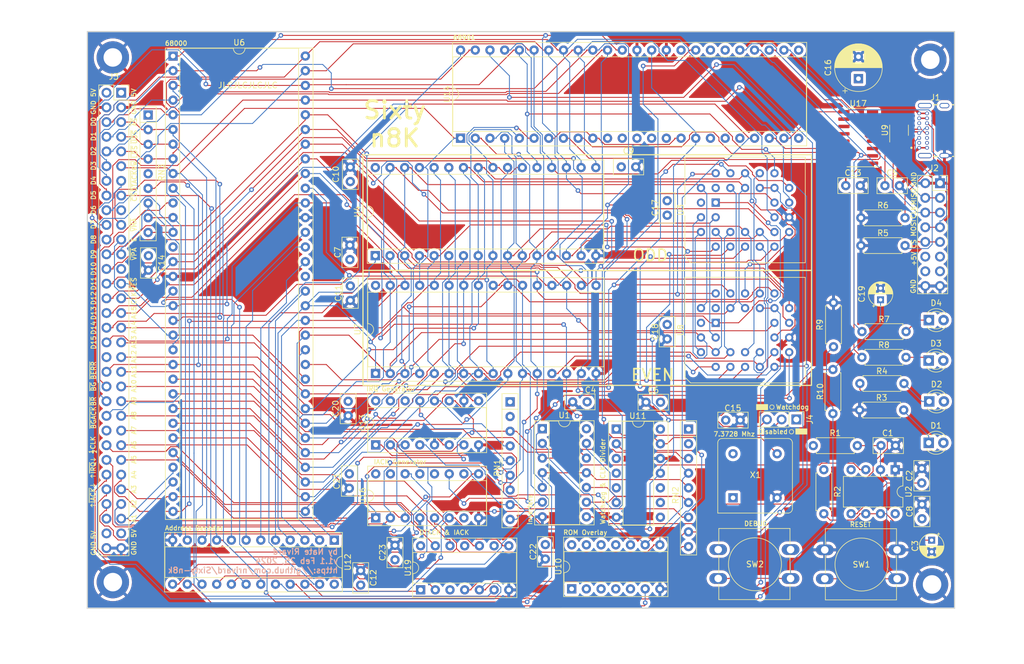
<source format=kicad_pcb>
(kicad_pcb (version 20221018) (generator pcbnew)
  (layers (0 "F.Cu" signal) (1 "In1.Cu" power "GND_PLANE") (2 "In2.Cu" power "PWR_PLANE") (31 "B.Cu" signal) (34 "B.Paste" user) (35 "F.Paste" user) (36 "B.SilkS" user "B.Silkscreen") (37 "F.SilkS" user "F.Silkscreen") (38 "B.Mask" user) (39 "F.Mask" user) (44 "Edge.Cuts" user))
  (net 0 "")
  (net 1 "+5V")
  (net 2 "GND")
  (net 3 "Net-(D1-K)")
  (net 4 "Net-(D2-K)")
  (net 5 "Net-(D3-K)")
  (net 6 "~{IRQ_MFP}")
  (net 7 "RxD")
  (net 8 "TxD")
  (net 9 "Net-(D4-K)")
  (net 10 "~{BERR}")
  (net 11 "~{DTACK}")
  (net 12 "~{VPA}")
  (net 13 "~{BR}")
  (net 14 "~{BGACK}")
  (net 15 "/D4")
  (net 16 "/D3")
  (net 17 "/D2")
  (net 18 "/D1")
  (net 19 "/D0")
  (net 20 "~{AS}")
  (net 21 "~{UDS}")
  (net 22 "~{LDS}")
  (net 23 "R~{W}")
  (net 24 "~{HALT}")
  (net 25 "~{RES}")
  (net 27 "/IPL2")
  (net 28 "/FC2")
  (net 29 "/FC1")
  (net 30 "/FC0")
  (net 31 "/A1")
  (net 32 "/A2")
  (net 33 "/A3")
  (net 34 "/A4")
  (net 35 "/A5")
  (net 36 "/A6")
  (net 37 "/A7")
  (net 38 "/A8")
  (net 39 "/A9")
  (net 40 "/A10")
  (net 41 "/A11")
  (net 42 "/A12")
  (net 43 "/A13")
  (net 44 "/A14")
  (net 45 "/A15")
  (net 46 "/A16")
  (net 47 "/A17")
  (net 48 "/A18")
  (net 49 "/A19")
  (net 50 "/A20")
  (net 51 "/A21")
  (net 52 "/A22")
  (net 53 "/A23")
  (net 54 "/D15")
  (net 55 "/D14")
  (net 56 "/D13")
  (net 57 "/D12")
  (net 58 "/D11")
  (net 59 "/D10")
  (net 60 "/D9")
  (net 61 "/D8")
  (net 62 "/D7")
  (net 63 "/D6")
  (net 64 "/D5")
  (net 65 "/RES")
  (net 66 "~{CTS}")
  (net 67 "~{RTS}")
  (net 68 "~{IACK_MFP}")
  (net 69 "USB_D+")
  (net 70 "USB_D-")
  (net 72 "~{IACK_HI}")
  (net 74 "~{BG}")
  (net 75 "CLK_{CPU}")
  (net 76 "~{VMA}")
  (net 77 "E")
  (net 78 "~{CS_MFP}")
  (net 79 "~{CS_ROM}")
  (net 80 "Net-(U2-TR)")
  (net 81 "Net-(C19-Pad1)")
  (net 84 "~{DTACK_MFP}")
  (net 85 "~{IACK_LOW}")
  (net 87 "Net-(J1-CC1)")
  (net 88 "Net-(J1-CC2)")
  (net 94 "~{ROM_OVERLAY}")
  (net 95 "Net-(U2-CV)")
  (net 96 "Net-(U17-V3)")
  (net 97 "Net-(U2-DIS)")
  (net 98 "Net-(R10-Pad2)")
  (net 99 "Net-(RN1-R3)")
  (net 100 "Net-(RN1-R6)")
  (net 101 "Net-(U11A-Q3)")
  (net 102 "~{CS_ROM}_{ODD}")
  (net 103 "~{CS_RAM}_{ODD}")
  (net 104 "~{CS_RAM}_{EVEN}")
  (net 105 "~{CS_ROM}_{EVEN}")
  (net 129 "/IPL1")
  (net 130 "CLK_{HALF}")
  (net 131 "~{CS_XPN}")
  (net 134 "Net-(U14A-RC)")
  (net 148 "SD_MISO")
  (net 149 "~{SD_CLK}")
  (net 150 "SD_MOSI")
  (net 151 "~{SD_CS}")
  (net 153 "/IPL0")
  (net 155 "~{DTACK_XPN}")
  (net 156 "~{CS_RAM}")
  (net 158 "~{IRQ_LOW}")
  (net 159 "~{IRQ_HI}")
  (net 162 "IACK")
  (net 164 "Net-(RN1-R4)")
  (net 165 "Net-(RN1-R8)")
  (net 168 "Net-(J4-Pin_2)")
  (net 170 "Net-(R4-Pad2)")
  (net 171 "HALT")
  (footprint "Resistor_THT:R_Axial_DIN0207_L6.3mm_D2.5mm_P7.62mm_Horizontal" (layer "F.Cu") (at 200.99 121.93 180)
    (fp_text reference "R1")
    (fp_text value "1M0")
  )
  (footprint "Package_TO_SOT_SMD:SOT-23-6_Handsoldering" (layer "F.Cu") (at 208.195 67.39 90)
    (fp_text reference "U9")
    (fp_text value "TPD4E1U06DBVR" hide)
  )
  (footprint "Capacitor_THT:C_Disc_D5.0mm_W2.5mm_P2.50mm" (layer "F.Cu") (at 113.382 94.314 -90)
    (fp_text reference "C11")
    (fp_text value "100nf")
  )
  (footprint "Package_DIP:DIP-32_W15.24mm_Socket" (layer "F.Cu") (at 117.7 89.085 90)
    (fp_text reference "U4")
    (fp_text value "AS6C4008")
  )
  (footprint "Capacitor_THT:CP_Radial_D4.0mm_P2.00mm" (layer "F.Cu") (at 205 96.71 90)
    (fp_text reference "C19")
    (fp_text value "10uF")
  )
  (footprint "Resistor_THT:R_Array_SIP9" (layer "F.Cu") (at 78.44 64.75 -90)
    (fp_text reference "RN3")
    (fp_text value "3K3")
  )
  (footprint "Package_DIP:DIP-8_W7.62mm" (layer "F.Cu") (at 207.53 126.09 -90)
    (fp_text reference "U2")
    (fp_text value "NE555P")
  )
  (footprint "USB4085_GF_A:GCT_USB4085-GF-A_REVB" (layer "F.Cu") (at 215.8747 67.2754 90)
    (fp_text reference "J1")
    (fp_text value "USB4085-GF-A_REVB")
  )
  (footprint "MountingHole:MountingHole_3.2mm_M3_DIN965_Pad" (layer "F.Cu") (at 213.595 55.205)
    (fp_text reference "H3" hide)
    (fp_text value "MountingHole_Pad")
  )
  (footprint "Capacitor_THT:C_Disc_D5.0mm_W2.5mm_P2.50mm" (layer "F.Cu") (at 205.76 76.98)
    (fp_text reference "C5")
    (fp_text value "100nF")
  )
  (footprint "Capacitor_THT:C_Disc_D5.0mm_W2.5mm_P2.50mm" (layer "F.Cu") (at 178.25 117.52)
    (fp_text reference "C15")
    (fp_text value "100nf")
  )
  (footprint "Connector_PinSocket_2.54mm:PinSocket_2x32_P2.54mm_Vertical" (layer "F.Cu") (at 73.79 60.9)
    (fp_text reference "J3")
    (fp_text value "Conn_02x32_Odd_Even")
  )
  (footprint "Capacitor_THT:C_Disc_D5.0mm_W2.5mm_P2.50mm" (layer "F.Cu") (at 147.08 139.04 -90)
    (fp_text reference "C22")
    (fp_text value "100nf")
  )
  (footprint "Resistor_THT:R_Axial_DIN0207_L6.3mm_D2.5mm_P7.62mm_Horizontal" (layer "F.Cu") (at 209.41 102.21 180)
    (fp_text reference "R7")
    (fp_text value "330")
  )
  (footprint "Button_Switch_THT:SW_PUSH-12mm" (layer "F.Cu") (at 195.36 139.95)
    (fp_text reference "SW1")
    (fp_text value "RESET")
  )
  (footprint "LED_THT:LED_D3.0mm" (layer "F.Cu") (at 213.31 107.22)
    (fp_text reference "D3")
    (fp_text value "TX")
  )
  (footprint "Resistor_THT:R_Axial_DIN0207_L6.3mm_D2.5mm_P7.62mm_Horizontal" (layer "F.Cu") (at 209.23 82.54 180)
    (fp_text reference "R6")
    (fp_text value "5K1")
  )
  (footprint "Resistor_THT:R_Axial_DIN0207_L6.3mm_D2.5mm_P7.62mm_Horizontal" (layer "F.Cu") (at 196.77 108.77 -90)
    (fp_text reference "R10")
    (fp_text value "560R")
  )
  (footprint "Package_LCC:PLCC-32_THT-Socket" (layer "F.Cu") (at 176.512 79.904 90)
    (fp_text reference "U3")
    (fp_text value "AM29F040-70")
  )
  (footprint "Package_DIP:DIP-48_W15.24mm_Socket" (layer "F.Cu") (at 132.43 68.77 90)
    (fp_text reference "U14")
    (fp_text value "MC68901P")
  )
  (footprint "Capacitor_THT:CP_Radial_D4.0mm_P2.00mm" (layer "F.Cu") (at 213.83 138.28 -90)
    (fp_text reference "C3")
    (fp_text value "1uf")
  )
  (footprint "Resistor_THT:R_Axial_DIN0207_L6.3mm_D2.5mm_P7.62mm_Horizontal" (layer "F.Cu") (at 209 115.77 180)
    (fp_text reference "R3")
    (fp_text value "330")
  )
  (footprint "LED_THT:LED_D3.0mm" (layer "F.Cu") (at 213.41 114.285)
    (fp_text reference "D2")
    (fp_text value "HALT")
  )
  (footprint "MountingHole:MountingHole_3.2mm_M3_DIN965_Pad" (layer "F.Cu") (at 72.35 145.53)
    (fp_text reference "H4" hide)
    (fp_text value "MountingHole_Pad")
  )
  (footprint "Package_LCC:PLCC-32_THT-Socket" (layer "F.Cu") (at 176.512 100.692 90)
    (fp_text reference "U8")
    (fp_text value "AM29F040-70")
  )
  (footprint "Button_Switch_THT:SW_PUSH-12mm" (layer "F.Cu") (at 176.95 139.9)
    (fp_text reference "SW2")
    (fp_text value "DEBUG")
  )
  (footprint "Capacitor_THT:C_Disc_D5.0mm_W2.5mm_P2.50mm" (layer "F.Cu") (at 205.08 121.92)
    (fp_text reference "C1")
    (fp_text value "100nf")
  )
  (footprint "Capacitor_THT:C_Disc_D5.0mm_W2.5mm_P2.50mm" (layer "F.Cu") (at 113.21 126.8 -90)
    (fp_text reference "C21")
    (fp_text value "100nf")
  )
  (footprint "Capacitor_THT:CP_Radial_D8.0mm_P3.80mm" (layer "F.Cu") (at 201.18 58.47 90)
    (fp_text reference "C16")
    (fp_text value "470uf")
  )
  (footprint "Package_DIP:DIP-16_W7.62mm_Socket" (layer "F.Cu") (at 117.77 121.8 90)
    (fp_text reference "U13")
    (fp_text value "74LS148")
  )
  (footprint "Oscillator:Oscillator_DIP-8" (layer "F.Cu") (at 179.51 130.95)
    (fp_text reference "X1")
    (fp_text value "7.3728Mhz")
  )
  (footprint "Capacitor_THT:C_Disc_D5.0mm_W2.5mm_P2.50mm" (layer "F.Cu") (at 113.01 114.26 -90)
    (fp_text reference "C20")
    (fp_text value "100nf")
  )
  (footprint "Resistor_THT:R_Axial_DIN0207_L6.3mm_D2.5mm_P7.62mm_Horizontal" (layer "F.Cu") (at 209.23 87.34 180)
    (fp_text reference "R5")
    (fp_text value "5K1")
  )
  (footprint "Capacitor_THT:C_Disc_D5.0mm_W2.5mm_P2.50mm" (layer "F.Cu") (at 113.382 76.26 90)
    (fp_text reference "C10")
    (fp_text value "100nf")
  )
  (footprint "Capacitor_THT:C_Disc_D5.0mm_W2.5mm_P2.50mm" (layer "F.Cu") (at 212.16 134.57 90)
    (fp_text reference "C8")
    (fp_text value "100nf")
  )
  (footprint "Connector_PinHeader_2.54mm:PinHeader_1x03_P2.54mm_Vertical" (layer "F.Cu") (at 190.4492 117.3988 -90)
    (fp_text reference "J4")
    (fp_text value "Conn_01x03_Pin")
  )
  (footprint "Capacitor_THT:C_Disc_D5.0mm_W2.5mm_P2.50mm" (layer "F.Cu") (at 160.2 73.73)
    (fp_text reference "C9")
    (fp_text value "100nf")
  )
  (footprint "Capacitor_THT:C_Disc_D5.0mm_W2.5mm_P2.50mm" (layer "F.Cu") (at 115.17 146.04 90)
    (fp_text reference "C12")
    (fp_text value "100nf")
  )
  (footprint "Resistor_THT:R_Axial_DIN0207_L6.3mm_D2.5mm_P7.62mm_Horizontal" (layer "F.Cu") (at 195.2 133.71 90)
    (fp_text reference "R2")
    (fp_text value "1M0")
  )
  (footprint "Package_DIP:DIP-32_W15.24mm_Socket" (layer "F.Cu") (at 117.74 109.46 90)
    (fp_text reference "U7")
    (fp_text value "AS6C4008")
  )
  (footprint "Capacitor_THT:C_Disc_D5.0mm_W2.5mm_P2.50mm" (layer "F.Cu") (at 198.99 76.966)
    (fp_text reference "C13")
    (fp_text value "100nf")
  )
  (footprint "Capacitor_THT:C_Disc_D5.0mm_W2.5mm_P2.50mm" (layer "F.Cu") (at 168.13 100.986 -90)
    (fp_text reference "C18")
    (fp_text value "100nf")
  )
  (footprint "Package_SO:SOIC-16_3.9x9.9mm_P1.27mm" (layer "F.Cu") (at 201.145 68.645 180)
    (fp_text reference "U17")
    (fp_text value "CH340C")
  )
  (footprint "LED_THT:LED_D3.0mm" (layer "F.Cu") (at 213.35 100.23)
    (fp_text reference "D4")
    (fp_text value "RX")
  )
  (footprint "MountingHole:MountingHole_3.2mm_M3_DIN965_Pad" (layer "F.Cu") (at 213.895 145.93)
    (fp_text reference "H1" hide)
    (fp_text value "MountingHole_Pad")
  )
  (footprint "Capacitor_THT:C_Disc_D5.0mm_W2.5mm_P2.50mm" (layer "F.Cu") (at 154.3 114.36 180)
    (fp_text reference "C4")
    (fp_text value "100nF")
  )
  (footprint "Package_DIP:DIP-14_W7.62mm_Socket" (layer "F.Cu") (at 146.56 119.005)
    (fp_text reference "U1")
    (fp_text value "74LS05")
  )
  (footprint "Package_DIP:DIP-14_W7.62mm_Socket" (layer "F.Cu") (at 159.34 119.07)
    (fp_text reference "U11")
    (fp_text value "74LS393")
  )
  (footprint "Resistor_THT:R_Array_SIP9" (layer "F.Cu") (at 171.82 119.07 -90)
    (fp_text reference "RN2")
    (fp_text value "3K3")
  )
  (footprint "LED_THT:LED_D3.0mm" (layer "F.Cu") (at 213.32 121.435)
    (fp_text reference "D1")
    (fp_text value "POWER")
  )
  (footprint "Package_DIP:DIP-14_W7.62mm_Socket" (layer "F.Cu") (at 125.525 146.87 90)
    (fp_text reference "U19")
    (fp_text value "74LS21")
  )
  (footprint "Package_DIP:DIP-16_W7.62mm_Socket" (layer "F.Cu") (at 117.77 134.43 90)
    (fp_text reference "U16")
    (fp_text value "74LS138")
  )
  (footprint "Package_DIP:DIP-64_W22.86mm_Socket" (layer "F.Cu") (at 82.75 54.56)
    (fp_text reference "U6")
    (fp_text value "68000D")
  )
  (footprint "Resistor_THT:R_Axial_DIN0207_L6.3mm_D2.5mm_P7.62mm_Horizontal" (layer "F.Cu") (at 209.4 106.66 180)
    (fp_text reference "R8")
    (fp_text value "330")
  )
  (footprint "Capacitor_THT:C_Disc_D5.0mm_W2.5mm_P2.50mm" (layer "F.Cu") (at 212.12 128.39 90)
    (fp_text reference "C2")
    (fp_text value "100nf")
  )
  (footprint "Resistor_THT:R_Axial_DIN0207_L6.3mm_D2.5mm_P7.62mm_Horizontal" (layer "F.Cu") (at 209.05 111.18 180)
    (fp_text reference "R4")
    (fp_text value "330")
  )
  (footprint "Connector_PinSocket_2.54mm:PinSocket_2x08_P2.54mm_Vertical" (layer "F.Cu") (at 215.27 76.545)
    (fp_text reference "J2")
    (fp_text value "SD_CARD_PORT")
  )
  (footprint "Package_DIP:DIP-14_W7.62mm_Socket" (layer "F.Cu") (at 151.63 146.7 90)
    (fp_text reference "U10")
    (fp_text value "74HC164")
  )
  (footprint "Package_DIP:DIP-24_W7.62mm_Socket" (layer "F.Cu") (at 110.615 138.27 -90)
    (fp_text reference "U12")
    (fp_text value "22V10C")
  )
  (footprint "Capacitor_THT:C_Disc_D5.0mm_W2.5mm_P2.50mm" (layer "F.Cu") (at 166.98 114.42 180)
    (fp_text reference "C6")
    (fp_text value "100nf")
  )
  (footprint "Capacitor_THT:C_Disc_D5.0mm_W2.5mm_P2.50mm" (layer "F.Cu") (at 168.13 82.08 90)
    (fp_text reference "C17")
    (fp_text value "100nf")
  )
  (footprint "Resistor_THT:R_Axial_DIN0207_L6.3mm_D2.5mm_P7.62mm_Horizontal" (layer "F.Cu") (at 196.87 104.83 90)
    (fp_text reference "R9")
    (fp_text value "2K")
  )
  (footprint "Resistor_THT:R_Array_SIP9" (layer "F.Cu") (at 140.99 114.36 -90)
    (fp_text reference "RN1")
    (fp_text value "3K3")
  )
  (footprint "Capacitor_THT:C_Disc_D5.0mm_W2.5mm_P2.50mm" (layer "F.Cu") (at 121.1 141.67 90)
    (fp_text reference "C23")
    (fp_text value "100nf")
  )
  (footprint "MountingHole:MountingHole_3.2mm_M3_DIN965_Pad" (layer "F.Cu") (at 72.345 54.805)
    (fp_text reference "H2" hide)
    (fp_text value "MountingHole_Pad")
  )
  (footprint "Capacitor_THT:C_Disc_D5.0mm_W2.5mm_P2.50mm" (layer "F.Cu") (at 113.31 89.76 90)
    (fp_text reference "C7")
    (fp_text value "100nf")
  )
  (footprint "Capacitor_THT:C_Disc_D5.0mm_W2.5mm_P2.50mm" (layer "F.Cu") (at 78.5 89.09 -90)
    (fp_text reference "C14")
    (fp_text value "100nf")
  )
  (gr_line (start 69.342 124.333) (end 69.088 124.587) (stroke (width 0.12)) (layer "F.SilkS"))
  (gr_line (start 68.5292 124.333) (end 69.342 124.333) (stroke (width 0.12)) (layer "F.SilkS"))
  (gr_line (start 69.2912 128.8034) (end 69.0372 129.0574) (stroke (width 0.12)) (layer "F.SilkS"))
  (gr_rect (start 183.565052 114.808) (end 185.495452 115.7224) (stroke (width 0.12)) (fill solid) (layer "F.SilkS"))
  (gr_line (start 69.342 127.2032) (end 68.5292 127.2032) (stroke (width 0.12)) (layer "F.SilkS"))
  (gr_line (start 68.7832 127.4572) (end 68.5292 127.2032) (stroke (width 0.12)) (layer "F.SilkS"))
  (gr_rect (start 115.57 71.628) (end 193.07 91.62) (stroke (width 0.2)) (fill none) (layer "F.SilkS"))
  (gr_line (start 68.5292 127.2032) (end 68.7832 126.9492) (stroke (width 0.12)) (layer "F.SilkS"))
  (gr_line (start 69.0372 128.5494) (end 69.2912 128.8034) (stroke (width 0.12)) (layer "F.SilkS"))
  (gr_line (start 69.342 132.2578) (end 68.5292 132.2578) (stroke (width 0.12)) (layer "F.SilkS"))
  (gr_circle (center 189.610252 119.5324) (end 189.888904 119.7864) (stroke (width 0.12)) (fill none) (layer "F.SilkS"))
  (gr_line (start 68.5292 132.2578) (end 68.7832 132.0038) (stroke (width 0.12)) (layer "F.SilkS"))
  (gr_line (start 68.7832 132.5118) (end 68.5292 132.2578) (stroke (width 0.12)) (layer "F.SilkS"))
  (gr_line (start 69.088 124.079) (end 69.342 124.333) (stroke (width 0.12)) (layer "F.SilkS"))
  (gr_line (start 68.4784 128.8034) (end 69.2912 128.8034) (stroke (width 0.12)) (layer "F.SilkS"))
  (gr_circle (center 186.2328 115.2652) (end 186.511452 115.5192) (stroke (width 0.12)) (fill none) (layer "F.SilkS"))
  (gr_rect (start 190.3476 119.0244) (end 192.278 119.9388) (stroke (width 0.12)) (fill solid) (layer "F.SilkS"))
  (gr_rect (start 115.57 91.62) (end 193.07 111.506) (stroke (width 0.2)) (fill none) (layer "F.SilkS"))
  (gr_line (start 67.93 150.04) (end 67.95 50.34) (stroke (width 0.2)) (layer "Edge.Cuts"))
  (gr_line (start 217.78 50.33) (end 217.79 150.03) (stroke (width 0.2)) (layer "Edge.Cuts"))
  (gr_line (start 67.95 50.34) (end 217.78 50.33) (stroke (width 0.2)) (layer "Edge.Cuts"))
  (gr_line (start 217.79 150.03) (end 67.93 150.04) (stroke (width 0.2)) (layer "Edge.Cuts"))
  (gr_text "by Nate Rivard\nv1.1 Feb 25, 2024\nhttps://github.com/nrivard/Sixty-n8k" (at 111.3536 144.0688) (layer "B.SilkS") (effects (font (size 1 1) (thickness 0.2) bold) (justify left bottom mirror)))
  (gr_text "GND" (at 211.2264 77.1652 90) (layer "F.SilkS") (effects (font (size 0.8 0.8) (thickness 0.15) bold) (justify left bottom)))
  (gr_text "GND" (at 211.1248 95.7072 90) (layer "F.SilkS") (effects (font (size 0.8 0.8) (thickness 0.15) bold) (justify left bottom)))
  (gr_text "D6" (at 69.469 82.042 90) (layer "F.SilkS") (effects (font (size 0.8 0.8) (thickness 0.15) bold) (justify left bottom)))
  (gr_text "GND" (at 69.469 64.77 90) (layer "F.SilkS") (effects (font (size 0.8 0.8) (thickness 0.15) bold) (justify left bottom)))
  (gr_text "Sixty\nn8K" (at 121.0564 70.5104) (layer "F.SilkS") (effects (font (size 3 3) (thickness 0.5) bold) (justify bottom)))
  (gr_text "R~{W}" (at 76.6064 74.4728 90) (layer "F.SilkS") (effects (font (size 0.8 0.8) (thickness 0.15) bold) (justify left bottom)))
  (gr_text "~{IACK}" (at 69.3928 131.953 90) (layer "F.SilkS") (effects (font (size 0.8 0.8) (thickness 0.15) bold) (justify left bottom)))
  (gr_text "5V" (at 76.454 137.922 90) (layer "F.SilkS") (effects (font (size 0.8 0.8) (thickness 0.15) bold) (justify left bottom)))
  (gr_text "A2" (at 76.454 132.842 90) (layer "F.SilkS") (effects (font (size 0.8 0.8) (thickness 0.15) bold) (justify left bottom)))
  (gr_text "D8" (at 69.4944 87.1728 90) (layer "F.SilkS") (effects (font (size 0.8 0.8) (thickness 0.15) bold) (justify left bottom)))
  (gr_text "A5" (at 76.454 125.1712 90) (layer "F.SilkS") (effects (font (size 0.8 0.8) (thickness 0.15) bold) (justify left bottom)))
  (gr_text "GND" (at 76.454 64.77 90) (layer "F.SilkS") (effects (font (size 0.8 0.8) (thickness 0.15) bold) (justify left bottom)))
  (gr_text "~{BR}" (at 69.4944 115.1636 90) (layer "F.SilkS") (effects (font (size 0.8 0.8) (thickness 0.15) bold) (justify left bottom)))
  (gr_text "IACK Generator" (at 117.348 125.222) (layer "F.SilkS") (effects (font (size 0.8 0.8) (thickness 0.15) bold) (justify left bottom)))
  (gr_text "E" (at 76.454 86.7664 90) (layer "F.SilkS") (effects (font (size 0.8 0.8) (thickness 0.15) bold) (justify left bottom)))
  (gr_text "D13" (at 69.4944 100.2792 90) (layer "F.SilkS") (effects (font (size 0.8 0.8) (thickness 0.15) bold) (justify left bottom)))
  (gr_text "RESET" (at 199.644 136.04) (layer "F.SilkS") (effects (font (size 0.8 0.8) (thickness 0.15) bold) (justify left bottom)))
  (gr_text "~{DTACK}" (at 76.5556 78.1304 90) (layer "F.SilkS") (effects (font (size 0.8 0.8) (thickness 0.15) bold) (justify left bottom)))
  (gr_text "+5V" (at 211.2264 90.932 90) (layer "F.SilkS") (effects (font (size 0.8 0.8) (thickness 0.15) bold) (justify left bottom)))
  (gr_text "~{VPA}" (at 76.5048 89.9668 90) (layer "F.SilkS") (effects (font (size 0.8 0.8) (thickness 0.15) bold) (justify left bottom)))
  (gr_text "~{BERR}" (at 69.4944 110.5916 90) (layer "F.SilkS") (effects (font (size 0.8 0.8) (thickness 0.15) bold) (justify left bottom)))
  (gr_text "D9" (at 69.4944 89.7128 90) (layer "F.SilkS") (effects (font (size 0.8 0.8) (thickness 0.15) bold) (justify left bottom)))
  (gr_text "ODD" (at 161.98 90.19) (layer "F.SilkS") (effects (font (size 2 2) (thickness 0.3)) (justify left bottom)))
  (gr_text "A7" (at 76.454 120.0912 90) (layer "F.SilkS") (effects (font (size 0.8 0.8) (thickness 0.15) bold) (justify left bottom)))
  (gr_text "A1" (at 76.454 135.3312 90) (layer "F.SilkS") (effects (font (size 0.8 0.8) (thickness 0.15) bold) (justify left bottom)))
  (gr_text "IRQ Generator" (at 116.078 112.5982) (layer "F.SilkS") (effects (font (size 0.8 0.8) (thickness 0.15) bold) (justify left bottom)))
  (gr_text "~{LDS}" (at 76.6064 72.3392 90) (layer "F.SilkS") (effects (font (size 0.8 0.8) (thickness 0.15) bold) (justify left bottom)))
  (gr_text "D11" (at 69.4944 95.1484 90) (layer "F.SilkS") (effects (font (size 0.8 0.8) (thickness 0.15) bold) (justify left bottom)))
  (gr_text "A9" (at 76.454 115.0112 90) (layer "F.SilkS") (effects (font (size 0.8 0.8) (thickness 0.15) bold) (justify left bottom)))
  (gr_text "A12" (at 76.454 107.7468 90) (layer "F.SilkS") (effects (font (size 0.8 0.8) (thickness 0.15) bold) (justify left bottom)))
  (gr_text "Watchdog & CLK Divider" (at 157.48 135.636 90) (layer "F.SilkS") (effects (font (size 0.8 0.8) (thickness 0.15) bold) (justify left bottom)))
  (gr_text "JLCJLCJLCJLC" (at 90.424 60.198) (layer "F.SilkS") (effects (font (size 1 1) (thickness 0.15) bold) (justify left bottom)))
  (gr_text "Disabled" (at 183.7436 119.9896) (layer "F.SilkS") (effects (font (size 0.8 0.8) (thickness 0.15) bold) (justify left bottom)))
  (gr_text "D10" (at 69.4944 92.6084 90) (layer "F.SilkS") (effects (font (size 0.8 0.8) (thickness 0.15) bold) (justify left bottom)))
  (gr_text "A13" (at 76.454 105.2068 90) (layer "F.SilkS") (effects (font (size 0.8 0.8) (thickness 0.15) bold) (justify left bottom)))
  (gr_text "D2" (at 69.469 71.882 90) (layer "F.SilkS") (effects (font (size 0.8 0.8) (thickness 0.15) bold) (justify left bottom)))
  (gr_text "~{RES}" (at 76.5048 95.25 90) (layer "F.SilkS") (effects (font (size 0.8 0.8) (thickness 0.15) bold) (justify left bottom)))
  (gr_text "~{IRQ}" (at 69.4436 126.873 90) (layer "F.SilkS") (effects (font (size 0.8 0.8) (thickness 0.15) bold) (justify left bottom)))
  (gr_text "MOSI" (at 211.1756 85.852 90) (layer "F.SilkS") (effects (font (size 0.8 0.8) (thickness 0.15) bold) (justify left bottom)))
  (gr_text "CS" (at 211.2264 87.9348 90) (layer "F.SilkS") (effects (font (size 0.8 0.8) (thickness 0.15) bold) (justify left bottom)))
  (gr_text "D12" (at 69.4944 97.6884 90) (layer "F.SilkS") (effects (font (size 0.8 0.8) (thickness 0.15) bold) (justify left bottom)))
  (gr_text "7.3728 Mhz" (at 176.0728 120.396) (layer "F.SilkS") (effects (font (size 0.8 0.8) (thickness 0.15) bold) (justify left bottom)))
  (gr_text "Watchdog" (at 186.8424 115.7224) (layer "F.SilkS") (effects (font (size 0.8 0.8) (thickness 0.15) bold) (justify left bottom)))
  (gr_text "~{VMA}" (at 76.5048 84.9884 90) (layer "F.SilkS") (effects (font (size 0.8 0.8) (thickness 0.15) bold) (justify left bottom)))
  (gr_text "A4" (at 76.454 127.762 90) (layer "F.SilkS") (effects (font (size 0.8 0.8) (thickness 0.15) bold) (justify left bottom)))
  (gr_text "D4" (at 69.469 76.962 90) (layer "F.SilkS") (effects (font (size 0.8 0.8) (thickness 0.15) bold) (justify left bottom)))
  (gr_text "68000" (at 81.28 52.832) (layer "F.SilkS") (effects (font (size 0.8 0.8) (thickness 0.15) bold) (justify left bottom)))
  (gr_text "5V" (at 69.469 61.722 90) (layer "F.SilkS") (effects (font (size 0.8 0.8) (thickness 0.15) bold) (justify left bottom)))
  (gr_text "Address Decoder" (at 81.28 136.652) (layer "F.SilkS") (effects (font (size 0.8 0.8) (thickness 0.15) bold) (justify left bottom)))
  (gr_text "D15" (at 69.4944 105.3592 90) (layer "F.SilkS") (effects (font (size 0.8 0.8) (thickness 0.15) bold) (justify left bottom)))
  (gr_text "D14" (at 69.4944 102.8192 90) (layer "F.SilkS") (effects (font (size 0.8 0.8) (thickness 0.15) bold) (justify left bottom)))
  (gr_text "D5" (at 69.469 79.502 90) (layer "F.SilkS") (effects (font (size 0.8 0.8) (thickness 0.15) bold) (justify left bottom)))
  (gr_text "EVEN" (at 161.72 110.88) (layer "F.SilkS") (effects (font (size 2 2) (thickness 0.3)) (justify left bottom)))
  (gr_text "ROM Overlay" (at 150.114 137.414) (layer "F.SilkS") (effects (font (size 0.8 0.8) (thickness 0.15) bold) (justify left bottom)))
  (gr_text "D3" (at 69.469 74.422 90) (layer "F.SilkS") (effects (font (size 0.8 0.8) (thickness 0.15) bold) (justify left bottom)))
  (gr_text "~{AS}" (at 76.5556 66.802 90) (layer "F.SilkS") (effects (font (size 0.8 0.8) (thickness 0.15) bold) (justify left bottom)))
  (gr_text "Inverters" (at 144.8816 135.6868 90) (layer "F.SilkS") (effects (font (size 0.8 0.8) (thickness 0.15) bold) (justify left bottom)))
  (gr_text "~{UDS}" (at 76.6064 69.85 90) (layer "F.SilkS") (effects (font (size 0.8 0.8) (thickness 0.15) bold) (justify left bottom)))
  (gr_text "DEBUG" (at 181.356 135.89) (layer "F.SilkS") (effects (font (size 0.8 0.8) (thickness 0.15) bold) (justify left bottom)))
  (gr_text "A14" (at 76.454 102.6668 90) (layer "F.SilkS") (effects (font (size 0.8 0.8) (thickness 0.15) bold) (justify left bottom)))
  (gr_text "DTACK & IACK" (at 125.222 137.414) (layer "F.SilkS") (effects (font (size 0.8 0.8) (thickness 0.15) bold) (justify left bottom)))
  (gr_text "68901" (at 131.064 51.816) (layer "F.SilkS") (effects (font (size 0.8 0.8) (thickness 0.15) bold) (justify left bottom)))
  (gr_text "D7" (at 69.469 84.582 90) (layer "F.SilkS") (effects (font (size 0.8 0.8) (thickness 0.15) bold) (justify left bottom)))
  (gr_text "GND" (at 69.4944 141.0208 90) (layer "F.SilkS") (effects (font (size 0.8 0.8) (thickness 0.15) bold) (justify left bottom)))
  (gr_text "D0" (at 69.469 66.802 90) (layer "F.SilkS") (effects (font (size 0.8 0.8) (thickness 0.15) bold) (justify left bottom)))
  (gr_text "~{BGACK}" (at 69.4944 119.126 90) (layer "F.SilkS") (effects (font (size 0.8 0.8) (thickness 0.15) bold) (justify left bottom)))
  (gr_text "A6" (at 76.454 122.6312 90) (layer "F.SilkS") (effects (font (size 0.8 0.8) (thickness 0.15) bold) (justify left bottom)))
  (gr_text "5V" (at 69.4944 138.176 90) (layer "F.SilkS") (effects (font (size 0.8 0.8) (thickness 0.15) bold) (justify left bottom)))
  (gr_text "A11" (at 76.454 110.2868 90) (layer "F.SilkS") (effects (font (size 0.8 0.8) (thickness 0.15) bold) (justify left bottom)))
  (gr_text "A15" (at 76.454 100.1268 90) (layer "F.SilkS") (effects (font (size 0.8 0.8) (thickness 0.15) bold) (justify left bottom)))
  (gr_text "~{CS}" (at 76.5556 79.8068 90) (layer "F.SilkS") (effects (font (size 0.8 0.8) (thickness 0.15) bold) (justify left bottom)))
  (gr_text "CLK" (at 211.1756 82.804 90) (layer "F.SilkS") (effects (font (size 0.8 0.8) (thickness 0.15) bold) (justify left bottom)))
  (gr_text "A3" (at 76.454 130.302 90) (layer "F.SilkS") (effects (font (size 0.8 0.8) (thickness 0.15) bold) (justify left bottom)))
  (gr_text "5V" (at 76.454 61.722 90) (layer "F.SilkS") (effects (font (size 0.8 0.8) (thickness 0.15) bold) (justify left bottom)))
  (gr_text "A10" (at 76.454 112.8268 90) (layer "F.SilkS") (effects (font (size 0.8 0.8) (thickness 0.15) bold) (justify left bottom)))
  (gr_text "~{BG}" (at 69.4944 112.6236 90) (layer "F.SilkS") (effects (font (size 0.8 0.8) (thickness 0.15) bold) (justify left bottom)))
  (gr_text "½CLK" (at 69.3928 123.4948 90) (layer "F.SilkS") (effects (font (size 0.8 0.8) (thickness 0.15) bold) (justify left bottom)))
  (gr_text "D1" (at 69.469 69.342 90) (layer "F.SilkS") (effects (font (size 0.8 0.8) (thickness 0.15) bold) (justify left bottom)))
  (gr_text "A8" (at 76.454 117.5512 90) (layer "F.SilkS") (effects (font (size 0.8 0.8) (thickness 0.15) bold) (justify left bottom)))
  (gr_text "CLK" (at 76.454 97.6884 90) (layer "F.SilkS") (effects (font (size 0.8 0.8) (thickness 0.15) bold) (justify left bottom)))
  (gr_text "MISO" (at 211.2264 80.4164 90) (layer "F.SilkS") (effects (font (size 0.8 0.8) (thickness 0.15) bold) (justify left bottom)))
  (gr_text "GND" (at 76.454 140.97 90) (layer "F.SilkS") (effects (font (size 0.8 0.8) (thickness 0.15) bold) (justify left bottom)))
  (segment (start 198.67 73.09) (end 198.99 73.41) (width 0.25) (layer "F.Cu") (net 1))
  (segment (start 211.6775 65.325) (end 213.0275 65.325) (width 0.25) (layer "F.Cu") (net 1))
  (segment (start 198.99 73.41) (end 198.99 76.966) (width 0.25) (layer "F.Cu") (net 1))
  (segment (start 211.6775 70.425) (end 213.0275 70.425) (width 0.25) (layer "F.Cu") (net 2))
  (segment (start 211.6775 64.475) (end 213.0275 64.475) (width 0.25) (layer "F.Cu") (net 2))
  (segment (start 209 115.9361) (end 209 115.77) (width 0.154) (layer "B.Cu") (net 3))
  (segment (start 213.32 121.435) (end 213.32 120.2561) (width 0.154) (layer "B.Cu") (net 3))
  (segment (start 213.32 120.2561) (end 209 115.9361) (width 0.154) (layer "B.Cu") (net 3))
  (segment (start 213.41 114.285) (end 212.155 114.285) (width 0.154) (layer "B.Cu") (net 4))
  (segment (start 212.155 114.285) (end 209.05 111.18) (width 0.154) (layer "B.Cu") (net 4))
  (segment (start 209.4 106.66) (end 212.75 106.66) (width 0.154) (layer "F.Cu") (net 5))
  (segment (start 209.925 107.185) (end 209.4 106.66) (width 0.154) (layer "F.Cu") (net 5))
  (segment (start 212.75 106.66) (end 213.31 107.22) (width 0.154) (layer "F.Cu") (net 5))
  (segment (start 171.9911 53.6418) (end 169.3585 56.2744) (width 0.154) (layer "F.Cu") (net 6))
  (segment (start 139.8815 130.0888) (end 139.8815 128.742) (width 0.154) (layer "F.Cu") (net 6))
  (segment (start 173.07 53.53) (end 171.9911 53.53) (width 0.154) (layer "F.Cu") (net 6))
  (segment (start 140.99 127.06) (end 137.5027 123.5727) (width 0.154) (layer "F.Cu") (net 6))
  (segment (start 156.2063 130.435) (end 142.2664 130.435) (width 0.154) (layer "F.Cu") (net 6))
  (segment (start 171.9911 53.53) (end 171.9911 53.6418) (width 0.154) (layer "F.Cu") (net 6))
  (segment (start 140.99 127.06) (end 140.4061 127.06) (width 0.154) (layer "F.Cu") (net 6))
  (segment (start 169.3585 56.2744) (end 163.9841 56.2744) (width 0.154) (layer "F.Cu") (net 6))
  (segment (start 142.0176 130.6838) (end 140.4765 130.6838) (width 0.154) (layer "F.Cu") (net 6))
  (segment (start 142.2664 130.435) (end 142.0176 130.6838) (width 0.154) (layer "F.Cu") (net 6))
  (segment (start 132.6229 123.6404) (end 120.7516 123.6404) (width 0.154) (layer "F.Cu") (net 6))
  (segment (start 132.6906 123.5727) (end 132.6229 123.6404) (width 0.154) (layer "F.Cu") (net 6))
  (segment (start 139.8815 128.742) (end 140.4061 128.2174) (width 0.154) (layer "F.Cu") (net 6))
  (segment (start 140.4061 128.2174) (end 140.4061 127.06) (width 0.154) (layer "F.Cu") (net 6))
  (segment (start 137.5027 123.5727) (end 132.6906 123.5727) (width 0.154) (layer "F.Cu") (net 6))
  (segment (start 120.7516 123.6404) (end 120.5543 123.6404) (width 0.154) (layer "F.Cu") (net 6))
  (segment (start 120.7516 123.6404) (end 120.5644 123.6404) (width 0.154) (layer "F.Cu") (net 6))
  (segment (start 140.4765 130.6838) (end 139.8815 130.0888) (width 0.154) (layer "F.Cu") (net 6))
  (segment (start 120.5644 123.6404) (end 118.724 121.8) (width 0.154) (layer "F.Cu") (net 6))
  (segment (start 118.724 121.8) (end 117.77 121.8) (width 0.154) (layer "F.Cu") (net 6))
  (via (at 163.9841 56.2744) (size 0.8) (drill 0.4) (layers "F.Cu" "B.Cu") (net 6))
  (via (at 156.2063 130.435) (size 0.8) (drill 0.4) (layers "F.Cu" "B.Cu") (net 6))
  (segment (start 163.9841 62.8957) (end 163.9841 56.2744) (width 0.154) (layer "B.Cu") (net 6))
  (segment (start 156.2063 130.435) (end 157.38625 131.61495) (width 0.154) (layer "B.Cu") (net 6))
  (segment (start 159.767055 132.801) (end 158.5723 132.801) (width 0.154) (layer "B.Cu") (net 6))
  (segment (start 166.5329 65.4445) (end 163.9841 62.8957) (width 0.154) (layer "B.Cu") (net 6))
  (segment (start 158.5723 132.801) (end 157.38625 131.61495) (width 0.154) (layer "B.Cu") (net 6))
  (segment (start 157.2942 113.6904) (end 160.371 116.7672) (width 0.154) (layer "B.Cu") (net 6))
  (segment (start 160.371 116.7672) (end 160.371 132.197055) (width 0.154) (layer "B.Cu") (net 6))
  (segment (start 166.5329 82.6928) (end 166.5329 65.4445) (width 0.154) (layer "B.Cu") (net 6))
  (segment (start 157.2942 113.6904) (end 157.2942 91.9315) (width 0.154) (layer "B.Cu") (net 6))
  (segment (start 157.2942 91.9315) (end 166.5329 82.6928) (width 0.154) (layer "B.Cu") (net 6))
  (segment (start 160.371 132.197055) (end 159.767055 132.801) (width 0.154) (layer "B.Cu") (net 6))
  (segment (start 172.5563 67.6911) (end 176.104 67.6911) (width 0.154) (layer "F.Cu") (net 7))
  (segment (start 203.62 71.82) (end 203.5095 71.7095) (width 0.154) (layer "F.Cu") (net 7))
  (segment (start 171.9911 68.8953) (end 171.9911 68.2563) (width 0.154) (layer "F.Cu") (net 7))
  (segment (start 203.5095 71.7095) (end 201.6495 71.7095) (width 0.154) (layer "F.Cu") (net 7))
  (segment (start 153.8289 68.8818) (end 155.1972 70.2501) (width 0.154) (layer "F.Cu") (net 7))
  (segment (start 177.0711 69.2169) (end 179.2359 71.3817) (width 0.154) (layer "F.Cu") (net 7))
  (segment (start 155.1972 70.2501) (end 170.6363 70.2501) (width 0.154) (layer "F.Cu") (net 7))
  (segment (start 201.1679 71.2279) (end 201.6495 71.7095) (width 0.154) (layer "F.Cu") (net 7))
  (segment (start 177.0711 68.6582) (end 177.0711 69.2169) (width 0.154) (layer "F.Cu") (net 7))
  (segment (start 179.2359 71.3817) (end 185.6505 71.3817) (width 0.154) (layer "F.Cu") (net 7))
  (segment (start 171.9911 68.2563) (end 172.5563 67.6911) (width 0.154) (layer "F.Cu") (net 7))
  (segment (start 176.104 67.6911) (end 177.0711 68.6582) (width 0.154) (layer "F.Cu") (net 7))
  (segment (start 153.8289 68.77) (end 153.8289 68.8818) (width 0.154) (layer "F.Cu") (net 7))
  (segment (start 185.8043 71.2279) (end 201.1679 71.2279) (width 0.154) (layer "F.Cu") (net 7))
  (segment (start 185.6505 71.3817) (end 185.8043 71.2279) (width 0.154) (layer "F.Cu") (net 7))
  (segment (start 170.6363 70.2501) (end 171.9911 68.8953) (width 0.154) (layer "F.Cu") (net 7))
  (segment (start 152.75 68.77) (end 153.8289 68.77) (width 0.154) (layer "F.Cu") (net 7))
  (via (at 201.6495 71.7095) (size 0.8) (drill 0.4) (layers "F.Cu" "B.Cu") (net 7))
  (segment (start 201.5231 71.7095) (end 201.6495 71.7095) (width 0.154) (layer "B.Cu") (net 7))
  (segment (start 201.6495 71.7095) (end 200.413 72.946) (width 0.154) (layer "B.Cu") (net 7))
  (segment (start 200.413 72.946) (end 200.413 100.833) (width 0.154) (layer "B.Cu") (net 7))
  (segment (start 200.413 100.833) (end 201.79 102.21) (width 0.154) (layer "B.Cu") (net 7))
  (segment (start 178.1227 72.455) (end 177.9123 72.2446) (width 0.154) (layer "F.Cu") (net 8))
  (segment (start 202.671974 72.455) (end 200.406 74.720974) (width 0.154) (layer "F.Cu") (net 8))
  (segment (start 200.406 105.286) (end 201.78 106.66) (width 0.154) (layer "F.Cu") (net 8))
  (segment (start 204.1652 72.455) (end 204.5957 72.455) (width 0.154) (layer "F.Cu") (net 8))
  (segment (start 154.6286 72.2446) (end 151.2889 68.9049) (width 0.154) (layer "F.Cu") (net 8))
  (segment (start 204.5957 72.455) (end 204.9217 72.129) (width 0.154) (layer "F.Cu") (net 8))
  (segment (start 201.2828 72.455) (end 204.1652 72.455) (width 0.154) (layer "F.Cu") (net 8))
  (segment (start 150.21 68.77) (end 151.2889 68.77) (width 0.154) (layer "F.Cu") (net 8))
  (segment (start 204.1652 72.455) (end 202.671974 72.455) (width 0.154) (layer "F.Cu") (net 8))
  (segment (start 201.2828 72.455) (end 178.1227 72.455) (width 0.154) (layer "F.Cu") (net 8))
  (segment (start 177.9123 72.2446) (end 154.6286 72.2446) (width 0.154) (layer "F.Cu") (net 8))
  (segment (start 204.0108 70.55) (end 203.62 70.55) (width 0.154) (layer "F.Cu") (net 8))
  (segment (start 204.9217 71.4609) (end 204.0108 70.55) (width 0.154) (layer "F.Cu") (net 8))
  (segment (start 151.2889 68.9049) (end 151.2889 68.77) (width 0.154) (layer "F.Cu") (net 8))
  (segment (start 200.406 74.720974) (end 200.406 105.286) (width 0.154) (layer "F.Cu") (net 8))
  (segment (start 204.9217 72.129) (end 204.9217 71.4609) (width 0.154) (layer "F.Cu") (net 8))
  (segment (start 213.33 100.22) (end 211.4 100.22) (width 0.154) (layer "F.Cu") (net 9))
  (segment (start 211.4 100.22) (end 209.41 102.21) (width 0.154) (layer "F.Cu") (net 9))
  (segment (start 104.374173 115.742227) (end 96.595646 107.9637) (width 0.154) (layer "F.Cu") (net 10))
  (segment (start 112.4418 119.1046) (end 111.3242 117.987) (width 0.154) (layer "F.Cu") (net 10))
  (segment (start 132.8671 119.1046) (end 112.4418 119.1046) (width 0.154) (layer "F.Cu") (net 10))
  (segment (start 111.3242 117.987) (end 110.74 117.4028) (width 0.154) (layer "F.Cu") (net 10))
  (segment (start 87.1441 107.9637) (end 87.0804 107.9) (width 0.154) (layer "F.Cu") (net 10))
  (segment (start 72.51 107.9) (end 71.25 109.16) (width 0.154) (layer "F.Cu") (net 10))
  (segment (start 111.3242 117.987) (end 109.8882 116.551) (width 0.154) (layer "F.Cu") (net 10))
  (segment (start 141.4382 120.5322) (end 134.2947 120.5322) (width 0.154) (layer "F.Cu") (net 10))
  (segment (start 87.0804 107.9) (end 82.75 107.9) (width 0.154) (layer "F.Cu") (net 10))
  (segment (start 96.595646 107.9637) (end 94.488 107.9637) (width 0.154) (layer "F.Cu") (net 10))
  (segment (start 80.6358 76.3331) (end 79.5189 77.45) (width 0.154) (layer "F.Cu") (net 10))
  (segment (start 154.18 124.085) (end 153.149 123.054) (width 0.154) (layer "F.Cu") (net 10))
  (segment (start 85.2928 76.9313) (end 84.6946 76.3331) (width 0.154) (layer "F.Cu") (net 10))
  (segment (start 78.44 77.45) (end 79.5189 77.45) (width 0.154) (layer "F.Cu") (net 10))
  (segment (start 94.488 107.9637) (end 87.1441 107.9637) (width 0.154) (layer "F.Cu") (net 10))
  (segment (start 84.6946 76.3331) (end 80.6358 76.3331) (width 0.154) (layer "F.Cu") (net 10))
  (segment (start 82.75 107.9) (end 72.51 107.9) (width 0.154) (layer "F.Cu") (net 10))
  (segment (start 134.2947 120.5322) (end 132.8671 119.1046) (width 0.154) (layer "F.Cu") (net 10))
  (segment (start 143.96 123.054) (end 141.4382 120.5322) (width 0.154) (layer "F.Cu") (net 10))
  (segment (start 110.74 117.4028) (end 110.2807 116.9435) (width 0.154) (layer "F.Cu") (net 10))
  (segment (start 109.8882 116.551) (end 105.182945 116.551) (width 0.154) (layer "F.Cu") (net 10))
  (segment (start 153.149 123.054) (end 143.96 123.054) (width 0.154) (layer "F.Cu") (net 10))
  (segment (start 105.182945 116.551) (end 104.374173 115.742227) (width 0.154) (layer "F.Cu") (net 10))
  (via (at 87.1441 107.9637) (size 0.8) (drill 0.4) (layers "F.Cu" "B.Cu") (net 10))
  (via (at 85.2928 76.9313) (size 0.8) (drill 0.4) (layers "F.Cu" "B.Cu") (net 10))
  (segment (start 87.1441 78.7826) (end 85.2928 76.9313) (width 0.154) (layer "B.Cu") (net 10))
  (segment (start 87.1441 107.9637) (end 87.1441 78.7826) (width 0.154) (layer "B.Cu") (net 10))
  (segment (start 86.3764 123.2572) (end 86.3764 145.969455) (width 0.154) (layer "B.Cu") (net 11))
  (segment (start 137.1249 147.9701) (end 138.225 146.87) (width 0.154) (layer "B.Cu") (net 11))
  (segment (start 86.36 123.2408) (end 86.3764 123.2572) (width 0.154) (layer "B.Cu") (net 11))
  (segment (start 86.3764 145.969455) (end 88.377045 147.9701) (width 0.154) (layer "B.Cu") (net 11))
  (segment (start 88.377045 147.9701) (end 137.1249 147.9701) (width 0.154) (layer "B.Cu") (net 11))
  (segment (start 86.3764 123.2244) (end 86.36 123.2408) (width 0.154) (layer "B.Cu") (net 11))
  (segment (start 86.3764 81.0464) (end 86.3764 123.2244) (width 0.154) (layer "B.Cu") (net 11))
  (segment (start 82.75 77.42) (end 86.3764 81.0464) (width 0.154) (layer "B.Cu") (net 11))
  (segment (start 81.5039 85.3368) (end 82.4771 86.31) (width 0.154) (layer "B.Cu") (net 12))
  (segment (start 77.3611 84.3739) (end 77.3611 82.0803) (width 0.154) (layer "B.Cu") (net 12))
  (segment (start 83.0325 86.31) (end 83.8302 87.1077) (width 0.154) (layer "B.Cu") (net 12))
  (segment (start 73.79 88.2755) (end 73.79 88.84) (width 0.154) (layer "B.Cu") (net 12))
  (segment (start 81.5039 83.935) (end 81.5039 85.3368) (width 0.154) (layer "B.Cu") (net 12))
  (segment (start 73.79 88.2755) (end 73.79 87.7111) (width 0.154) (layer "B.Cu") (net 12))
  (segment (start 73.79 87.7111) (end 74.0239 87.7111) (width 0.154) (layer "B.Cu") (net 12))
  (segment (start 78.4352 81.0062) (end 78.44 81.0062) (width 0.154) (layer "B.Cu") (net 12))
  (segment (start 82.8618 104.2811) (end 82.75 104.2811) (width 0.154) (layer "B.Cu") (net 12))
  (segment (start 83.8302 87.1077) (end 83.8302 103.3127) (width 0.154) (layer "B.Cu") (net 12))
  (segment (start 78.44 79.99) (end 78.44 81.0062) (width 0.154) (layer "B.Cu") (net 12))
  (segment (start 78.44 81.0062) (end 78.5751 81.0062) (width 0.154) (layer "B.Cu") (net 12))
  (segment (start 77.3611 82.0803) (end 78.4352 81.0062) (width 0.154) (layer "B.Cu") (net 12))
  (segment (start 83.8302 103.3127) (end 82.8618 104.2811) (width 0.154) (layer "B.Cu") (net 12))
  (segment (start 82.4771 86.31) (end 83.0325 86.31) (width 0.154) (layer "B.Cu") (net 12))
  (segment (start 78.5751 81.0062) (end 81.5039 83.935) (width 0.154) (layer "B.Cu") (net 12))
  (segment (start 74.0239 87.7111) (end 77.3611 84.3739) (width 0.154) (layer "B.Cu") (net 12))
  (segment (start 82.75 105.36) (end 82.75 104.2811) (width 0.154) (layer "B.Cu") (net 12))
  (segment (start 82.75 85.04) (end 79.5489 85.04) (width 0.154) (layer "F.Cu") (net 13))
  (segment (start 79.5489 85.04) (end 79.5189 85.07) (width 0.154) (layer "F.Cu") (net 13))
  (segment (start 78.44 85.07) (end 79.5189 85.07) (width 0.154) (layer "F.Cu") (net 13))
  (segment (start 70.7824 82.6311) (end 70.0766 83.3369) (width 0.154) (layer "B.Cu") (net 13))
  (segment (start 80.4414 80.4617) (end 78.8517 78.872) (width 0.154) (layer "B.Cu") (net 13))
  (segment (start 78.8517 78.872) (end 77.9866 78.872) (width 0.154) (layer "B.Cu") (net 13))
  (segment (start 77.1666 79.8453) (end 74.3808 82.6311) (width 0.154) (layer "B.Cu") (net 13))
  (segment (start 70.0766 83.3369) (end 70.0766 113.0666) (width 0.154) (layer "B.Cu") (net 13))
  (segment (start 82.75 83.9611) (end 82.5264 83.9611) (width 0.154) (layer "B.Cu") (net 13))
  (segment (start 82.75 85.04) (end 82.75 83.9611) (width 0.154) (layer "B.Cu") (net 13))
  (segment (start 80.4414 81.8761) (end 80.4414 80.4617) (width 0.154) (layer "B.Cu") (net 13))
  (segment (start 77.9866 78.872) (end 77.1666 79.692) (width 0.154) (layer "B.Cu") (net 13))
  (segment (start 77.1666 79.692) (end 77.1666 79.8453) (width 0.154) (layer "B.Cu") (net 13))
  (segment (start 82.5264 83.9611) (end 80.4414 81.8761) (width 0.154) (layer "B.Cu") (net 13))
  (segment (start 70.0766 113.0666) (end 71.25 114.24) (width 0.154) (layer "B.Cu") (net 13))
  (segment (start 74.3808 82.6311) (end 70.7824 82.6311) (width 0.154) (layer "B.Cu") (net 13))
  (segment (start 82.75 82.5) (end 79.5489 82.5) (width 0.154) (layer "F.Cu") (net 14))
  (segment (start 79.5489 82.5) (end 79.5189 82.53) (width 0.154) (layer "F.Cu") (net 14))
  (segment (start 78.6719 82.53) (end 79.5189 82.53) (width 0.154) (layer "F.Cu") (net 14))
  (segment (start 78.6719 82.53) (end 78.44 82.53) (width 0.154) (layer "F.Cu") (net 14))
  (segment (start 82.75 82.5) (end 84.1382 83.8882) (width 0.154) (layer "B.Cu") (net 14))
  (segment (start 72.331 115.699) (end 71.25 116.78) (width 0.154) (layer "B.Cu") (net 14))
  (segment (start 84.1382 83.8882) (end 84.1382 113.049855) (width 0.154) (layer "B.Cu") (net 14))
  (segment (start 84.1382 113.049855) (end 82.735655 114.4524) (width 0.154) (layer "B.Cu") (net 14))
  (segment (start 74.0156 115.699) (end 72.331 115.699) (width 0.154) (layer "B.Cu") (net 14))
  (segment (start 75.2622 114.4524) (end 74.0156 115.699) (width 0.154) (layer "B.Cu") (net 14))
  (segment (start 82.735655 114.4524) (end 75.2622 114.4524) (width 0.154) (layer "B.Cu") (net 14))
  (segment (start 150.21 53.53) (end 149.1311 53.53) (width 0.154) (layer "F.Cu") (net 15))
  (segment (start 149.1311 53.4182) (end 149.1311 53.53) (width 0.154) (layer "F.Cu") (net 15))
  (segment (start 83.8289 54.56) (end 86.6824 51.7065) (width 0.154) (layer "F.Cu") (net 15))
  (segment (start 147.4194 51.7065) (end 149.1311 53.4182) (width 0.154) (layer "F.Cu") (net 15))
  (segment (start 82.75 54.56) (end 83.8289 54.56) (width 0.154) (layer "F.Cu") (net 15))
  (segment (start 86.6824 51.7065) (end 147.4194 51.7065) (width 0.154) (layer "F.Cu") (net 15))
  (segment (start 82.75 54.56) (end 82.2611 54.56) (width 0.154) (layer "B.Cu") (net 15))
  (segment (start 69.7425 73.7375) (end 71.0161 75.0111) (width 0.154) (layer "B.Cu") (net 15))
  (segment (start 153.26 72.7661) (end 153.26 72.6072) (width 0.154) (layer "B.Cu") (net 15))
  (segment (start 185.0269 66.5009) (end 187.0264 68.5004) (width 0.154) (layer "B.Cu") (net 15))
  (segment (start 184.5038 66.5009) (end 185.0269 66.5009) (width 0.154) (layer "B.Cu") (net 15))
  (segment (start 72.52 63.8469) (end 71.6569 64.71) (width 0.154) (layer "B.Cu") (net 15))
  (segment (start 170.2466 51.6616) (end 171.8 53.215) (width 0.154) (layer "B.Cu") (net 15))
  (segment (start 151.2889 55.6878) (end 150.21 54.6089) (width 0.154) (layer "B.Cu") (net 15))
  (segment (start 74.6339 62.1872) (end 73.401 62.1872) (width 0.154) (layer "B.Cu") (net 15))
  (segment (start 151.2889 70.6361) (end 151.2889 55.6878) (width 0.154) (layer "B.Cu") (net 15))
  (segment (start 153.26 72.6072) (end 151.2889 70.6361) (width 0.154) (layer "B.Cu") (net 15))
  (segment (start 187.0264 69.2132) (end 188.2164 70.4032) (width 0.154) (layer "B.Cu") (net 15))
  (segment (start 171.8 53.7971) (end 184.5038 66.5009) (width 0.154) (layer "B.Cu") (net 15))
  (segment (start 73.401 62.1872) (end 72.52 63.0682) (width 0.154) (layer "B.Cu") (net 15))
  (segment (start 69.7425 65.8573) (end 69.7425 73.7375) (width 0.154) (layer "B.Cu") (net 15))
  (segment (start 71.6569 64.71) (end 70.8898 64.71) (width 0.154) (layer "B.Cu") (net 15))
  (segment (start 150.21 54.0694) (end 152.6178 51.6616) (width 0.154) (layer "B.Cu") (net 15))
  (segment (start 150.21 53.53) (end 150.21 54.0694) (width 0.154) (layer "B.Cu") (net 15))
  (segment (start 71.0161 75.0111) (end 71.25 75.0111) (width 0.154) (layer "B.Cu") (net 15))
  (segment (start 187.0264 68.5004) (end 187.0264 69.2132) (width 0.154) (layer "B.Cu") (net 15))
  (segment (start 188.2164 77.998) (end 189.212 78.9936) (width 0.154) (layer "B.Cu") (net 15))
  (segment (start 153.26 73.845) (end 153.26 72.7661) (width 0.154) (layer "B.Cu") (net 15))
  (segment (start 72.52 63.0682) (end 72.52 63.8469) (width 0.154) (layer "B.Cu") (net 15))
  (segment (start 150.21 54.0694) (end 150.21 54.6089) (width 0.154) (layer "B.Cu") (net 15))
  (segment (start 188.2164 70.4032) (end 188.2164 77.998) (width 0.154) (layer "B.Cu") (net 15))
  (segment (start 71.25 75.0111) (end 71.25 76.14) (width 0.154) (layer "B.Cu") (net 15))
  (segment (start 82.2611 54.56) (end 74.6339 62.1872) (width 0.154) (layer "B.Cu") (net 15))
  (segment (start 189.212 78.9936) (end 189.212 79.904) (width 0.154) (layer "B.Cu") (net 15))
  (segment (start 152.6178 51.6616) (end 170.2466 51.6616) (width 0.154) (layer "B.Cu") (net 15))
  (segment (start 70.8898 64.71) (end 69.7425 65.8573) (width 0.154) (layer "B.Cu") (net 15))
  (segment (start 171.8 53.215) (end 171.8 53.7971) (width 0.154) (layer "B.Cu") (net 15))
  (segment (start 82.75 57.1) (end 97.1996 57.1) (width 0.154) (layer "F.Cu") (net 16))
  (segment (start 145.1434 60.1926) (end 110.0989 60.1926) (width 0.154) (layer "F.Cu") (net 16))
  (segment (start 151.6711 53.53) (end 151.6711 53.6649) (width 0.154) (layer "F.Cu") (net 16))
  (segment (start 97.1996 57.1) (end 97.773 56.5266) (width 0.154) (layer "F.Cu") (net 16))
  (segment (start 151.6711 53.6649) (end 145.1434 60.1926) (width 0.154) (layer "F.Cu") (net 16))
  (segment (start 152.75 53.53) (end 151.6711 53.53) (width 0.154) (layer "F.Cu") (net 16))
  (via (at 97.773 56.5266) (size 0.8) (drill 0.4) (layers "F.Cu" "B.Cu") (net 16))
  (via (at 110.0989 60.1926) (size 0.8) (drill 0.4) (layers "F.Cu" "B.Cu") (net 16))
  (segment (start 153.8289 53.53) (end 153.8289 53.4182) (width 0.154) (layer "B.Cu") (net 16))
  (segment (start 81.6711 57.2349) (end 81.6711 57.1) (width 0.154) (layer "B.Cu") (net 16))
  (segment (start 153.8289 55.6878) (end 153.8289 70.795) (width 0.154) (layer "B.Cu") (net 16))
  (segment (start 155.21 52.0371) (end 165.5364 52.0371) (width 0.154) (layer "B.Cu") (net 16))
  (segment (start 70.0989 71.5539) (end 70.0989 68.0345) (width 0.154) (layer "B.Cu") (net 16))
  (segment (start 168.2301 55.3282) (end 171.3174 55.3282) (width 0.154) (layer "B.Cu") (net 16))
  (segment (start 71.6442 67.25) (end 72.6611 66.2331) (width 0.154) (layer "B.Cu") (net 16))
  (segment (start 70.0989 68.0345) (end 70.8834 67.25) (width 0.154) (layer "B.Cu") (net 16))
  (segment (start 166.72 53.2207) (end 166.72 53.8181) (width 0.154) (layer "B.Cu") (net 16))
  (segment (start 152.75 53.53) (end 152.75 54.6089) (width 0.154) (layer "B.Cu") (net 16))
  (segment (start 82.75 57.1) (end 81.6711 57.1) (width 0.154) (layer "B.Cu") (net 16))
  (segment (start 73.4184 64.71) (end 74.196 64.71) (width 0.154) (layer "B.Cu") (net 16))
  (segment (start 71.0161 72.4711) (end 70.0989 71.5539) (width 0.154) (layer "B.Cu") (net 16))
  (segment (start 70.8834 67.25) (end 71.6442 67.25) (width 0.154) (layer "B.Cu") (net 16))
  (segment (start 74.196 64.71) (end 81.6711 57.2349) (width 0.154) (layer "B.Cu") (net 16))
  (segment (start 171.3174 55.3282) (end 184.4953 68.5061) (width 0.154) (layer "B.Cu") (net 16))
  (segment (start 153.8289 70.795) (end 155.8 72.7661) (width 0.154) (layer "B.Cu") (net 16))
  (segment (start 71.25 73.6) (end 71.25 72.4711) (width 0.154) (layer "B.Cu") (net 16))
  (segment (start 152.75 53.53) (end 153.8289 53.53) (width 0.154) (layer "B.Cu") (net 16))
  (segment (start 184.4953 71.1819) (end 185.4021 72.0887) (width 0.154) (layer "B.Cu") (net 16))
  (segment (start 166.72 53.8181) (end 168.2301 55.3282) (width 0.154) (layer "B.Cu") (net 16))
  (segment (start 165.5364 52.0371) (end 166.72 53.2207) (width 0.154) (layer "B.Cu") (net 16))
  (segment (start 71.25 72.4711) (end 71.0161 72.4711) (width 0.154) (layer "B.Cu") (net 16))
  (segment (start 153.8289 53.4182) (end 155.21 52.0371) (width 0.154) (layer "B.Cu") (net 16))
  (segment (start 110.0989 60.1926) (end 110.0989 57.5056) (width 0.154) (layer "B.Cu") (net 16))
  (segment (start 108.5974 56.0041) (end 98.2955 56.0041) (width 0.154) (layer "B.Cu") (net 16))
  (segment (start 72.6611 65.4673) (end 73.4184 64.71) (width 0.154) (layer "B.Cu") (net 16))
  (segment (start 185.4021 81.1741) (end 186.672 82.444) (width 0.154) (layer "B.Cu") (net 16))
  (segment (start 72.6611 66.2331) (end 72.6611 65.4673) (width 0.154) (layer "B.Cu") (net 16))
  (segment (start 185.4021 72.0887) (end 185.4021 81.1741) (width 0.154) (layer "B.Cu") (net 16))
  (segment (start 152.75 54.6089) (end 153.8289 55.6878) (width 0.154) (layer "B.Cu") (net 16))
  (segment (start 98.2955 56.0041) (end 97.773 56.5266) (width 0.154) (layer "B.Cu") (net 16))
  (segment (start 155.8 73.845) (end 155.8 72.7661) (width 0.154) (layer "B.Cu") (net 16))
  (segment (start 110.0989 57.5056) (end 108.5974 56.0041) (width 0.154) (layer "B.Cu") (net 16))
  (segment (start 184.4953 68.5061) (end 184.4953 71.1819) (width 0.154) (layer "B.Cu") (net 16))
  (segment (start 154.2111 53.6418) (end 147.184 60.6689) (width 0.154) (layer "F.Cu") (net 17))
  (segment (start 186.2125 84.984) (end 182.1839 80.9554) (width 0.154) (layer "F.Cu") (net 17))
  (segment (start 84.9341 60.7452) (end 83.8289 59.64) (width 0.154) (layer "F.Cu") (net 17))
  (segment (start 109.6915 60.7452) (end 84.9341 60.7452) (width 0.154) (layer "F.Cu") (net 17))
  (segment (start 155.29 53.53) (end 154.2111 53.53) (width 0.154) (layer "F.Cu") (net 17))
  (segment (start 82.75 59.64) (end 83.8289 59.64) (width 0.154) (layer "F.Cu") (net 17))
  (segment (start 140.4428 60.6689) (end 140.2402 60.8715) (width 0.154) (layer "F.Cu") (net 17))
  (segment (start 182.1839 80.9554) (end 160.3691 80.9554) (width 0.154) (layer "F.Cu") (net 17))
  (segment (start 140.2402 60.8715) (end 109.8178 60.8715) (width 0.154) (layer "F.Cu") (net 17))
  (segment (start 160.3691 80.9554) (end 159.7282 80.3145) (width 0.154) (layer "F.Cu") (net 17))
  (segment (start 154.2111 53.53) (end 154.2111 53.6418) (width 0.154) (layer "F.Cu") (net 17))
  (segment (start 109.8178 60.8715) (end 109.6915 60.7452) (width 0.154) (layer "F.Cu") (net 17))
  (segment (start 159.7282 80.3145) (end 157.8262 80.3145) (width 0.154) (layer "F.Cu") (net 17))
  (segment (start 186.672 84.984) (end 186.2125 84.984) (width 0.154) (layer "F.Cu") (net 17))
  (segment (start 147.184 60.6689) (end 140.4428 60.6689) (width 0.154) (layer "F.Cu") (net 17))
  (via (at 157.8262 80.3145) (size 0.8) (drill 0.4) (layers "F.Cu" "B.Cu") (net 17))
  (segment (start 71.25 71.06) (end 72.3789 71.06) (width 0.154) (layer "B.Cu") (net 17))
  (segment (start 156.3689 53.53) (end 156.3689 53.3951) (width 0.154) (layer "B.Cu") (net 17))
  (segment (start 153.26 89.085) (end 153.26 88.0061) (width 0.154) (layer "B.Cu") (net 17))
  (segment (start 82.44 63.45) (end 79.9954 65.8946) (width 0.154) (layer "B.Cu") (net 17))
  (segment (start 161.45 76.6907) (end 157.8262 80.3145) (width 0.154) (layer "B.Cu") (net 17))
  (segment (start 82.75 60.7189) (end 82.8849 60.7189) (width 0.154) (layer "B.Cu") (net 17))
  (segment (start 157.8262 82.5808) (end 153.26 87.147) (width 0.154) (layer "B.Cu") (net 17))
  (segment (start 157.8262 80.3145) (end 157.8262 82.5808) (width 0.154) (layer "B.Cu") (net 17))
  (segment (start 74.3822 69.79) (end 73.415 69.79) (width 0.154) (layer "B.Cu") (net 17))
  (segment (start 161.45 53.0532) (end 161.45 76.6907) (width 0.154) (layer "B.Cu") (net 17))
  (segment (start 157.3354 52.4286) (end 160.8254 52.4286) (width 0.154) (layer "B.Cu") (net 17))
  (segment (start 83.847 62.6135) (end 83.0105 63.45) (width 0.154) (layer "B.Cu") (net 17))
  (segment (start 155.29 53.53) (end 156.3689 53.53) (width 0.154) (layer "B.Cu") (net 17))
  (segment (start 160.8254 52.4286) (end 161.45 53.0532) (width 0.154) (layer "B.Cu") (net 17))
  (segment (start 156.3689 53.3951) (end 157.3354 52.4286) (width 0.154) (layer "B.Cu") (net 17))
  (segment (start 83.0105 63.45) (end 82.44 63.45) (width 0.154) (layer "B.Cu") (net 17))
  (segment (start 73.415 69.79) (end 72.3789 70.8261) (width 0.154) (layer "B.Cu") (net 17))
  (segment (start 82.75 59.64) (end 82.75 60.7189) (width 0.154) (layer "B.Cu") (net 17))
  (segment (start 78.2776 65.8946) (end 74.3822 69.79) (width 0.154) (layer "B.Cu") (net 17))
  (segment (start 82.8849 60.7189) (end 83.847 61.681) (width 0.154) (layer "B.Cu") (net 17))
  (segment (start 79.9954 65.8946) (end 78.2776 65.8946) (width 0.154) (layer "B.Cu") (net 17))
  (segment (start 83.847 61.681) (end 83.847 62.6135) (width 0.154) (layer "B.Cu") (net 17))
  (segment (start 153.26 87.147) (end 153.26 88.0061) (width 0.154) (layer "B.Cu") (net 17))
  (segment (start 72.3789 70.8261) (end 72.3789 71.06) (width 0.154) (layer "B.Cu") (net 17))
  (segment (start 149.3681 61.0248) (end 140.5902 61.0248) (width 0.154) (layer "F.Cu") (net 18))
  (segment (start 140.5902 61.0248) (end 140.3876 61.2274) (width 0.154) (layer "F.Cu") (net 18))
  (segment (start 82.75 62.18) (end 83.8289 62.18) (width 0.154) (layer "F.Cu") (net 18))
  (segment (start 140.3876 61.2274) (end 109.6704 61.2274) (width 0.154) (layer "F.Cu") (net 18))
  (segment (start 187.7126 86.4834) (end 189.212 84.984) (width 0.154) (layer "F.Cu") (net 18))
  (segment (start 84.9078 61.1011) (end 83.8289 62.18) (width 0.154) (layer "F.Cu") (net 18))
  (segment (start 151.7989 88.9501) (end 154.2656 86.4834) (width 0.154) (layer "F.Cu") (net 18))
  (segment (start 157.83 53.53) (end 156.7511 53.53) (width 0.154) (layer "F.Cu") (net 18))
  (segment (start 156.7511 53.6418) (end 149.3681 61.0248) (width 0.154) (layer "F.Cu") (net 18))
  (segment (start 154.2656 86.4834) (end 187.7126 86.4834) (width 0.154) (layer "F.Cu") (net 18))
  (segment (start 109.5441 61.1011) (end 84.9078 61.1011) (width 0.154) (layer "F.Cu") (net 18))
  (segment (start 109.6704 61.2274) (end 109.5441 61.1011) (width 0.154) (layer "F.Cu") (net 18))
  (segment (start 156.7511 53.53) (end 156.7511 53.6418) (width 0.154) (layer "F.Cu") (net 18))
  (segment (start 151.7989 89.085) (end 151.7989 88.9501) (width 0.154) (layer "F.Cu") (net 18))
  (segment (start 150.72 89.085) (end 151.7989 89.085) (width 0.154) (layer "F.Cu") (net 18))
  (segment (start 73.415 67.25) (end 74.4494 67.25) (width 0.154) (layer "B.Cu") (net 18))
  (segment (start 79.0028 62.18) (end 82.75 62.18) (width 0.154) (layer "B.Cu") (net 18))
  (segment (start 156.9299 81.7962) (end 150.72 88.0061) (width 0.154) (layer "B.Cu") (net 18))
  (segment (start 157.83 53.53) (end 157.83 54.6089) (width 0.154) (layer "B.Cu") (net 18))
  (segment (start 157.83 54.6089) (end 156.7449 55.694) (width 0.154) (layer "B.Cu") (net 18))
  (segment (start 156.7449 55.694) (end 156.7449 69.4851) (width 0.154) (layer "B.Cu") (net 18))
  (segment (start 72.3789 68.52) (end 72.3789 68.2861) (width 0.154) (layer "B.Cu") (net 18))
  (segment (start 71.25 68.52) (end 72.3789 68.52) (width 0.154) (layer "B.Cu") (net 18))
  (segment (start 150.72 89.085) (end 150.72 88.0061) (width 0.154) (layer "B.Cu") (net 18))
  (segment (start 76.1972 65.5022) (end 76.1972 64.9856) (width 0.154) (layer "B.Cu") (net 18))
  (segment (start 156.7449 69.4851) (end 156.9299 69.6701) (width 0.154) (layer "B.Cu") (net 18))
  (segment (start 76.1972 64.9856) (end 79.0028 62.18) (width 0.154) (layer "B.Cu") (net 18))
  (segment (start 72.3789 68.2861) (end 73.415 67.25) (width 0.154) (layer "B.Cu") (net 18))
  (segment (start 156.9299 69.6701) (end 156.9299 81.7962) (width 0.154) (layer "B.Cu") (net 18))
  (segment (start 74.4494 67.25) (end 76.1972 65.5022) (width 0.154) (layer "B.Cu") (net 18))
  (segment (start 149.2589 89.1968) (end 149.2589 89.085) (width 0.154) (layer "F.Cu") (net 19))
  (segment (start 72.3789 65.7461) (end 72.3789 65.98) (width 0.154) (layer "F.Cu") (net 19))
  (segment (start 76.1082 63.6711) (end 75.0693 64.71) (width 0.154) (layer "F.Cu") (net 19))
  (segment (start 184.3203 89.8757) (end 182.1644 89.8757) (width 0.154) (layer "F.Cu") (net 19))
  (segment (start 159.2911 53.4182) (end 159.2911 53.53) (width 0.154) (layer "F.Cu") (net 19))
  (segment (start 156.8614 50.9885) (end 159.2911 53.4182) (width 0.154) (layer "F.Cu") (net 19))
  (segment (start 82.2106 64.72) (end 81.6711 64.72) (width 0.154) (layer "F.Cu") (net 19))
  (segment (start 147.1236 50.9885) (end 147.1236 50.987) (width 0.154) (layer "F.Cu") (net 19))
  (segment (start 82.2106 64.72) (end 82.75 64.72) (width 0.154) (layer "F.Cu") (net 19))
  (segment (start 81.6711 64.72) (end 80.6222 63.6711) (width 0.154) (layer "F.Cu") (net 19))
  (segment (start 182.1644 89.8757) (end 181.8516 90.1885) (width 0.154) (layer "F.Cu") (net 19))
  (segment (start 80.6222 63.6711) (end 76.1082 63.6711) (width 0.154) (layer "F.Cu") (net 19))
  (segment (start 71.25 65.98) (end 72.3789 65.98) (width 0.154) (layer "F.Cu") (net 19))
  (segment (start 73.415 64.71) (end 72.3789 65.7461) (width 0.154) (layer "F.Cu") (net 19))
  (segment (start 181.8516 90.1885) (end 150.2506 90.1885) (width 0.154) (layer "F.Cu") (net 19))
  (segment (start 75.0693 64.71) (end 73.415 64.71) (width 0.154) (layer "F.Cu") (net 19))
  (segment (start 186.672 87.524) (end 184.3203 89.8757) (width 0.154) (layer "F.Cu") (net 19))
  (segment (start 101.3733 50.9885) (end 147.1236 50.9885) (width 0.154) (layer "F.Cu") (net 19))
  (segment (start 147.1236 50.9885) (end 156.8614 50.9885) (width 0.154) (layer "F.Cu") (net 19))
  (segment (start 150.2506 90.1885) (end 149.2589 89.1968) (width 0.154) (layer "F.Cu") (net 19))
  (segment (start 148.18 89.085) (end 149.2589 89.085) (width 0.154) (layer "F.Cu") (net 19))
  (segment (start 160.37 53.53) (end 159.2911 53.53) (width 0.154) (layer "F.Cu") (net 19))
  (via (at 147.1236 50.987) (size 0.8) (drill 0.4) (layers "F.Cu" "B.Cu") (net 19))
  (via (at 101.3733 50.9885) (size 0.8) (drill 0.4) (layers "F.Cu" "B.Cu") (net 19))
  (segment (start 149.2912 72.4582) (end 148.7489 71.9159) (width 0.154) (layer "B.Cu") (net 19))
  (segment (start 82.75 64.72) (end 83.8289 64.72) (width 0.154) (layer "B.Cu") (net 19))
  (segment (start 148.7489 71.9159) (end 148.7489 68.3231) (width 0.154) (layer "B.Cu") (net 19))
  (segment (start 149.2912 86.8949) (end 149.2912 72.4582) (width 0.154) (layer "B.Cu") (net 19))
  (segment (start 83.8289 64.72) (end 87.6418 64.72) (width 0.154) (layer "B.Cu") (net 19))
  (segment (start 146.5911 66.1653) (end 146.5911 51.5195) (width 0.154) (layer "B.Cu") (net 19))
  (segment (start 148.18 88.0061) (end 149.2912 86.8949) (width 0.154) (layer "B.Cu") (net 19))
  (segment (start 148.7489 68.3231) (end 146.5911 66.1653) (width 0.154) (layer "B.Cu") (net 19))
  (segment (start 146.5911 51.5195) (end 147.1236 50.987) (width 0.154) (layer "B.Cu") (net 19))
  (segment (start 87.6418 64.72) (end 101.3733 50.9885) (width 0.154) (layer "B.Cu") (net 19))
  (segment (start 148.18 89.085) (end 148.18 88.0061) (width 0.154) (layer "B.Cu") (net 19))
  (segment (start 78.44 67.29) (end 77.3611 67.29) (width 0.154) (layer "F.Cu") (net 20))
  (segment (start 166.87 139.08) (end 165.7911 139.08) (width 0.154) (layer "F.Cu") (net 20))
  (segment (start 131.7227 139.7217) (end 131.1096 140.3348) (width 0.154) (layer "F.Cu") (net 20))
  (segment (start 78.44 67.29) (end 79.5189 67.29) (width 0.154) (layer "F.Cu") (net 20))
  (segment (start 76.0511 65.98) (end 77.3611 67.29) (width 0.154) (layer "F.Cu") (net 20))
  (segment (start 164.6497 140.3563) (end 132.3573 140.3563) (width 0.154) (layer "F.Cu") (net 20))
  (segment (start 174.0916 123.5456) (end 174.0916 123.5964) (width 0.154) (layer "F.Cu") (net 20))
  (segment (start 131.7227 139.7217) (end 131.7227 138.7755) (width 0.154) (layer "F.Cu") (net 20))
  (segment (start 91.3739 138.4049) (end 91.3739 138.27) (width 0.154) (layer "F.Cu") (net 20))
  (segment (start 174.0408 123.5456) (end 174.0916 123.5456) (width 0.154) (layer "F.Cu") (net 20))
  (segment (start 165.7911 139.08) (end 165.7911 139.2149) (width 0.154) (layer "F.Cu") (net 20))
  (segment (start 160.4931 122.7631) (end 173.2583 122.7631) (width 0.154) (layer "F.Cu") (net 20))
  (segment (start 128.4561 135.5089) (end 127.93 135.5089) (width 0.154) (layer "F.Cu") (net 20))
  (segment (start 131.1096 140.3348) (end 93.3038 140.3348) (width 0.154) (layer "F.Cu") (net 20))
  (segment (start 159.34 121.61) (end 160.4931 122.7631) (width 0.154) (layer "F.Cu") (net 20))
  (segment (start 79.5489 67.26) (end 79.5189 67.29) (width 0.154) (layer "F.Cu") (net 20))
  (segment (start 173.2583 122.7631) (end 174.0408 123.5456) (width 0.154) (layer "F.Cu") (net 20))
  (segment (start 127.93 134.43) (end 127.93 135.5089) (width 0.154) (layer "F.Cu") (net 20))
  (segment (start 73.79 65.98) (end 76.0511 65.98) (width 0.154) (layer "F.Cu") (net 20))
  (segment (start 174.0916 123.5964) (end 174.0916 123.5964) (width 0.154) (layer "F.Cu") (net 20))
  (segment (start 82.75 67.26) (end 79.5489 67.26) (width 0.154) (layer "F.Cu") (net 20))
  (segment (start 132.3573 140.3563) (end 131.7227 139.7217) (width 0.154) (layer "F.Cu") (net 20))
  (segment (start 93.3038 140.3348) (end 91.3739 138.4049) (width 0.154) (layer "F.Cu") (net 20))
  (segment (start 131.7227 138.7755) (end 128.4561 135.5089) (width 0.154) (layer "F.Cu") (net 20))
  (segment (start 165.7911 139.2149) (end 164.6497 140.3563) (width 0.154) (layer "F.Cu") (net 20))
  (segment (start 90.295 138.27) (end 91.3739 138.27) (width 0.154) (layer "F.Cu") (net 20))
  (via (at 174.0916 123.5456) (size 0.8) (drill 0.4) (layers "F.Cu" "B.Cu") (net 20))
  (segment (start 90.1605 137.0566) (end 90.295 137.1911) (width 0.154) (layer "B.Cu") (net 20))
  (segment (start 171.392945 133.279) (end 166.87 137.801945) (width 0.154) (layer "B.Cu") (net 20))
  (segment (start 174.0916 123.5456) (end 174.0916 130.956455) (width 0.154) (layer "B.Cu") (net 20))
  (segment (start 82.8213 68.3389) (end 90.1605 75.6781) (width 0.154) (layer "B.Cu") (net 20))
  (segment (start 171.769055 133.279) (end 171.392945 133.279) (width 0.154) (layer "B.Cu") (net 20))
  (segment (start 166.87 137.801945) (end 166.87 139.08) (width 0.154) (layer "B.Cu") (net 20))
  (segment (start 90.1605 75.6781) (end 90.1605 137.0566) (width 0.154) (layer "B.Cu") (net 20))
  (segment (start 82.75 68.3389) (end 82.8213 68.3389) (width 0.154) (layer "B.Cu") (net 20))
  (segment (start 174.0916 130.956455) (end 171.769055 133.279) (width 0.154) (layer "B.Cu") (net 20))
  (segment (start 90.295 138.27) (end 90.295 137.1911) (width 0.154) (layer "B.Cu") (net 20))
  (segment (start 82.75 67.26) (end 82.75 68.3389) (width 0.154) (layer "B.Cu") (net 20))
  (segment (start 76.0511 68.52) (end 77.3611 69.83) (width 0.154) (layer "F.Cu") (net 21))
  (segment (start 78.44 69.83) (end 77.3611 69.83) (width 0.154) (layer "F.Cu") (net 21))
  (segment (start 73.79 68.52) (end 76.0511 68.52) (width 0.154) (layer "F.Cu") (net 21))
  (segment (start 79.5489 69.8) (end 79.5189 69.83) (width 0.154) (layer "F.Cu") (net 21))
  (segment (start 78.44 69.83) (end 79.5189 69.83) (width 0.154) (layer "F.Cu") (net 21))
  (segment (start 82.75 69.8) (end 79.5489 69.8) (width 0.154) (layer "F.Cu") (net 21))
  (segment (start 88.554999 137.470001) (end 88.554999 75.604999) (width 0.154) (layer "B.Cu") (net 21))
  (segment (start 88.554999 75.604999) (end 82.75 69.8) (width 0.154) (layer "B.Cu") (net 21))
  (segment (start 87.755 138.27) (end 88.554999 137.470001) (width 0.154) (layer "B.Cu") (net 21))
  (segment (start 81.6217 62.6257) (end 82.3481 63.3521) (width 0.154) (layer "F.Cu") (net 22))
  (segment (start 83.8289 70.294) (end 82.8618 71.2611) (width 0.154) (layer "F.Cu") (net 22))
  (segment (start 128.9949 58.5611) (end 82.3031 58.5611) (width 0.154) (layer "F.Cu") (net 22))
  (segment (start 82.8618 71.2611) (end 82.75 71.2611) (width 0.154) (layer "F.Cu") (net 22))
  (segment (start 76.0511 71.06) (end 77.3611 72.37) (width 0.154) (layer "F.Cu") (net 22))
  (segment (start 133.8911 53.53) (end 133.8911 53.6649) (width 0.154) (layer "F.Cu") (net 22))
  (segment (start 133.8911 53.6649) (end 128.9949 58.5611) (width 0.154) (layer "F.Cu") (net 22))
  (segment (start 78.44 72.37) (end 79.5189 72.37) (width 0.154) (layer "F.Cu") (net 22))
  (segment (start 82.3031 58.5611) (end 81.6217 59.2425) (width 0.154) (layer "F.Cu") (net 22))
  (segment (start 82.75 72.34) (end 82.75 71.2611) (width 0.154) (layer "F.Cu") (net 22))
  (segment (start 82.75 72.34) (end 79.5489 72.34) (width 0.154) (layer "F.Cu") (net 22))
  (segment (start 81.6217 59.2425) (end 81.6217 62.6257) (width 0.154) (layer "F.Cu") (net 22))
  (segment (start 79.5489 72.34) (end 79.5189 72.37) (width 0.154) (layer "F.Cu") (net 22))
  (segment (start 83.8289 64.2666) (end 83.8289 70.294) (width 0.154) (layer "F.Cu") (net 22))
  (segment (start 134.97 53.53) (end 133.8911 53.53) (width 0.154) (layer "F.Cu") (net 22))
  (segment (start 73.79 71.06) (end 76.0511 71.06) (width 0.154) (layer "F.Cu") (net 22))
  (segment (start 78.44 72.37) (end 77.3611 72.37) (width 0.154) (layer "F.Cu") (net 22))
  (segment (start 82.9144 63.3521) (end 83.8289 64.2666) (width 0.154) (layer "F.Cu") (net 22))
  (segment (start 82.3481 63.3521) (end 82.9144 63.3521) (width 0.154) (layer "F.Cu") (net 22))
  (segment (start 83.199932 72.789932) (end 81.673 74.316864) (width 0.154) (layer "B.Cu") (net 22))
  (segment (start 82.303891 78.883) (end 83.196109 78.883) (width 0.154) (layer "B.Cu") (net 22))
  (segment (start 82.75 72.34) (end 83.199932 72.789932) (width 0.154) (layer "B.Cu") (net 22))
  (segment (start 81.673 74.316864) (end 81.673 78.252109) (width 0.154) (layer "B.Cu") (net 22))
  (segment (start 81.673 78.252109) (end 82.303891 78.883) (width 0.154) (layer "B.Cu") (net 22))
  (segment (start 84.896 137.951) (end 85.215 138.27) (width 0.154) (layer "B.Cu") (net 22))
  (segment (start 83.196109 78.883) (end 84.896 80.582891) (width 0.154) (layer "B.Cu") (net 22))
  (segment (start 84.896 80.582891) (end 84.896 137.951) (width 0.154) (layer "B.Cu") (net 22))
  (segment (start 81.749 73.879) (end 74.069 73.879) (width 0.154) (layer "F.Cu") (net 23))
  (segment (start 95.103 63.6059) (end 83.8289 74.88) (width 0.154) (layer "F.Cu") (net 23))
  (segment (start 82.75 74.88) (end 81.749 73.879) (width 0.154) (layer "F.Cu") (net 23))
  (segment (start 74.069 73.879) (end 73.79 73.6) (width 0.154) (layer "F.Cu") (net 23))
  (segment (start 131.3511 68.77) (end 126.187 63.6059) (width 0.154) (layer "F.Cu") (net 23))
  (segment (start 126.187 63.6059) (end 95.103 63.6059) (width 0.154) (layer "F.Cu") (net 23))
  (segment (start 132.43 68.77) (end 131.3511 68.77) (width 0.154) (layer "F.Cu") (net 23))
  (segment (start 82.75 74.88) (end 83.8289 74.88) (width 0.154) (layer "F.Cu") (net 23))
  (segment (start 126.7749 74.2225) (end 126.3974 73.845) (width 0.154) (layer "B.Cu") (net 23))
  (segment (start 126.3095 73.845) (end 126.3974 73.845) (width 0.154) (layer "B.Cu") (net 23))
  (segment (start 87.8332 132.1816) (end 86.724 133.2908) (width 0.154) (layer "B.Cu") (net 23))
  (segment (start 125.36 94.22) (end 125.36 90.6272) (width 0.154) (layer "B.Cu") (net 23))
  (segment (start 86.724 133.2908) (end 86.724 144.859) (width 0.154) (layer "B.Cu") (net 23))
  (segment (start 87.8332 78.579331) (end 87.8332 132.1816) (width 0.154) (layer "B.Cu") (net 23))
  (segment (start 125.36 90.6272) (end 126.7749 89.2123) (width 0.154) (layer "B.Cu") (net 23))
  (segment (start 131.3511 68.77) (end 126.3989 73.7222) (width 0.154) (layer "B.Cu") (net 23))
  (segment (start 126.7749 89.2123) (end 126.7749 74.2225) (width 0.154) (layer "B.Cu") (net 23))
  (segment (start 126.3974 73.845) (end 126.3989 73.845) (width 0.154) (layer "B.Cu") (net 23))
  (segment (start 132.43 68.77) (end 131.3511 68.77) (width 0.154) (layer "B.Cu") (net 23))
  (segment (start 126.3989 73.7222) (end 126.3989 73.845) (width 0.154) (layer "B.Cu") (net 23))
  (segment (start 86.724 144.859) (end 87.755 145.89) (width 0.154) (layer "B.Cu") (net 23))
  (segment (start 125.32 73.845) (end 126.3095 73.845) (width 0.154) (layer "B.Cu") (net 23))
  (segment (start 82.75 74.88) (end 84.133869 74.88) (width 0.154) (layer "B.Cu") (net 23))
  (segment (start 84.133869 74.88) (end 87.8332 78.579331) (width 0.154) (layer "B.Cu") (net 23))
  (segment (start 100.4443 148.949) (end 143.9358 148.949) (width 0.154) (layer "F.Cu") (net 24))
  (segment (start 154.18 126.625) (end 154.7195 126.625) (width 0.154) (layer "F.Cu") (net 24))
  (segment (start 92.6084 96.6488) (end 92.8896 96.6488) (width 0.154) (layer "F.Cu") (net 24))
  (segment (start 146.56 126.625) (end 154.18 126.625) (width 0.154) (layer "F.Cu") (net 24))
  (segment (start 81.1032 97.1944) (end 81.6488 96.6488) (width 0.154) (layer "F.Cu") (net 24))
  (segment (start 170.3852 127.7952) (end 171.82 129.23) (width 0.154) (layer "F.Cu") (net 24))
  (segment (start 92.8896 96.6488) (end 94.234 97.9932) (width 0.154) (layer "F.Cu") (net 24))
  (segment (start 154.7195 126.625) (end 155.8897 127.7952) (width 0.154) (layer "F.Cu") (net 24))
  (segment (start 98.8344 147.3391) (end 100.4443 148.949) (width 0.154) (layer "F.Cu") (net 24))
  (segment (start 155.8897 127.7952) (end 170.3852 127.7952) (width 0.154) (layer "F.Cu") (net 24))
  (segment (start 81.6488 96.6488) (end 92.6084 96.6488) (width 0.154) (layer "F.Cu") (net 24))
  (via (at 94.234 97.9932) (size 0.8) (drill 0.4) (layers "F.Cu" "B.Cu") (net 24))
  (via (at 98.8344 147.3391) (size 0.8) (drill 0.4) (layers "F.Cu" "B.Cu") (net 24))
  (via (at 143.9358 148.949) (size 0.8) (drill 0.4) (layers "F.Cu" "B.Cu") (net 24))
  (via (at 81.1032 97.1944) (size 0.8) (drill 0.4) (layers "F.Cu" "B.Cu") (net 24))
  (segment (start 146.7835 127.7039) (end 146.56 127.7039) (width 0.154) (layer "B.Cu") (net 24))
  (segment (start 94.2573 138.9748) (end 94.2573 98.0673) (width 0.154) (layer "B.Cu") (net 24))
  (segment (start 143.9358 148.949) (end 148.1601 144.7247) (width 0.154) (layer "B.Cu") (net 24))
  (segment (start 98.8344 147.3391) (end 98.9939 147.1796) (width 0.154) (layer "B.Cu") (net 24))
  (segment (start 148.1601 144.7247) (end 148.1601 129.0805) (width 0.154) (layer "B.Cu") (net 24))
  (segment (start 148.1601 129.0805) (end 146.7835 127.7039) (width 0.154) (layer "B.Cu") (net 24))
  (segment (start 98.9939 143.7114) (end 94.2573 138.9748) (width 0.154) (layer "B.Cu") (net 24))
  (segment (start 81.1032 96.8468) (end 82.75 95.2) (width 0.154) (layer "B.Cu") (net 24))
  (segment (start 81.1032 97.1944) (end 81.1032 96.8468) (width 0.154) (layer "B.Cu") (net 24))
  (segment (start 98.9939 147.1796) (end 98.9939 143.7114) (width 0.154) (layer "B.Cu") (net 24))
  (segment (start 146.56 126.625) (end 146.56 127.7039) (width 0.154) (layer "B.Cu") (net 24))
  (segment (start 94.2573 98.0673) (end 94.234 98.044) (width 0.154) (layer "B.Cu") (net 24))
  (segment (start 182.1511 68.77) (end 182.1511 68.6351) (width 0.154) (layer "F.Cu") (net 25))
  (segment (start 176.3858 62.8698) (end 123.0936 62.8698) (width 0.154) (layer "F.Cu") (net 25))
  (segment (start 183.23 68.77) (end 182.1511 68.77) (width 0.154) (layer "F.Cu") (net 25))
  (segment (start 82.75 97.74) (end 83.8289 97.74) (width 0.154) (layer "F.Cu") (net 25))
  (segment (start 84.1254 97.4435) (end 92.0627 97.4435) (width 0.154) (layer "F.Cu") (net 25))
  (segment (start 83.8289 97.74) (end 84.1254 97.4435) (width 0.154) (layer "F.Cu") (net 25))
  (segment (start 182.1511 68.6351) (end 176.3858 62.8698) (width 0.154) (layer "F.Cu") (net 25))
  (via (at 92.0627 97.4435) (size 0.8) (drill 0.4) (layers "F.Cu" "B.Cu") (net 25))
  (via (at 123.0936 62.8698) (size 0.8) (drill 0.4) (layers "F.Cu" "B.Cu") (net 25))
  (segment (start 81.6711 97.74) (end 81.5378 97.8733) (width 0.154) (layer "B.Cu") (net 25))
  (segment (start 109.8609 73.8011) (end 105.230845 73.8011) (width 0.154) (layer "B.Cu") (net 25))
  (segment (start 170.7381 125.6081) (end 170.7381 125.0696) (width 0.154) (layer "B.Cu") (net 25))
  (segment (start 92.0627 97.4435) (end 92.0627 86.969244) (width 0.154) (layer "B.Cu") (net 25))
  (segment (start 123.0936 62.8698) (end 120.7922 62.8698) (width 0.154) (layer "B.Cu") (net 25))
  (segment (start 170.789 132.621) (end 164.33 139.08) (width 0.154) (layer "B.Cu") (net 25))
  (segment (start 155.2448 131.737909) (end 155.2448 130.8608) (width 0.154) (layer "B.Cu") (net 25))
  (segment (start 82.75 97.74) (end 81.6711 97.74) (width 0.154) (layer "B.Cu") (net 25))
  (segment (start 171.82 126.69) (end 170.789 127.721) (width 0.154) (layer "B.Cu") (net 25))
  (segment (start 182.1511 68.77) (end 182.1511 68.8818) (width 0.154) (layer "B.Cu") (net 25))
  (segment (start 161.555891 138.049) (end 155.2448 131.737909) (width 0.154) (layer "B.Cu") (net 25))
  (segment (start 182.1511 68.8818) (end 178.4324 72.6005) (width 0.154) (layer "B.Cu") (net 25))
  (segment (start 81.5378 97.8733) (end 78.8722 97.8733) (width 0.154) (layer "B.Cu") (net 25))
  (segment (start 183.23 68.77) (end 182.1511 68.77) (width 0.154) (layer "B.Cu") (net 25))
  (segment (start 153.7164 130.196) (end 147.6248 124.1044) (width 0.154) (layer "B.Cu") (net 25))
  (segment (start 73.79 93.92) (end 74.9189 93.92) (width 0.154) (layer "B.Cu") (net 25))
  (segment (start 177.2026 72.6005) (end 170.7381 79.065) (width 0.154) (layer "B.Cu") (net 25))
  (segment (start 104.146372 74.885572) (end 93.427572 85.604372) (width 0.154) (layer "B.Cu") (net 25))
  (segment (start 154.58 130.196) (end 153.7164 130.196) (width 0.154) (layer "B.Cu") (net 25))
  (segment (start 92.0627 86.969244) (end 93.427572 85.604372) (width 0.154) (layer "B.Cu") (net 25))
  (segment (start 171.82 126.69) (end 170.7381 125.6081) (width 0.154) (layer "B.Cu") (net 25))
  (segment (start 164.51 139.08) (end 164.33 139.08) (width 0.154) (layer "B.Cu") (net 25))
  (segment (start 164.33 139.08) (end 163.299 138.049) (width 0.154) (layer "B.Cu") (net 25))
  (segment (start 178.4324 72.6005) (end 177.2026 72.6005) (width 0.154) (layer "B.Cu") (net 25))
  (segment (start 163.299 138.049) (end 161.555891 138.049) (width 0.154) (layer "B.Cu") (net 25))
  (segment (start 147.6248 122.6098) (end 146.56 121.545) (width 0.154) (layer "B.Cu") (net 25))
  (segment (start 78.8722 97.8733) (end 74.9189 93.92) (width 0.154) (layer "B.Cu") (net 25))
  (segment (start 155.2448 130.8608) (end 154.58 130.196) (width 0.154) (layer "B.Cu") (net 25))
  (segment (start 105.230845 73.8011) (end 104.146372 74.885572) (width 0.154) (layer "B.Cu") (net 25))
  (segment (start 170.789 127.721) (end 170.789 132.621) (width 0.154) (layer "B.Cu") (net 25))
  (segment (start 170.7381 79.065) (end 170.7381 125.0696) (width 0.154) (layer "B.Cu") (net 25))
  (segment (start 120.7922 62.8698) (end 109.8609 73.8011) (width 0.154) (layer "B.Cu") (net 25))
  (segment (start 147.6248 124.1044) (end 147.6248 122.6098) (width 0.154) (layer "B.Cu") (net 25))
  (segment (start 99.903772 113.811828) (end 96.531944 110.44) (width 0.154) (layer "F.Cu") (net 27))
  (segment (start 129.3911 121.8) (end 129.3911 121.6651) (width 0.154) (layer "F.Cu") (net 27))
  (segment (start 94.8944 110.44) (end 82.75 110.44) (width 0.154) (layer "F.Cu") (net 27))
  (segment (start 129.3911 121.6651) (end 127.2403 119.5143) (width 0.154) (layer "F.Cu") (net 27))
  (segment (start 96.531944 110.44) (end 94.8944 110.44) (width 0.154) (layer "F.Cu") (net 27))
  (segment (start 130.47 121.8) (end 129.3911 121.8) (width 0.154) (layer "F.Cu") (net 27))
  (segment (start 127.2403 119.5143) (end 105.606245 119.5143) (width 0.154) (layer "F.Cu") (net 27))
  (segment (start 105.606245 119.5143) (end 99.903772 113.811828) (width 0.154) (layer "F.Cu") (net 27))
  (segment (start 134.6061 139.1382) (end 133.5507 138.0828) (width 0.154) (layer "F.Cu") (net 28))
  (segment (start 126.1203 131.4745) (end 122.6958 128.05) (width 0.154) (layer "F.Cu") (net 28))
  (segment (start 110.4909 126.95) (end 104.9028 126.95) (width 0.154) (layer "F.Cu") (net 28))
  (segment (start 135.685 139.25) (end 134.6061 139.25) (width 0.154) (layer "F.Cu") (net 28))
  (segment (start 129.378 134.8685) (end 129.378 134.3114) (width 0.154) (layer "F.Cu") (net 28))
  (segment (start 104.9028 126.95) (end 96.0128 118.06) (width 0.154) (layer "F.Cu") (net 28))
  (segment (start 111.5909 128.05) (end 110.4909 126.95) (width 0.154) (layer "F.Cu") (net 28))
  (segment (start 129.378 134.3114) (end 126.5411 131.4745) (width 0.154) (layer "F.Cu") (net 28))
  (segment (start 96.0128 118.06) (end 82.75 118.06) (width 0.154) (layer "F.Cu") (net 28))
  (segment (start 126.5411 131.4745) (end 126.1203 131.4745) (width 0.154) (layer "F.Cu") (net 28))
  (segment (start 132.5923 138.0828) (end 129.378 134.8685) (width 0.154) (layer "F.Cu") (net 28))
  (segment (start 134.6061 139.25) (end 134.6061 139.1382) (width 0.154) (layer "F.Cu") (net 28))
  (segment (start 122.6958 128.05) (end 111.5909 128.05) (width 0.154) (layer "F.Cu") (net 28))
  (segment (start 133.5507 138.0828) (end 132.5923 138.0828) (width 0.154) (layer "F.Cu") (net 28))
  (segment (start 130.605 138.1711) (end 130.0789 138.1711) (width 0.154) (layer "F.Cu") (net 29))
  (segment (start 112.5429 130.62) (end 111.4129 129.49) (width 0.154) (layer "F.Cu") (net 29))
  (segment (start 104.4964 129.49) (end 95.6064 120.6) (width 0.154) (layer "F.Cu") (net 29))
  (segment (start 130.605 139.25) (end 130.605 138.1711) (width 0.154) (layer "F.Cu") (net 29))
  (segment (start 126.66 134.1434) (end 123.1366 130.62) (width 0.154) (layer "F.Cu") (net 29))
  (segment (start 95.6064 120.6) (end 82.75 120.6) (width 0.154) (layer "F.Cu") (net 29))
  (segment (start 123.1366 130.62) (end 112.5429 130.62) (width 0.154) (layer "F.Cu") (net 29))
  (segment (start 126.66 134.7522) (end 126.66 134.1434) (width 0.154) (layer "F.Cu") (net 29))
  (segment (start 130.0789 138.1711) (end 126.66 134.7522) (width 0.154) (layer "F.Cu") (net 29))
  (segment (start 111.4129 129.49) (end 104.4964 129.49) (width 0.154) (layer "F.Cu") (net 29))
  (segment (start 82.75 123.14) (end 91.709 132.099) (width 0.154) (layer "F.Cu") (net 30))
  (segment (start 123.952 134.073945) (end 123.952 135.137) (width 0.154) (layer "F.Cu") (net 30))
  (segment (start 121.977055 132.099) (end 123.952 134.073945) (width 0.154) (layer "F.Cu") (net 30))
  (segment (start 123.952 135.137) (end 128.065 139.25) (width 0.154) (layer "F.Cu") (net 30))
  (segment (start 91.709 132.099) (end 121.977055 132.099) (width 0.154) (layer "F.Cu") (net 30))
  (segment (start 117.515191 125.5417) (end 116.2812 126.775691) (width 0.154) (layer "F.Cu") (net 31))
  (segment (start 75.2742 134.9153) (end 116.2058 134.9153) (width 0.154) (layer "F.Cu") (net 31))
  (segment (start 73.79 134.56) (end 74.9189 134.56) (width 0.154) (layer "F.Cu") (net 31))
  (segment (start 146.7189 88.9732) (end 146.7189 89.085) (width 0.154) (layer "F.Cu") (net 31))
  (segment (start 183.0391 86.0769) (end 149.6152 86.0769) (width 0.154) (layer "F.Cu") (net 31))
  (segment (start 138.6949 71.5509) (end 142.4722 71.5509) (width 0.154) (layer "F.Cu") (net 31))
  (segment (start 145.64 89.085) (end 146.7189 89.085) (width 0.154) (layer "F.Cu") (net 31))
  (segment (start 117.77 134.43) (end 116.6911 134.43) (width 0.154) (layer "F.Cu") (net 31))
  (segment (start 149.6152 86.0769) (end 146.7189 88.9732) (width 0.154) (layer "F.Cu") (net 31))
  (segment (start 139.3505 128.3129) (end 136.5793 125.5417) (width 0.154) (layer "F.Cu") (net 31))
  (segment (start 143.3916 117.8543) (end 145.6776 115.5683) (width 0.154) (layer "F.Cu") (net 31))
  (segment (start 136.5793 125.5417) (end 118.9228 125.5417) (width 0.154) (layer "F.Cu") (net 31))
  (segment (start 184.132 84.984) (end 183.0391 86.0769) (width 0.154) (layer "F.Cu") (net 31))
  (segment (start 145.6776 115.5683) (end 145.6776 112.9938) (width 0.154) (layer "F.Cu") (net 31))
  (segment (start 136.0489 68.9049) (end 138.6949 71.5509) (width 0.154) (layer "F.Cu") (net 31))
  (segment (start 116.2058 134.9153) (end 116.6911 134.43) (width 0.154) (layer "F.Cu") (net 31))
  (segment (start 134.97 68.77) (end 136.0489 68.77) (width 0.154) (layer "F.Cu") (net 31))
  (segment (start 116.2812 126.775691) (end 116.2812 127.254) (width 0.154) (layer "F.Cu") (net 31))
  (segment (start 74.9189 134.56) (end 75.2742 134.9153) (width 0.154) (layer "F.Cu") (net 31))
  (segment (start 136.0489 68.77) (end 136.0489 68.9049) (width 0.154) (layer "F.Cu") (net 31))
  (segment (start 118.9228 125.5417) (end 117.515191 125.5417) (width 0.154) (layer "F.Cu") (net 31))
  (via (at 143.3916 117.8543) (size 0.8) (drill 0.4) (layers "F.Cu" "B.Cu") (net 31))
  (via (at 142.4722 71.5509) (size 0.8) (drill 0.4) (layers "F.Cu" "B.Cu") (net 31))
  (via (at 116.2812 127.254) (size 0.8) (drill 0.4) (layers "F.Cu" "B.Cu") (net 31))
  (via (at 145.6776 112.9938) (size 0.8) (drill 0.4) (layers "F.Cu" "B.Cu") (net 31))
  (via (at 139.3505 128.3129) (size 0.8) (drill 0.4) (layers "F.Cu" "B.Cu") (net 31))
  (segment (start 144.5938 91.2101) (end 144.5938 107.2949) (width 0.154) (layer "B.Cu") (net 31))
  (segment (start 185.2704 96.6009) (end 185.2704 97.1631) (width 0.154) (layer "B.Cu") (net 31))
  (segment (start 117.77 133.3511) (end 117.77 134.43) (width 0.154) (layer "B.Cu") (net 31))
  (segment (start 145.64 89.6244) (end 145.64 89.085) (width 0.154) (layer "B.Cu") (net 31))
  (segment (start 145.64 90.1639) (end 144.5938 91.2101) (width 0.154) (layer "B.Cu") (net 31))
  (segment (start 183.128 108.7462) (end 183.128 106.776) (width 0.154) (layer "B.Cu") (net 31))
  (segment (start 183.7112 109.3294) (end 183.128 108.7462) (width 0.154) (layer "B.Cu") (net 31))
  (segment (start 145.64 89.6244) (end 145.64 90.1639) (width 0.154) (layer "B.Cu") (net 31))
  (segment (start 183.128 106.776) (end 184.132 105.772) (width 0.154) (layer "B.Cu") (net 31))
  (segment (start 141.2719 128.3129) (end 143.2604 126.3244) (width 0.154) (layer "B.Cu") (net 31))
  (segment (start 74.9189 134.56) (end 74.9189 134.4557) (width 0.154) (layer "B.Cu") (net 31))
  (segment (start 184.5557 109.3294) (end 183.7112 109.3294) (width 0.154) (layer "B.Cu") (net 31))
  (segment (start 144.5938 107.2949) (end 145.68 108.3811) (width 0.154) (layer "B.Cu") (net 31))
  (segment (start 144.37 86.7361) (end 145.64 88.0061) (width 0.154) (layer "B.Cu") (net 31))
  (segment (start 145.68 108.9205) (end 145.68 109.46) (width 0.154) (layer "B.Cu") (net 31))
  (segment (start 143.2604 126.3244) (end 143.2604 117.9855) (width 0.154) (layer "B.Cu") (net 31))
  (segment (start 74.9189 134.4557) (end 82.6157 126.7589) (width 0.154) (layer "B.Cu") (net 31))
  (segment (start 142.4722 71.5509) (end 144.37 73.4487) (width 0.154) (layer "B.Cu") (net 31))
  (segment (start 185.5275 108.3576) (end 184.5557 109.3294) (width 0.154) (layer "B.Cu") (net 31))
  (segment (start 145.68 108.9205) (end 145.68 108.3811) (width 0.154) (layer "B.Cu") (net 31))
  (segment (start 143.2604 117.9855) (end 143.3916 117.8543) (width 0.154) (layer "B.Cu") (net 31))
  (segment (start 145.64 89.085) (end 145.64 88.0061) (width 0.154) (layer "B.Cu") (net 31))
  (segment (start 73.79 134.56) (end 74.9189 134.56) (width 0.154) (layer "B.Cu") (net 31))
  (segment (start 145.68 109.46) (end 145.68 112.9914) (width 0.154) (layer "B.Cu") (net 31))
  (segment (start 185.5275 97.4202) (end 185.5275 108.3576) (width 0.154) (layer "B.Cu") (net 31))
  (segment (start 185.5275 96.3438) (end 185.2704 96.6009) (width 0.154) (layer "B.Cu") (net 31))
  (segment (start 185.2704 97.1631) (end 185.5275 97.4202) (width 0.154) (layer "B.Cu") (net 31))
  (segment (start 145.68 112.9914) (end 145.6776 112.9938) (width 0.154) (layer "B.Cu") (net 31))
  (segment (start 116.2812 131.8623) (end 117.77 133.3511) (width 0.154) (layer "B.Cu") (net 31))
  (segment (start 82.75 125.68) (end 82.75 126.7589) (width 0.154) (layer "B.Cu") (net 31))
  (segment (start 116.2812 127.254) (end 116.2812 131.8623) (width 0.154) (layer "B.Cu") (net 31))
  (segment (start 82.6157 126.7589) (end 82.75 126.7589) (width 0.154) (layer "B.Cu") (net 31))
  (segment (start 144.37 73.4487) (end 144.37 86.7361) (width 0.154) (layer "B.Cu") (net 31))
  (segment (start 139.3505 128.3129) (end 141.2719 128.3129) (width 0.154) (layer "B.Cu") (net 31))
  (segment (start 184.132 84.984) (end 185.5275 86.3795) (width 0.154) (layer "B.Cu") (net 31))
  (segment (start 185.5275 86.3795) (end 185.5275 96.3438) (width 0.154) (layer "B.Cu") (net 31))
  (segment (start 109.670231 135.665) (end 73.3284 135.665) (width 0.154) (layer "F.Cu") (net 32))
  (segment (start 183.1277 107.3077) (end 160.6354 107.3077) (width 0.154) (layer "F.Cu") (net 32))
  (segment (start 72.709 135.0456) (end 72.709 133.101) (width 0.154) (layer "F.Cu") (net 32))
  (segment (start 120.2297 124.8628) (end 120.2974 124.9305) (width 0.154) (layer "F.Cu") (net 32))
  (segment (start 73.3284 135.665) (end 72.709 135.0456) (width 0.154) (layer "F.Cu") (net 32))
  (segment (start 160.6354 107.3077) (end 157.3791 110.564) (width 0.154) (layer "F.Cu") (net 32))
  (segment (start 72.709 133.101) (end 73.79 132.02) (width 0.154) (layer "F.Cu") (net 32))
  (segment (start 157.3791 110.564) (end 145.2111 110.564) (width 0.154) (layer "F.Cu") (net 32))
  (segment (start 119.279 135.461) (end 110.597769 135.461) (width 0.154) (layer "F.Cu") (net 32))
  (segment (start 137.7729 124.9305) (end 139.4172 126.5748) (width 0.154) (layer "F.Cu") (net 32))
  (segment (start 109.974631 135.3606) (end 109.670231 135.665) (width 0.154) (layer "F.Cu") (net 32))
  (segment (start 145.2111 110.564) (end 144.2189 109.5718) (width 0.154) (layer "F.Cu") (net 32))
  (segment (start 110.497369 135.3606) (end 109.974631 135.3606) (width 0.154) (layer "F.Cu") (net 32))
  (segment (start 184.132 108.312) (end 183.1277 107.3077) (width 0.154) (layer "F.Cu") (net 32))
  (segment (start 120.31 134.43) (end 119.279 135.461) (width 0.154) (layer "F.Cu") (net 32))
  (segment (start 120.2974 124.9305) (end 137.7729 124.9305) (width 0.154) (layer "F.Cu") (net 32))
  (segment (start 143.14 109.46) (end 144.2189 109.46) (width 0.154) (layer "F.Cu") (net 32))
  (segment (start 144.2189 109.5718) (end 144.2189 109.46) (width 0.154) (layer "F.Cu") (net 32))
  (segment (start 110.597769 135.461) (end 110.497369 135.3606) (width 0.154) (layer "F.Cu") (net 32))
  (via (at 120.2297 124.8628) (size 0.8) (drill 0.4) (layers "F.Cu" "B.Cu") (net 32))
  (via (at 139.4172 126.5748) (size 0.8) (drill 0.4) (layers "F.Cu" "B.Cu") (net 32))
  (segment (start 184.9145 96.4535) (end 184.9145 97.3105) (width 0.154) (layer "B.Cu") (net 32))
  (segment (start 120.31 134.43) (end 120.31 133.3511) (width 0.154) (layer "B.Cu") (net 32))
  (segment (start 72.709 135.193) (end 72.709 133.101) (width 0.154) (layer "B.Cu") (net 32))
  (segment (start 184.132 87.524) (end 185.1468 88.5388) (width 0.154) (layer "B.Cu") (net 32))
  (segment (start 140.5614 67.6853) (end 141.3036 68.4275) (width 0.154) (layer "B.Cu") (net 32))
  (segment (start 185.1468 107.2972) (end 184.132 108.312) (width 0.154) (layer "B.Cu") (net 32))
  (segment (start 137.51 68.77) (end 138.5889 68.77) (width 0.154) (layer "B.Cu") (net 32))
  (segment (start 138.5889 68.6351) (end 139.5387 67.6853) (width 0.154) (layer "B.Cu") (net 32))
  (segment (start 141.119 125.9695) (end 140.0225 125.9695) (width 0.154) (layer "B.Cu") (net 32))
  (segment (start 143.1 89.6244) (end 143.1 89.085) (width 0.154) (layer "B.Cu") (net 32))
  (segment (start 143.14 110.5389) (end 142.7127 110.9662) (width 0.154) (layer "B.Cu") (net 32))
  (segment (start 72.709 133.101) (end 73.79 132.02) (width 0.154) (layer "B.Cu") (net 32))
  (segment (start 143.1 89.6244) (end 143.1 90.1639) (width 0.154) (layer "B.Cu") (net 32))
  (segment (start 139.5387 67.6853) (end 140.5614 67.6853) (width 0.154) (layer "B.Cu") (net 32))
  (segment (start 142.0211 86.9272) (end 143.1 88.0061) (width 0.154) (layer "B.Cu") (net 32))
  (segment (start 142.0534 107.2945) (end 143.14 108.3811) (width 0.154) (layer "B.Cu") (net 32))
  (segment (start 119.2311 132.2722) (end 119.2311 126.3631) (width 0.154) (layer "B.Cu") (net 32))
  (segment (start 120.2296 125.3646) (end 120.2297 125.3646) (width 0.154) (layer "B.Cu") (net 32))
  (segment (start 143.14 108.9205) (end 143.14 108.3811) (width 0.154) (layer "B.Cu") (net 32))
  (segment (start 143.1 89.085) (end 143.1 88.0061) (width 0.154) (layer "B.Cu") (net 32))
  (segment (start 82.75 128.22) (end 75.329 135.641) (width 0.154) (layer "B.Cu") (net 32))
  (segment (start 143.1 90.1639) (end 142.0534 91.2105) (width 0.154) (layer "B.Cu") (net 32))
  (segment (start 185.1468 96.2212) (end 184.9145 96.4535) (width 0.154) (layer "B.Cu") (net 32))
  (segment (start 143.14 108.9205) (end 143.14 109.46) (width 0.154) (layer "B.Cu") (net 32))
  (segment (start 185.1468 97.5428) (end 185.1468 107.2972) (width 0.154) (layer "B.Cu") (net 32))
  (segment (start 142.0211 72.0598) (end 142.0211 86.9272) (width 0.154) (layer "B.Cu") (net 32))
  (segment (start 120.2297 125.3646) (end 120.2297 124.8628) (width 0.154) (layer "B.Cu") (net 32))
  (segment (start 142.7127 110.9662) (end 142.7127 124.3758) (width 0.154) (layer "B.Cu") (net 32))
  (segment (start 140.0225 125.9695) (end 139.4172 126.5748) (width 0.154) (layer "B.Cu") (net 32))
  (segment (start 184.9145 97.3105) (end 185.1468 97.5428) (width 0.154) (layer "B.Cu") (net 32))
  (segment (start 185.1468 88.5388) (end 185.1468 96.2212) (width 0.154) (layer "B.Cu") (net 32))
  (segment (start 120.31 133.3511) (end 119.2311 132.2722) (width 0.154) (layer "B.Cu") (net 32))
  (segment (start 143.14 109.46) (end 143.14 110.5389) (width 0.154) (layer "B.Cu") (net 32))
  (segment (start 141.3036 71.3423) (end 142.0211 72.0598) (width 0.154) (layer "B.Cu") (net 32))
  (segment (start 138.5889 68.77) (end 138.5889 68.6351) (width 0.154) (layer "B.Cu") (net 32))
  (segment (start 75.329 135.641) (end 73.157 135.641) (width 0.154) (layer "B.Cu") (net 32))
  (segment (start 73.157 135.641) (end 72.709 135.193) (width 0.154) (layer "B.Cu") (net 32))
  (segment (start 142.7127 124.3758) (end 141.119 125.9695) (width 0.154) (layer "B.Cu") (net 32))
  (segment (start 119.2311 126.3631) (end 120.2296 125.3646) (width 0.154) (layer "B.Cu") (net 32))
  (segment (start 142.0534 91.2105) (end 142.0534 107.2945) (width 0.154) (layer "B.Cu") (net 32))
  (segment (start 141.3036 68.4275) (end 141.3036 71.3423) (width 0.154) (layer "B.Cu") (net 32))
  (segment (start 121.7711 134.3182) (end 120.7829 133.33) (width 0.154) (layer "F.Cu") (net 33))
  (segment (start 157.8785 84.4486) (end 158.3377 83.9894) (width 0.154) (layer "F.Cu") (net 33))
  (segment (start 180.5974 83.9894) (end 181.592 84.984) (width 0.154) (layer "F.Cu") (net 33))
  (segment (start 76.5343 131.0954) (end 81.3357 131.0954) (width 0.154) (layer "F.Cu") (net 33))
  (segment (start 73.79 129.48) (end 74.9189 129.48) (width 0.154) (layer "F.Cu") (net 33))
  (segment (start 132.6268 118.2654) (end 133.4969 117.3953) (width 0.154) (layer "F.Cu") (net 33))
  (segment (start 146.1635 84.4486) (end 157.8785 84.4486) (width 0.154) (layer "F.Cu") (net 33))
  (segment (start 140.56 89.085) (end 141.6389 89.085) (width 0.154) (layer "F.Cu") (net 33))
  (segment (start 141.6389 89.085) (end 141.6389 88.9732) (width 0.154) (layer "F.Cu") (net 33))
  (segment (start 93.189522 134.4548) (end 89.494722 130.76) (width 0.154) (layer "F.Cu") (net 33))
  (segment (start 82.75 130.76) (end 81.6711 130.76) (width 0.154) (layer "F.Cu") (net 33))
  (segment (start 122.7382 134.3182) (end 122.85 134.43) (width 0.154) (layer "F.Cu") (net 33))
  (segment (start 121.7711 134.3182) (end 122.7382 134.3182) (width 0.154) (layer "F.Cu") (net 33))
  (segment (start 125.0184 118.2654) (end 132.6268 118.2654) (width 0.154) (layer "F.Cu") (net 33))
  (segment (start 141.6389 88.9732) (end 146.1635 84.4486) (width 0.154) (layer "F.Cu") (net 33))
  (segment (start 120.7829 133.33) (end 115.2088 133.33) (width 0.154) (layer "F.Cu") (net 33))
  (segment (start 81.3357 131.0954) (end 81.6711 130.76) (width 0.154) (layer "F.Cu") (net 33))
  (segment (start 114.084 134.4548) (end 93.189522 134.4548) (width 0.154) (layer "F.Cu") (net 33))
  (segment (start 89.494722 130.76) (end 82.75 130.76) (width 0.154) (layer "F.Cu") (net 33))
  (segment (start 158.3377 83.9894) (end 180.5974 83.9894) (width 0.154) (layer "F.Cu") (net 33))
  (segment (start 115.2088 133.33) (end 114.084 134.4548) (width 0.154) (layer "F.Cu") (net 33))
  (segment (start 74.9189 129.48) (end 76.5343 131.0954) (width 0.154) (layer "F.Cu") (net 33))
  (via (at 133.4969 117.3953) (size 0.8) (drill 0.4) (layers "F.Cu" "B.Cu") (net 33))
  (via (at 125.0184 118.2654) (size 0.8) (drill 0.4) (layers "F.Cu" "B.Cu") (net 33))
  (segment (start 183.1244 90.2734) (end 182.6238 89.7728) (width 0.154) (layer "B.Cu") (net 33))
  (segment (start 140.56 89.085) (end 140.56 88.0061) (width 0.154) (layer "B.Cu") (net 33))
  (segment (start 141.6641 86.902) (end 141.6641 72.8008) (width 0.154) (layer "B.Cu") (net 33))
  (segment (start 121.4152 131.9163) (end 121.4152 121.6025) (width 0.154) (layer "B.Cu") (net 33))
  (segment (start 133.8788 117.3953) (end 140.6 110.6741) (width 0.154) (layer "B.Cu") (net 33))
  (segment (start 141.6641 72.8008) (end 140.05 71.1867) (width 0.154) (layer "B.Cu") (net 33))
  (segment (start 124.7523 118.2654) (end 125.0184 118.2654) (width 0.154) (layer "B.Cu") (net 33))
  (segment (start 121.4152 121.6025) (end 124.7523 118.2654) (width 0.154) (layer "B.Cu") (net 33))
  (segment (start 122.85 133.3511) (end 121.4152 131.9163) (width 0.154) (layer "B.Cu") (net 33))
  (segment (start 182.6238 89.7728) (end 182.6237 89.7728) (width 0.154) (layer "B.Cu") (net 33))
  (segment (start 140.05 68.77) (end 140.05 69.8489) (width 0.154) (layer "B.Cu") (net 33))
  (segment (start 133.4969 117.3953) (end 133.8788 117.3953) (width 0.154) (layer "B.Cu") (net 33))
  (segment (start 140.05 71.1867) (end 140.05 69.8489) (width 0.154) (layer "B.Cu") (net 33))
  (segment (start 140.56 90.1639) (end 141.6898 91.2937) (width 0.154) (layer "B.Cu") (net 33))
  (segment (start 140.6 108.9205) (end 140.6 109.07) (width 0.154) (layer "B.Cu") (net 33))
  (segment (start 182.6237 89.7728) (end 182.6237 86.0157) (width 0.154) (layer "B.Cu") (net 33))
  (segment (start 140.56 89.6244) (end 140.56 89.085) (width 0.154) (layer "B.Cu") (net 33))
  (segment (start 140.6 110.6741) (end 140.6 109.46) (width 0.154) (layer "B.Cu") (net 33))
  (segment (start 141.6898 91.2937) (end 141.6898 107.2913) (width 0.154) (layer "B.Cu") (net 33))
  (segment (start 140.6 108.9205) (end 140.6 108.3811) (width 0.154) (layer "B.Cu") (net 33))
  (segment (start 183.1244 104.2396) (end 183.1244 90.2734) (width 0.154) (layer "B.Cu") (net 33))
  (segment (start 122.85 134.43) (end 122.85 133.3511) (width 0.154) (layer "B.Cu") (net 33))
  (segment (start 181.592 105.772) (end 183.1244 104.2396) (width 0.154) (layer "B.Cu") (net 33))
  (segment (start 140.6 109.46) (end 140.6 109.07) (width 0.154) (layer "B.Cu") (net 33))
  (segment (start 140.56 88.0061) (end 141.6641 86.902) (width 0.154) (layer "B.Cu") (net 33))
  (segment (start 141.6898 107.2913) (end 140.6 108.3811) (width 0.154) (layer "B.Cu") (net 33))
  (segment (start 182.6237 86.0157) (end 181.592 84.984) (width 0.154) (layer "B.Cu") (net 33))
  (segment (start 140.56 89.6244) (end 140.56 90.1639) (width 0.154) (layer "B.Cu") (net 33))
  (segment (start 157.6962 111.2535) (end 163.0442 111.2535) (width 0.154) (layer "F.Cu") (net 34))
  (segment (start 136.0343 108.3783) (end 132.5266 108.3783) (width 0.154) (layer "F.Cu") (net 34))
  (segment (start 74.4202 130.75) (end 76.9702 133.3) (width 0.154) (layer "F.Cu") (net 34))
  (segment (start 85.5768 100.3531) (end 85.6599 100.4362) (width 0.154) (layer "F.Cu") (net 34))
  (segment (start 85.6599 100.4362) (end 99.7712 100.4362) (width 0.154) (layer "F.Cu") (net 34))
  (segment (start 72.6486 128.9764) (end 72.6486 129.9853) (width 0.154) (layer "F.Cu") (net 34))
  (segment (start 131.9007 109.9381) (end 133.3085 111.3459) (width 0.154) (layer "F.Cu") (net 34))
  (segment (start 73.5561 128.0689) (end 72.6486 128.9764) (width 0.154) (layer "F.Cu") (net 34))
  (segment (start 157.6038 111.3459) (end 157.6962 111.2535) (width 0.154) (layer "F.Cu") (net 34))
  (segment (start 165.24 89.23) (end 165.5416 89.5316) (width 0.154) (layer "F.Cu") (net 34))
  (segment (start 133.3085 111.3459) (end 157.6038 111.3459) (width 0.154) (layer "F.Cu") (net 34))
  (segment (start 85.5472 131.9784) (end 84.2256 133.3) (width 0.154) (layer "F.Cu") (net 34))
  (segment (start 136.9811 109.3251) (end 136.0343 108.3783) (width 0.154) (layer "F.Cu") (net 34))
  (segment (start 84.2256 133.3) (end 82.75 133.3) (width 0.154) (layer "F.Cu") (net 34))
  (segment (start 131.9007 109.0042) (end 131.9007 109.9381) (width 0.154) (layer "F.Cu") (net 34))
  (segment (start 132.5266 108.3783) (end 131.9007 109.0042) (width 0.154) (layer "F.Cu") (net 34))
  (segment (start 108.518 98.9584) (end 101.249 98.9584) (width 0.154) (layer "F.Cu") (net 34))
  (segment (start 165.5416 89.5316) (end 179.5844 89.5316) (width 0.154) (layer "F.Cu") (net 34))
  (segment (start 136.79 93.1117) (end 136.9657 93.2874) (width 0.154) (layer "F.Cu") (net 34))
  (segment (start 73.4133 130.75) (end 74.4202 130.75) (width 0.154) (layer "F.Cu") (net 34))
  (segment (start 163.0442 111.2535) (end 163.4706 111.6799) (width 0.154) (layer "F.Cu") (net 34))
  (segment (start 116.1243 93.1117) (end 136.79 93.1117) (width 0.154) (layer "F.Cu") (net 34))
  (segment (start 101.249 98.9584) (end 99.7712 100.4362) (width 0.154) (layer "F.Cu") (net 34))
  (segment (start 73.79 126.94) (end 73.79 128.0689) (width 0.154) (layer "F.Cu") (net 34))
  (segment (start 76.9702 133.3) (end 82.75 133.3) (width 0.154) (layer "F.Cu") (net 34))
  (segment (start 136.9811 109.46) (end 136.9811 109.3251) (width 0.154) (layer "F.Cu") (net 34))
  (segment (start 73.79 128.0689) (end 73.5561 128.0689) (width 0.154) (layer "F.Cu") (net 34))
  (segment (start 111.9124 95.564) (end 113.672 95.564) (width 0.154) (layer "F.Cu") (net 34))
  (segment (start 178.2241 111.6799) (end 181.592 108.312) (width 0.154) (layer "F.Cu") (net 34))
  (segment (start 163.4706 111.6799) (end 178.2241 111.6799) (width 0.154) (layer "F.Cu") (net 34))
  (segment (start 138.06 109.46) (end 136.9811 109.46) (width 0.154) (layer "F.Cu") (net 34))
  (segment (start 180.023 89.093) (end 181.592 87.524) (width 0.154) (layer "F.Cu") (net 34))
  (segment (start 179.5844 89.5316) (end 180.023 89.093) (width 0.154) (layer "F.Cu") (net 34))
  (segment (start 72.6486 129.9853) (end 73.4133 130.75) (width 0.154) (layer "F.Cu") (net 34))
  (segment (start 113.672 95.564) (end 116.1243 93.1117) (width 0.154) (layer "F.Cu") (net 34))
  (segment (start 111.9124 95.564) (end 108.518 98.9584) (width 0.154) (layer "F.Cu") (net 34))
  (via (at 136.9657 93.2874) (size 0.8) (drill 0.4) (layers "F.Cu" "B.Cu") (net 34))
  (via (at 85.5472 131.9784) (size 0.8) (drill 0.4) (layers "F.Cu" "B.Cu") (net 34))
  (via (at 163.4706 111.6799) (size 0.8) (drill 0.4) (layers "F.Cu" "B.Cu") (net 34))
  (via (at 85.5768 100.3531) (size 0.8) (drill 0.4) (layers "F.Cu" "B.Cu") (net 34))
  (via (at 165.24 89.23) (size 0.8) (drill 0.4) (layers "F.Cu" "B.Cu") (net 34))
  (segment (start 138.02 89.6244) (end 138.02 90.1639) (width 0.154) (layer "B.Cu") (net 34))
  (segment (start 136.97 107.2911) (end 136.97 93.2874) (width 0.154) (layer "B.Cu") (net 34))
  (segment (start 138.02 76.0118) (end 138.02 89.085) (width 0.154) (layer "B.Cu") (net 34))
  (segment (start 133.8849 69.2396) (end 136.9327 72.2874) (width 0.154) (layer "B.Cu") (net 34))
  (segment (start 85.5768 100.3531) (end 85.5768 131.9488) (width 0.154) (layer "B.Cu") (net 34))
  (segment (start 136.9657 93.2874) (end 136.97 93.2874) (width 0.154) (layer "B.Cu") (net 34))
  (segment (start 141.1009 67.2809) (end 134.8955 67.2809) (width 0.154) (layer "B.Cu") (net 34))
  (segment (start 142.59 68.77) (end 141.1009 67.2809) (width 0.154) (layer "B.Cu") (net 34))
  (segment (start 133.8849 68.2915) (end 133.8849 69.2396) (width 0.154) (layer "B.Cu") (net 34))
  (segment (start 136.97 93.2874) (end 136.97 91.2139) (width 0.154) (layer "B.Cu") (net 34))
  (segment (start 138.06 108.3811) (end 136.97 107.2911) (width 0.154) (layer "B.Cu") (net 34))
  (segment (start 163.4706 111.6799) (end 163.4706 91.53) (width 0.154) (layer "B.Cu") (net 34))
  (segment (start 163.4706 91.53) (end 163.4706 90.9994) (width 0.154) (layer "B.Cu") (net 34))
  (segment (start 136.97 91.2139) (end 138.02 90.1639) (width 0.154) (layer "B.Cu") (net 34))
  (segment (start 85.5768 131.9488) (end 85.5472 131.9784) (width 0.154) (layer "B.Cu") (net 34))
  (segment (start 163.4706 90.9994) (end 165.24 89.23) (width 0.154) (layer "B.Cu") (net 34))
  (segment (start 134.8955 67.2809) (end 133.8849 68.2915) (width 0.154) (layer "B.Cu") (net 34))
  (segment (start 138.06 109.46) (end 138.06 108.3811) (width 0.154) (layer "B.Cu") (net 34))
  (segment (start 136.9327 72.2874) (end 136.9327 74.9245) (width 0.154) (layer "B.Cu") (net 34))
  (segment (start 85.5472 100.3827) (end 85.5768 100.3531) (width 0.154) (layer "B.Cu") (net 34))
  (segment (start 136.9327 74.9245) (end 138.02 76.0118) (width 0.154) (layer "B.Cu") (net 34))
  (segment (start 138.02 89.6244) (end 138.02 89.085) (width 0.154) (layer "B.Cu") (net 34))
  (segment (start 142.749 105.7621) (end 139.3623 109.1488) (width 0.154) (layer "F.Cu") (net 35))
  (segment (start 173.1376 106.8005) (end 172.0992 105.7621) (width 0.154) (layer "F.Cu") (net 35))
  (segment (start 105.61 133.3) (end 92.4703 133.3) (width 0.154) (layer "F.Cu") (net 35))
  (segment (start 92.4703 133.3) (end 83.5703 124.4) (width 0.154) (layer "F.Cu") (net 35))
  (segment (start 142.3891 66.9962) (end 144.0511 68.6582) (width 0.154) (layer "F.Cu") (net 35))
  (segment (start 83.5703 124.4) (end 73.79 124.4) (width 0.154) (layer "F.Cu") (net 35))
  (segment (start 139.3623 109.1488) (end 139.3623 109.6983) (width 0.154) (layer "F.Cu") (net 35))
  (segment (start 172.0992 105.7621) (end 142.749 105.7621) (width 0.154) (layer "F.Cu") (net 35))
  (segment (start 138.4676 110.593) (end 137.597 110.593) (width 0.154) (layer "F.Cu") (net 35))
  (segment (start 136.5989 109.5949) (end 136.5989 109.46) (width 0.154) (layer "F.Cu") (net 35))
  (segment (start 137.597 110.593) (end 136.5989 109.5949) (width 0.154) (layer "F.Cu") (net 35))
  (segment (start 144.0511 68.6582) (end 144.0511 68.77) (width 0.154) (layer "F.Cu") (net 35))
  (segment (start 178.0235 106.8005) (end 173.1376 106.8005) (width 0.154) (layer "F.Cu") (net 35))
  (segment (start 139.3623 109.6983) (end 138.4676 110.593) (width 0.154) (layer "F.Cu") (net 35))
  (segment (start 135.52 109.46) (end 136.5989 109.46) (width 0.154) (layer "F.Cu") (net 35))
  (segment (start 145.13 68.77) (end 144.0511 68.77) (width 0.154) (layer "F.Cu") (net 35))
  (segment (start 142.0869 66.9962) (end 142.3891 66.9962) (width 0.154) (layer "F.Cu") (net 35))
  (segment (start 179.052 105.772) (end 178.0235 106.8005) (width 0.154) (layer "F.Cu") (net 35))
  (via (at 142.0869 66.9962) (size 0.8) (drill 0.4) (layers "F.Cu" "B.Cu") (net 35))
  (segment (start 135.48 89.6244) (end 135.48 90.1639) (width 0.154) (layer "B.Cu") (net 35))
  (segment (start 105.61 132.876891) (end 115.408045 123.078845) (width 0.154) (layer "B.Cu") (net 35))
  (segment (start 178.0312 86.0048) (end 179.052 84.984) (width 0.154) (layer "B.Cu") (net 35))
  (segment (start 133.529 69.5026) (end 133.529 68.1142) (width 0.154) (layer "B.Cu") (net 35))
  (segment (start 134.0369 106.898) (end 134.0369 101.3356) (width 0.154) (layer "B.Cu") (net 35))
  (segment (start 125.8506 115.211) (end 126.899 114.1626) (width 0.154) (layer "B.Cu") (net 35))
  (segment (start 134.21 75.5223) (end 134.21 70.1836) (width 0.154) (layer "B.Cu") (net 35))
  (segment (start 134.4079 93.7499) (end 135.48 92.6778) (width 0.154) (layer "B.Cu") (net 35))
  (segment (start 135.48 76.7923) (end 134.21 75.5223) (width 0.154) (layer "B.Cu") (net 35))
  (segment (start 134.7311 66.9121) (end 142.0028 66.9121) (width 0.154) (layer "B.Cu") (net 35))
  (segment (start 135.48 89.6244) (end 135.48 89.085) (width 0.154) (layer "B.Cu") (net 35))
  (segment (start 134.4411 109.46) (end 134.4411 109.5718) (width 0.154) (layer "B.Cu") (net 35))
  (segment (start 135.48 92.6778) (end 135.48 90.1639) (width 0.154) (layer "B.Cu") (net 35))
  (segment (start 125.440945 115.211) (end 125.8506 115.211) (width 0.154) (layer "B.Cu") (net 35))
  (segment (start 134.21 70.1836) (end 133.529 69.5026) (width 0.154) (layer "B.Cu") (net 35))
  (segment (start 135.52 108.3811) (end 134.0369 106.898) (width 0.154) (layer "B.Cu") (net 35))
  (segment (start 134.4079 100.9646) (end 134.4079 93.7499) (width 0.154) (layer "B.Cu") (net 35))
  (segment (start 128.0961 112.4687) (end 127.877 112.6878) (width 0.154) (layer "B.Cu") (net 35))
  (segment (start 134.0369 101.3356) (end 134.4079 100.9646) (width 0.154) (layer "B.Cu") (net 35))
  (segment (start 119.279 121.372945) (end 125.440945 115.211) (width 0.154) (layer "B.Cu") (net 35))
  (segment (start 126.899 114.1626) (end 126.899 113.6658) (width 0.154) (layer "B.Cu") (net 35))
  (segment (start 126.899 113.6658) (end 127.877 112.6878) (width 0.154) (layer "B.Cu") (net 35))
  (segment (start 105.61 133.3) (end 105.61 132.876891) (width 0.154) (layer "B.Cu") (net 35))
  (segment (start 131.5442 112.4687) (end 128.0961 112.4687) (width 0.154) (layer "B.Cu") (net 35))
  (segment (start 142.0028 66.9121) (end 142.0869 66.9962) (width 0.154) (layer "B.Cu") (net 35))
  (segment (start 135.52 109.46) (end 134.4411 109.46) (width 0.154) (layer "B.Cu") (net 35))
  (segment (start 133.529 68.1142) (end 134.7311 66.9121) (width 0.154) (layer "B.Cu") (net 35))
  (segment (start 135.52 109.46) (end 135.52 108.3811) (width 0.154) (layer "B.Cu") (net 35))
  (segment (start 178.0312 104.7512) (end 178.0312 86.0048) (width 0.154) (layer "B.Cu") (net 35))
  (segment (start 119.279 122.353) (end 119.279 121.372945) (width 0.154) (layer "B.Cu") (net 35))
  (segment (start 179.052 105.772) (end 178.0312 104.7512) (width 0.154) (layer "B.Cu") (net 35))
  (segment (start 134.4411 109.5718) (end 131.5442 112.4687) (width 0.154) (layer "B.Cu") (net 35))
  (segment (start 105.61 132.791578) (end 105.61 133.3) (width 0.154) (layer "B.Cu") (net 35))
  (segment (start 118.553155 123.078845) (end 119.279 122.353) (width 0.154) (layer "B.Cu") (net 35))
  (segment (start 115.408045 123.078845) (end 118.553155 123.078845) (width 0.154) (layer "B.Cu") (net 35))
  (segment (start 135.48 89.085) (end 135.48 76.7923) (width 0.154) (layer "B.Cu") (net 35))
  (segment (start 95.5374 121.801) (end 104.4964 130.76) (width 0.154) (layer "F.Cu") (net 36))
  (segment (start 177.5631 89.0129) (end 179.052 87.524) (width 0.154) (layer "F.Cu") (net 36))
  (segment (start 176.7147 110.6493) (end 164.5701 110.6493) (width 0.154) (layer "F.Cu") (net 36))
  (segment (start 179.052 108.312) (end 176.7147 110.6493) (width 0.154) (layer "F.Cu") (net 36))
  (segment (start 132.98 109.46) (end 134.0589 109.46) (width 0.154) (layer "F.Cu") (net 36))
  (segment (start 168.47 88.84) (end 168.6429 89.0129) (width 0.154) (layer "F.Cu") (net 36))
  (segment (start 73.849 121.801) (end 95.5374 121.801) (width 0.154) (layer "F.Cu") (net 36))
  (segment (start 164.5701 110.6493) (end 157.7971 110.6493) (width 0.154) (layer "F.Cu") (net 36))
  (segment (start 134.0589 109.5718) (end 134.0589 109.46) (width 0.154) (layer "F.Cu") (net 36))
  (segment (start 168.6429 89.0129) (end 177.5631 89.0129) (width 0.154) (layer "F.Cu") (net 36))
  (segment (start 73.79 121.86) (end 73.849 121.801) (width 0.154) (layer "F.Cu") (net 36))
  (segment (start 157.7971 110.6493) (end 157.458 110.9884) (width 0.154) (layer "F.Cu") (net 36))
  (segment (start 135.4755 110.9884) (end 134.0589 109.5718) (width 0.154) (layer "F.Cu") (net 36))
  (segment (start 104.4964 130.76) (end 105.61 130.76) (width 0.154) (layer "F.Cu") (net 36))
  (segment (start 157.458 110.9884) (end 135.4755 110.9884) (width 0.154) (layer "F.Cu") (net 36))
  (via (at 164.5701 110.6493) (size 0.8) (drill 0.4) (layers "F.Cu" "B.Cu") (net 36))
  (via (at 168.47 88.84) (size 0.8) (drill 0.4) (layers "F.Cu" "B.Cu") (net 36))
  (segment (start 132.98 109.46) (end 132.98 108.3811) (width 0.154) (layer "B.Cu") (net 36))
  (segment (start 131.9011 110.144) (end 130.4172 111.6279) (width 0.154) (layer "B.Cu") (net 36))
  (segment (start 119.748 118.831) (end 118.6921 118.831) (width 0.154) (layer "B.Cu") (net 36))
  (segment (start 118.6921 118.831) (end 110.3796 127.1435) (width 0.154) (layer "B.Cu") (net 36))
  (segment (start 131.8777 91.2262) (end 132.94 90.1639) (width 0.154) (layer "B.Cu") (net 36))
  (segment (start 132.98 109.46) (end 131.9011 109.46) (width 0.154) (layer "B.Cu") (net 36))
  (segment (start 124.2191 114.3599) (end 119.748 118.831) (width 0.154) (layer "B.Cu") (net 36))
  (segment (start 124.2191 113.8098) (end 124.2191 114.3599) (width 0.154) (layer "B.Cu") (net 36))
  (segment (start 164.5701 101.4772) (end 164.5701 110.6493) (width 0.154) (layer "B.Cu") (net 36))
  (segment (start 168.577 97.4703) (end 168.35865 97.68865) (width 0.154) (layer "B.Cu") (net 36))
  (segment (start 168.47 88.84) (end 168.5998 88.7798) (width 0.154) (layer "B.Cu") (net 36))
  (segment (start 132.98 108.3811) (end 131.8777 107.2788) (width 0.154) (layer "B.Cu") (net 36))
  (segment (start 168.47 88.84) (end 168.577 88.947) (width 0.154) (layer "B.Cu") (net 36))
  (segment (start 107.206 130.76) (end 105.61 130.76) (width 0.154) (layer "B.Cu") (net 36))
  (segment (start 168.577 88.947) (end 168.577 97.4703) (width 0.154) (layer "B.Cu") (net 36))
  (segment (start 168.35865 97.68865) (end 164.5701 101.4772) (width 0.154) (layer "B.Cu") (net 36))
  (segment (start 126.401 111.6279) (end 124.2191 113.8098) (width 0.154) (layer "B.Cu") (net 36))
  (segment (start 131.9011 109.46) (end 131.9011 110.144) (width 0.154) (layer "B.Cu") (net 36))
  (segment (start 110.3796 127.5864) (end 107.206 130.76) (width 0.154) (layer "B.Cu") (net 36))
  (segment (start 132.94 89.085) (end 132.94 90.1639) (width 0.154) (layer "B.Cu") (net 36))
  (segment (start 131.8777 107.2788) (end 131.8777 91.2262) (width 0.154) (layer "B.Cu") (net 36))
  (segment (start 110.3796 127.1435) (end 110.3796 127.5864) (width 0.154) (layer "B.Cu") (net 36))
  (segment (start 130.4172 111.6279) (end 126.401 111.6279) (width 0.154) (layer "B.Cu") (net 36))
  (segment (start 130.44 109.46) (end 129.3611 109.46) (width 0.154) (layer "F.Cu") (net 37))
  (segment (start 135.6527 104.7362) (end 175.4762 104.7362) (width 0.154) (layer "F.Cu") (net 37))
  (segment (start 126.6867 112.2462) (end 129.3611 109.5718) (width 0.154) (layer "F.Cu") (net 37))
  (segment (start 105.61 128.22) (end 96.71 119.32) (width 0.154) (layer "F.Cu") (net 37))
  (segment (start 120.8129 116.4821) (end 121.7448 115.5502) (width 0.154) (layer "F.Cu") (net 37))
  (segment (start 175.4762 104.7362) (end 176.512 105.772) (width 0.154) (layer "F.Cu") (net 37))
  (segment (start 96.71 119.32) (end 73.79 119.32) (width 0.154) (layer "F.Cu") (net 37))
  (segment (start 131.5189 109.46) (end 131.5189 108.87) (width 0.154) (layer "F.Cu") (net 37))
  (segment (start 130.44 109.46) (end 131.5189 109.46) (width 0.154) (layer "F.Cu") (net 37))
  (segment (start 123.2299 112.2462) (end 126.6867 112.2462) (width 0.154) (layer "F.Cu") (net 37))
  (segment (start 121.7448 115.5502) (end 121.7448 113.7313) (width 0.154) (layer "F.Cu") (net 37))
  (segment (start 131.5189 108.87) (end 135.6527 104.7362) (width 0.154) (layer "F.Cu") (net 37))
  (segment (start 121.7448 113.7313) (end 123.2299 112.2462) (width 0.154) (layer "F.Cu") (net 37))
  (segment (start 129.3611 109.5718) (end 129.3611 109.46) (width 0.154) (layer "F.Cu") (net 37))
  (via (at 120.8129 116.4821) (size 0.8) (drill 0.4) (layers "F.Cu" "B.Cu") (net 37))
  (segment (start 120.8129 116.4821) (end 120.4926 116.4821) (width 0.154) (layer "B.Cu") (net 37))
  (segment (start 176.512 84.984) (end 177.5214 85.9934) (width 0.154) (layer "B.Cu") (net 37))
  (segment (start 130.4 89.085) (end 130.4 92.6778) (width 0.154) (layer "B.Cu") (net 37))
  (segment (start 108.7547 128.22) (end 105.61 128.22) (width 0.154) (layer "B.Cu") (net 37))
  (segment (start 130.44 109.46) (end 130.44 108.3811) (width 0.154) (layer "B.Cu") (net 37))
  (segment (start 129.3279 107.269) (end 130.44 108.3811) (width 0.154) (layer "B.Cu") (net 37))
  (segment (start 177.5214 104.7626) (end 176.512 105.772) (width 0.154) (layer "B.Cu") (net 37))
  (segment (start 177.5214 85.9934) (end 177.5214 104.7626) (width 0.154) (layer "B.Cu") (net 37))
  (segment (start 130.4 92.6778) (end 129.3279 93.7499) (width 0.154) (layer "B.Cu") (net 37))
  (segment (start 120.4926 116.4821) (end 108.7547 128.22) (width 0.154) (layer "B.Cu") (net 37))
  (segment (start 129.3279 93.7499) (end 129.3279 107.269) (width 0.154) (layer "B.Cu") (net 37))
  (segment (start 127.86 89.085) (end 128.9389 89.085) (width 0.154) (layer "F.Cu") (net 38))
  (segment (start 134.1193 83.7697) (end 157.5973 83.7697) (width 0.154) (layer "F.Cu") (net 38))
  (segment (start 176.512 108.312) (end 173.5191 108.312) (width 0.154) (layer "F.Cu") (net 38))
  (segment (start 173.5191 108.312) (end 172.618 109.2131) (width 0.154) (layer "F.Cu") (net 38))
  (segment (start 128.9389 89.085) (end 128.9389 88.9501) (width 0.154) (layer "F.Cu") (net 38))
  (segment (start 105.61 125.68) (end 96.71 116.78) (width 0.154) (layer "F.Cu") (net 38))
  (segment (start 157.7848 87.5792) (end 170.9161 87.5792) (width 0.154) (layer "F.Cu") (net 38))
  (segment (start 171.6728 88.3359) (end 175.7001 88.3359) (width 0.154) (layer "F.Cu") (net 38))
  (segment (start 175.7001 88.3359) (end 176.512 87.524) (width 0.154) (layer "F.Cu") (net 38))
  (segment (start 96.71 116.78) (end 73.79 116.78) (width 0.154) (layer "F.Cu") (net 38))
  (segment (start 170.9161 87.5792) (end 171.6728 88.3359) (width 0.154) (layer "F.Cu") (net 38))
  (segment (start 128.9389 88.9501) (end 134.1193 83.7697) (width 0.154) (layer "F.Cu") (net 38))
  (via (at 157.7848 87.5792) (size 0.8) (drill 0.4) (layers "F.Cu" "B.Cu") (net 38))
  (via (at 171.6728 88.3359) (size 0.8) (drill 0.4) (layers "F.Cu" "B.Cu") (net 38))
  (via (at 172.618 109.2131) (size 0.8) (drill 0.4) (layers "F.Cu" "B.Cu") (net 38))
  (via (at 157.5973 83.7697) (size 0.8) (drill 0.4) (layers "F.Cu" "B.Cu") (net 38))
  (segment (start 122.9418 112.5035) (end 121.4135 114.0318) (width 0.154) (layer "B.Cu") (net 38))
  (segment (start 171.1251 88.8836) (end 171.6728 88.3359) (width 0.154) (layer "B.Cu") (net 38))
  (segment (start 127.86 89.085) (end 127.86 90.1639) (width 0.154) (layer "B.Cu") (net 38))
  (segment (start 126.7812 107.2623) (end 126.7812 91.2427) (width 0.154) (layer "B.Cu") (net 38))
  (segment (start 157.7848 83.9572) (end 157.7848 87.5792) (width 0.154) (layer "B.Cu") (net 38))
  (segment (start 157.5973 83.7697) (end 157.7848 83.9572) (width 0.154) (layer "B.Cu") (net 38))
  (segment (start 127.9 108.9205) (end 127.9 108.3811) (width 0.154) (layer "B.Cu") (net 38))
  (segment (start 121.4135 114.0318) (end 121.4135 114.6278) (width 0.154) (layer "B.Cu") (net 38))
  (segment (start 110.3613 125.68) (end 105.61 125.68) (width 0.154) (layer "B.Cu") (net 38))
  (segment (start 121.4135 114.6278) (end 110.3613 125.68) (width 0.154) (layer "B.Cu") (net 38))
  (segment (start 124.317 112.5035) (end 122.9418 112.5035) (width 0.154) (layer "B.Cu") (net 38))
  (segment (start 126.7812 91.2427) (end 127.86 90.1639) (width 0.154) (layer "B.Cu") (net 38))
  (segment (start 171.1251 107.7202) (end 171.1251 88.8836) (width 0.154) (layer "B.Cu") (net 38))
  (segment (start 172.618 109.2131) (end 171.1251 107.7202) (width 0.154) (layer "B.Cu") (net 38))
  (segment (start 127.9 108.9205) (end 124.317 112.5035) (width 0.154) (layer "B.Cu") (net 38))
  (segment (start 127.9 108.3811) (end 126.7812 107.2623) (width 0.154) (layer "B.Cu") (net 38))
  (segment (start 127.9 109.46) (end 127.9 108.9205) (width 0.154) (layer "B.Cu") (net 38))
  (segment (start 129.8099 111.7446) (end 128.4534 113.1011) (width 0.154) (layer "F.Cu") (net 39))
  (segment (start 158.9532 94.1324) (end 158.9024 94.1324) (width 0.154) (layer "F.Cu") (net 39))
  (segment (start 177.4837 73.2794) (end 169.1471 73.2794) (width 0.154) (layer "F.Cu") (net 39))
  (segment (start 177.5724 94.1324) (end 158.9532 94.1324) (width 0.154) (layer "F.Cu") (net 39))
  (segment (start 124.12 114.4498) (end 121.3909 117.1789) (width 0.154) (layer "F.Cu") (net 39))
  (segment (start 124.8793 113.1011) (end 124.12 113.8604) (width 0.154) (layer "F.Cu") (net 39))
  (segment (start 157.8853 111.7446) (end 129.8099 111.7446) (width 0.154) (layer "F.Cu") (net 39))
  (segment (start 105.61 123.14) (end 96.71 114.24) (width 0.154) (layer "F.Cu") (net 39))
  (segment (start 96.71 114.24) (end 73.79 114.24) (width 0.154) (layer "F.Cu") (net 39))
  (segment (start 121.3909 117.1789) (end 118.4495 117.1789) (width 0.154) (layer "F.Cu") (net 39))
  (segment (start 124.12 113.8604) (end 124.12 114.4498) (width 0.154) (layer "F.Cu") (net 39))
  (segment (start 169.1471 73.2794) (end 167.8891 74.5374) (width 0.154) (layer "F.Cu") (net 39))
  (segment (start 179.052 95.612) (end 177.5724 94.1324) (width 0.154) (layer "F.Cu") (net 39))
  (segment (start 128.4534 113.1011) (end 124.8793 113.1011) (width 0.154) (layer "F.Cu") (net 39))
  (segment (start 158.0252 111.8845) (end 157.8853 111.7446) (width 0.154) (layer "F.Cu") (net 39))
  (segment (start 118.4495 117.1789) (end 117.7701 116.4995) (width 0.154) (layer "F.Cu") (net 39))
  (segment (start 129.8099 111.7446) (end 129.8099 110.8696) (width 0.154) (layer "F.Cu") (net 39))
  (via (at 158.9532 94.1324) (size 0.8) (drill 0.4) (layers "F.Cu" "B.Cu") (net 39))
  (via (at 158.0252 111.8845) (size 0.8) (drill 0.4) (layers "F.Cu" "B.Cu") (net 39))
  (via (at 117.7701 116.4995) (size 0.8) (drill 0.4) (layers "F.Cu" "B.Cu") (net 39))
  (via (at 177.4837 73.2794) (size 0.8) (drill 0.4) (layers "F.Cu" "B.Cu") (net 39))
  (via (at 167.8891 74.5374) (size 0.8) (drill 0.4) (layers "F.Cu" "B.Cu") (net 39))
  (via (at 129.8099 110.8696) (size 0.8) (drill 0.4) (layers "F.Cu" "B.Cu") (net 39))
  (segment (start 131.5135 92.0676) (end 131.5135 76.0374) (width 0.154) (layer "B.Cu") (net 39))
  (segment (start 131.5135 76.0374) (end 130.4 74.9239) (width 0.154) (layer "B.Cu") (net 39))
  (segment (start 130.44 94.22) (end 130.44 93.1411) (width 0.154) (layer "B.Cu") (net 39))
  (segment (start 130.4 73.845) (end 130.4 74.9239) (width 0.154) (layer "B.Cu") (net 39))
  (segment (start 129.8099 110.8696) (end 130.594 110.8696) (width 0.154) (layer "B.Cu") (net 39))
  (segment (start 166.9701 86.0461) (end 158.0252 94.991) (width 0.154) (layer "B.Cu") (net 39))
  (segment (start 166.9701 85.9536) (end 166.9701 86.0461) (width 0.154) (layer "B.Cu") (net 39))
  (segment (start 130.44 107.8778) (end 130.44 94.22) (width 0.154) (layer "B.Cu") (net 39))
  (segment (start 111.3748 123.14) (end 105.61 123.14) (width 0.154) (layer "B.Cu") (net 39))
  (segment (start 130.44 93.1411) (end 131.5135 92.0676) (width 0.154) (layer "B.Cu") (net 39))
  (segment (start 158.0252 94.991) (end 158.0252 111.8845) (width 0.154) (layer "B.Cu") (net 39))
  (segment (start 167.8891 74.5374) (end 166.9701 75.4564) (width 0.154) (layer "B.Cu") (net 39))
  (segment (start 166.9701 75.4564) (end 166.9701 85.9536) (width 0.154) (layer "B.Cu") (net 39))
  (segment (start 179.0283 74.824) (end 177.4837 73.2794) (width 0.154) (layer "B.Cu") (net 39))
  (segment (start 130.594 110.8696) (end 131.5233 109.9403) (width 0.154) (layer "B.Cu") (net 39))
  (segment (start 117.7701 116.7447) (end 111.3748 123.14) (width 0.154) (layer "B.Cu") (net 39))
  (segment (start 131.5233 109.9403) (end 131.5233 108.9611) (width 0.154) (layer "B.Cu") (net 39))
  (segment (start 179.052 74.824) (end 179.0283 74.824) (width 0.154) (layer "B.Cu") (net 39))
  (segment (start 131.5233 108.9611) (end 130.44 107.8778) (width 0.154) (layer "B.Cu") (net 39))
  (segment (start 117.7701 116.4995) (end 117.7701 116.7447) (width 0.154) (layer "B.Cu") (net 39))
  (segment (start 124.786 111.5673) (end 126.63 109.7233) (width 0.154) (layer "F.Cu") (net 40))
  (segment (start 134.0189 73.916) (end 136.4065 76.3036) (width 0.154) (layer "F.Cu") (net 40))
  (segment (start 134.0189 73.845) (end 134.0189 73.916) (width 0.154) (layer "F.Cu") (net 40))
  (segment (start 131.4528 104.3158) (end 132.9573 104.3158) (width 0.154) (layer "F.Cu") (net 40))
  (segment (start 180.5316 76.3036) (end 181.592 77.364) (width 0.154) (layer "F.Cu") (net 40))
  (segment (start 132.94 73.845) (end 134.0189 73.845) (width 0.154) (layer "F.Cu") (net 40))
  (segment (start 96.71 111.7) (end 73.79 111.7) (width 0.154) (layer "F.Cu") (net 40))
  (segment (start 126.63 109.7233) (end 126.63 109.1386) (width 0.154) (layer "F.Cu") (net 40))
  (segment (start 126.63 109.1386) (end 131.4528 104.3158) (width 0.154) (layer "F.Cu") (net 40))
  (segment (start 123.027 111.5673) (end 124.786 111.5673) (width 0.154) (layer "F.Cu") (net 40))
  (segment (start 136.4065 76.3036) (end 180.5316 76.3036) (width 0.154) (layer "F.Cu") (net 40))
  (segment (start 105.61 120.6) (end 96.71 111.7) (width 0.154) (layer "F.Cu") (net 40))
  (via (at 123.027 111.5673) (size 0.8) (drill 0.4) (layers "F.Cu" "B.Cu") (net 40))
  (via (at 132.9573 104.3158) (size 0.8) (drill 0.4) (layers "F.Cu" "B.Cu") (net 40))
  (segment (start 121.3465 111.5673) (end 118.8489 114.0649) (width 0.154) (layer "B.Cu") (net 40))
  (segment (start 132.94 73.845) (end 132.94 74.9239) (width 0.154) (layer "B.Cu") (net 40))
  (segment (start 132.98 94.22) (end 132.98 93.1411) (width 0.154) (layer "B.Cu") (net 40))
  (segment (start 132.98 93.1411) (end 134.0535 92.0676) (width 0.154) (layer "B.Cu") (net 40))
  (segment (start 134.0535 76.0374) (end 132.94 74.9239) (width 0.154) (layer "B.Cu") (net 40))
  (segment (start 134.0535 92.0676) (end 134.0535 76.0374) (width 0.154) (layer "B.Cu") (net 40))
  (segment (start 116.7844 115.8088) (end 111.9932 120.6) (width 0.154) (layer "B.Cu") (net 40))
  (segment (start 118.8489 114.6366) (end 117.6767 115.8088) (width 0.154) (layer "B.Cu") (net 40))
  (segment (start 132.9573 104.3158) (end 132.9573 95.3216) (width 0.154) (layer "B.Cu") (net 40))
  (segment (start 111.9932 120.6) (end 105.61 120.6) (width 0.154) (layer "B.Cu") (net 40))
  (segment (start 123.027 111.5673) (end 121.3465 111.5673) (width 0.154) (layer "B.Cu") (net 40))
  (segment (start 180.5468 97.1068) (end 180.5468 78.4092) (width 0.154) (layer "B.Cu") (net 40))
  (segment (start 180.5468 78.4092) (end 181.592 77.364) (width 0.154) (layer "B.Cu") (net 40))
  (segment (start 181.592 98.152) (end 180.5468 97.1068) (width 0.154) (layer "B.Cu") (net 40))
  (segment (start 132.98 94.22) (end 132.98 95.2989) (width 0.154) (layer "B.Cu") (net 40))
  (segment (start 118.8489 114.0649) (end 118.8489 114.6366) (width 0.154) (layer "B.Cu") (net 40))
  (segment (start 132.9573 95.3216) (end 132.98 95.2989) (width 0.154) (layer "B.Cu") (net 40))
  (segment (start 117.6767 115.8088) (end 116.7844 115.8088) (width 0.154) (layer "B.Cu") (net 40))
  (segment (start 182.6834 97.0606) (end 184.132 95.612) (width 0.154) (layer "F.Cu") (net 41))
  (segment (start 94.1832 109.16) (end 73.79 109.16) (width 0.154) (layer "F.Cu") (net 41))
  (segment (start 96.71 109.16) (end 94.1832 109.16) (width 0.154) (layer "F.Cu") (net 41))
  (segment (start 141.6789 94.22) (end 141.6789 94.3317) (width 0.154) (layer "F.Cu") (net 41))
  (segment (start 141.6789 94.3317) (end 144.4078 97.0606) (width 0.154) (layer "F.Cu") (net 41))
  (segment (start 140.6 94.22) (end 139.5211 94.22) (width 0.154) (layer "F.Cu") (net 41))
  (segment (start 105.61 118.06) (end 96.71 109.16) (width 0.154) (layer "F.Cu") (net 41))
  (segment (start 140.6 94.22) (end 141.6789 94.22) (width 0.154) (layer "F.Cu") (net 41))
  (segment (start 139.5211 94.3601) (end 139.5211 94.22) (width 0.154) (layer "F.Cu") (net 41))
  (segment (start 144.4078 97.0606) (end 182.6834 97.0606) (width 0.154) (layer "F.Cu") (net 41))
  (segment (start 123.5558 97.9102) (end 135.971 97.9102) (width 0.154) (layer "F.Cu") (net 41))
  (segment (start 135.971 97.9102) (end 139.5211 94.3601) (width 0.154) (layer "F.Cu") (net 41))
  (via (at 123.5558 97.9102) (size 0.8) (drill 0.4) (layers "F.Cu" "B.Cu") (net 41))
  (segment (start 140.6 93.1411) (end 139.4347 91.9758) (width 0.154) (layer "B.Cu") (net 41))
  (segment (start 183.1278 80.2395) (end 183.4647 79.9026) (width 0.154) (layer "B.Cu") (net 41))
  (segment (start 111.7789 115.51) (end 109.2289 118.06) (width 0.154) (layer "B.Cu") (net 41))
  (segment (start 121.4247 109.2752) (end 121.4247 109.8531) (width 0.154) (layer "B.Cu") (net 41))
  (segment (start 184.132 95.612) (end 184.132 90.7777) (width 0.154) (layer "B.Cu") (net 41))
  (segment (start 123.5558 97.9102) (end 123.5558 107.1441) (width 0.154) (layer "B.Cu") (net 41))
  (segment (start 140.56 73.845) (end 140.56 74.9239) (width 0.154) (layer "B.Cu") (net 41))
  (segment (start 140.6 94.22) (end 140.6 93.1411) (width 0.154) (layer "B.Cu") (net 41))
  (segment (start 183.1278 89.7735) (end 183.1278 80.2395) (width 0.154) (layer "B.Cu") (net 41))
  (segment (start 120.0728 111.205) (end 118.9663 111.205) (width 0.154) (layer "B.Cu") (net 41))
  (segment (start 114.6613 115.51) (end 111.7789 115.51) (width 0.154) (layer "B.Cu") (net 41))
  (segment (start 123.5558 107.1441) (end 121.4247 109.2752) (width 0.154) (layer "B.Cu") (net 41))
  (segment (start 139.4347 91.9758) (end 139.4347 76.0492) (width 0.154) (layer "B.Cu") (net 41))
  (segment (start 183.1278 79.0033) (end 183.1278 75.8282) (width 0.154) (layer "B.Cu") (net 41))
  (segment (start 109.2289 118.06) (end 105.61 118.06) (width 0.154) (layer "B.Cu") (net 41))
  (segment (start 121.4247 109.8531) (end 120.0728 111.205) (width 0.154) (layer "B.Cu") (net 41))
  (segment (start 139.4347 76.0492) (end 140.56 74.9239) (width 0.154) (layer "B.Cu") (net 41))
  (segment (start 183.4647 79.9026) (end 183.4647 79.3402) (width 0.154) (layer "B.Cu") (net 41))
  (segment (start 118.9663 111.205) (end 114.6613 115.51) (width 0.154) (layer "B.Cu") (net 41))
  (segment (start 184.132 90.7777) (end 183.1278 89.7735) (width 0.154) (layer "B.Cu") (net 41))
  (segment (start 183.1278 75.8282) (end 184.132 74.824) (width 0.154) (layer "B.Cu") (net 41))
  (segment (start 183.4647 79.3402) (end 183.1278 79.0033) (width 0.154) (layer "B.Cu") (net 41))
  (segment (start 187.9421 82.293) (end 187.9421 82.5951) (width 0.154) (layer "F.Cu") (net 42))
  (segment (start 124.5164 101.6167) (end 134.7158 101.6167) (width 0.154) (layer "F.Cu") (net 42))
  (segment (start 116.6082 105.3309) (end 120.8022 105.3309) (width 0.154) (layer "F.Cu") (net 42))
  (segment (start 185.1332 90.5546) (end 182.4455 90.5546) (width 0.154) (layer "F.Cu") (net 42))
  (segment (start 136.5589 73.845) (end 136.5589 73.9799) (width 0.154) (layer "F.Cu") (net 42))
  (segment (start 186.8231 81.174) (end 187.9421 82.293) (width 0.154) (layer "F.Cu") (net 42))
  (segment (start 190.2286 84.5967) (end 190.2286 85.4592) (width 0.154) (layer "F.Cu") (net 42))
  (segment (start 180.5976 75.8184) (end 181.592 74.824) (width 0.154) (layer "F.Cu") (net 42))
  (segment (start 184.3384 81.174) (end 186.8231 81.174) (width 0.154) (layer "F.Cu") (net 42))
  (segment (start 138.3974 75.8184) (end 180.5976 75.8184) (width 0.154) (layer "F.Cu") (net 42))
  (segment (start 190.2286 85.4592) (end 185.1332 90.5546) (width 0.154) (layer "F.Cu") (net 42))
  (segment (start 97.339078 106.62) (end 105.61 114.890922) (width 0.154) (layer "F.Cu") (net 42))
  (segment (start 189.3459 83.714) (end 190.2286 84.5967) (width 0.154) (layer "F.Cu") (net 42))
  (segment (start 135.48 73.845) (end 136.5589 73.845) (width 0.154) (layer "F.Cu") (net 42))
  (segment (start 187.9421 82.5951) (end 189.061 83.714) (width 0.154) (layer "F.Cu") (net 42))
  (segment (start 97.1296 106.62) (end 97.339078 106.62) (width 0.154) (layer "F.Cu") (net 42))
  (segment (start 105.61 114.890922) (end 105.61 115.52) (width 0.154) (layer "F.Cu") (net 42))
  (segment (start 120.8022 105.3309) (end 124.5164 101.6167) (width 0.154) (layer "F.Cu") (net 42))
  (segment (start 136.5589 73.9799) (end 138.3974 75.8184) (width 0.154) (layer "F.Cu") (net 42))
  (segment (start 182.7858 79.6214) (end 184.3384 81.174) (width 0.154) (layer "F.Cu") (net 42))
  (segment (start 97.1296 106.62) (end 73.79 106.62) (width 0.154) (layer "F.Cu") (net 42))
  (segment (start 189.061 83.714) (end 189.3459 83.714) (width 0.154) (layer "F.Cu") (net 42))
  (via (at 182.7858 79.6214) (size 0.8) (drill 0.4) (layers "F.Cu" "B.Cu") (net 42))
  (via (at 116.6082 105.3309) (size 0.8) (drill 0.4) (layers "F.Cu" "B.Cu") (net 42))
  (via (at 182.4455 90.5546) (size 0.8) (drill 0.4) (layers "F.Cu" "B.Cu") (net 42))
  (via (at 134.7158 101.6167) (size 0.8) (drill 0.4) (layers "F.Cu" "B.Cu") (net 42))
  (segment (start 135.48 73.845) (end 135.48 74.9239) (width 0.154) (layer "B.Cu") (net 42))
  (segment (start 181.592 74.824) (end 182.6235 75.8555) (width 0.154) (layer "B.Cu") (net 42))
  (segment (start 136.5783 76.0222) (end 135.48 74.9239) (width 0.154) (layer "B.Cu") (net 42))
  (segment (start 116.6082 105.3309) (end 116.6082 106.0835) (width 0.154) (layer "B.Cu") (net 42))
  (segment (start 135.52 93.1411) (end 136.5783 92.0828) (width 0.154) (layer "B.Cu") (net 42))
  (segment (start 136.5783 92.0828) (end 136.5783 76.0222) (width 0.154) (layer "B.Cu") (net 42))
  (segment (start 182.6235 79.4591) (end 182.7858 79.6214) (width 0.154) (layer "B.Cu") (net 42))
  (segment (start 181.592 91.4081) (end 181.592 95.612) (width 0.154) (layer "B.Cu") (net 42))
  (segment (start 135.52 94.22) (end 135.52 100.8125) (width 0.154) (layer "B.Cu") (net 42))
  (segment (start 107.1717 115.52) (end 105.61 115.52) (width 0.154) (layer "B.Cu") (net 42))
  (segment (start 182.4455 90.5546) (end 181.592 91.4081) (width 0.154) (layer "B.Cu") (net 42))
  (segment (start 116.6082 106.0835) (end 107.1717 115.52) (width 0.154) (layer "B.Cu") (net 42))
  (segment (start 135.52 94.22) (end 135.52 93.1411) (width 0.154) (layer "B.Cu") (net 42))
  (segment (start 182.6235 75.8555) (end 182.6235 79.4591) (width 0.154) (layer "B.Cu") (net 42))
  (segment (start 135.52 100.8125) (end 134.7158 101.6167) (width 0.154) (layer "B.Cu") (net 42))
  (segment (start 125.32 89.085) (end 126.3989 89.085) (width 0.154) (layer "F.Cu") (net 43))
  (segment (start 124.2811 109.5249) (end 122.9176 110.8884) (width 0.154) (layer "F.Cu") (net 43))
  (segment (start 94.742 104.159) (end 73.869 104.159) (width 0.154) (layer "F.Cu") (net 43))
  (segment (start 105.61 112.98) (end 96.789 104.159) (width 0.154) (layer "F.Cu") (net 43))
  (segment (start 173.972 84.984) (end 148.1782 84.984) (width 0.154) (layer "F.Cu") (net 43))
  (segment (start 148.1782 84.984) (end 144.37 88.7922) (width 0.154) (layer "F.Cu") (net 43))
  (segment (start 143.6016 90.1708) (end 127.3498 90.1708) (width 0.154) (layer "F.Cu") (net 43))
  (segment (start 122.9176 110.8884) (end 122.7459 110.8884) (width 0.154) (layer "F.Cu") (net 43))
  (segment (start 120.6543 112.98) (end 105.61 112.98) (width 0.154) (layer "F.Cu") (net 43))
  (segment (start 73.869 104.159) (end 73.79 104.08) (width 0.154) (layer "F.Cu") (net 43))
  (segment (start 126.3989 89.2199) (end 126.3989 89.085) (width 0.154) (layer "F.Cu") (net 43))
  (segment (start 125.36 109.46) (end 124.2811 109.46) (width 0.154) (layer "F.Cu") (net 43))
  (segment (start 122.7459 110.8884) (end 120.6543 112.98) (width 0.154) (layer "F.Cu") (net 43))
  (segment (start 124.2811 109.46) (end 124.2811 109.5249) (width 0.154) (layer "F.Cu") (net 43))
  (segment (start 127.3498 90.1708) (end 126.3989 89.2199) (width 0.154) (layer "F.Cu") (net 43))
  (segment (start 144.37 89.4024) (end 143.6016 90.1708) (width 0.154) (layer "F.Cu") (net 43))
  (segment (start 144.37 88.7922) (end 144.37 89.4024) (width 0.154) (layer "F.Cu") (net 43))
  (segment (start 96.789 104.159) (end 94.742 104.159) (width 0.154) (layer "F.Cu") (net 43))
  (segment (start 125.36 109.46) (end 125.36 108.3811) (width 0.154) (layer "B.Cu") (net 43))
  (segment (start 125.32 90.1639) (end 124.2811 91.2028) (width 0.154) (layer "B.Cu") (net 43))
  (segment (start 172.9721 85.9839) (end 173.972 84.984) (width 0.154) (layer "B.Cu") (net 43))
  (segment (start 124.2811 91.2028) (end 124.2811 107.3022) (width 0.154) (layer "B.Cu") (net 43))
  (segment (start 124.2811 107.3022) (end 125.36 108.3811) (width 0.154) (layer "B.Cu") (net 43))
  (segment (start 173.972 105.772) (end 172.9721 104.7721) (width 0.154) (layer "B.Cu") (net 43))
  (segment (start 125.32 89.085) (end 125.32 90.1639) (width 0.154) (layer "B.Cu") (net 43))
  (segment (start 172.9721 104.7721) (end 172.9721 85.9839) (width 0.154) (layer "B.Cu") (net 43))
  (segment (start 123.7973 99.1432) (end 122.5801 97.9259) (width 0.154) (layer "F.Cu") (net 44))
  (segment (start 126.8211 94.353) (end 126.8211 94.22) (width 0.154) (layer "F.Cu") (net 44))
  (segment (start 107.2388 101.55) (end 100.0352 101.55) (width 0.154) (layer "F.Cu") (net 44))
  (segment (start 100.0252 101.54) (end 73.79 101.54) (width 0.154) (layer "F.Cu") (net 44))
  (segment (start 178.0608 99.1432) (end 123.7973 99.1432) (width 0.154) (layer "F.Cu") (net 44))
  (segment (start 122.5801 97.9259) (end 123.2747 97.2313) (width 0.154) (layer "F.Cu") (net 44))
  (segment (start 122.5801 97.9259) (end 118.956 101.55) (width 0.154) (layer "F.Cu") (net 44))
  (segment (start 105.61 110.44) (end 104.579 109.409) (width 0.154) (layer "F.Cu") (net 44))
  (segment (start 100.0352 101.55) (end 100.0252 101.54) (width 0.154) (layer "F.Cu") (net 44))
  (segment (start 105.2576 101.55) (end 107.2388 101.55) (width 0.154) (layer "F.Cu") (net 44))
  (segment (start 127.9 94.22) (end 126.8211 94.22) (width 0.154) (layer "F.Cu") (net 44))
  (segment (start 179.052 98.152) (end 178.0608 99.1432) (width 0.154) (layer "F.Cu") (net 44))
  (segment (start 123.9428 97.2313) (end 126.8211 94.353) (width 0.154) (layer "F.Cu") (net 44))
  (segment (start 104.579 102.2286) (end 105.2576 101.55) (width 0.154) (layer "F.Cu") (net 44))
  (segment (start 104.579 109.409) (end 104.579 102.2286) (width 0.154) (layer "F.Cu") (net 44))
  (segment (start 123.2747 97.2313) (end 123.9428 97.2313) (width 0.154) (layer "F.Cu") (net 44))
  (segment (start 118.956 101.55) (end 107.2388 101.55) (width 0.154) (layer "F.Cu") (net 44))
  (segment (start 179.052 77.364) (end 180.05 78.362) (width 0.154) (layer "B.Cu") (net 44))
  (segment (start 128.9735 76.0374) (end 127.86 74.9239) (width 0.154) (layer "B.Cu") (net 44))
  (segment (start 127.86 73.845) (end 127.86 74.9239) (width 0.154) (layer "B.Cu") (net 44))
  (segment (start 180.05 78.362) (end 180.05 97.154) (width 0.154) (layer "B.Cu") (net 44))
  (segment (start 128.9735 92.0676) (end 128.9735 76.0374) (width 0.154) (layer "B.Cu") (net 44))
  (segment (start 127.9 94.22) (end 127.9 93.1411) (width 0.154) (layer "B.Cu") (net 44))
  (segment (start 127.9 93.1411) (end 128.9735 92.0676) (width 0.154) (layer "B.Cu") (net 44))
  (segment (start 180.05 97.154) (end 179.052 98.152) (width 0.154) (layer "B.Cu") (net 44))
  (segment (start 149.2048 91.117) (end 146.3477 91.117) (width 0.154) (layer "F.Cu") (net 45))
  (segment (start 120.650055 110.548) (end 119.2276 110.548) (width 0.154) (layer "F.Cu") (net 45))
  (segment (start 103.7596 78.5267) (end 86.0059 96.2804) (width 0.154) (layer "F.Cu") (net 45))
  (segment (start 153.1191 95.612) (end 152.1948 94.6877) (width 0.154) (layer "F.Cu") (net 45))
  (segment (start 176.3623 74.9737) (end 176.512 74.824) (width 0.154) (layer "F.Cu") (net 45))
  (segment (start 145.1875 90.8863) (end 124.5813 90.8863) (width 0.154) (layer "F.Cu") (net 45))
  (segment (start 76.4676 99) (end 73.79 99) (width 0.154) (layer "F.Cu") (net 45))
  (segment (start 124.5813 90.8863) (end 122.78 89.085) (width 0.154) (layer "F.Cu") (net 45))
  (segment (start 152.1948 94.107) (end 149.2048 91.117) (width 0.154) (layer "F.Cu") (net 45))
  (segment (start 169.9242 95.612) (end 153.1191 95.612) (width 0.154) (layer "F.Cu") (net 45))
  (segment (start 121.738055 109.46) (end 120.650055 110.548) (width 0.154) (layer "F.Cu") (net 45))
  (segment (start 122.2682 107.3252) (end 122.82 107.877) (width 0.154) (layer "F.Cu") (net 45))
  (segment (start 122.82 109.46) (end 121.738055 109.46) (width 0.154) (layer "F.Cu") (net 45))
  (segment (start 122.78 89.085) (end 112.2217 78.5267) (width 0.154) (layer "F.Cu") (net 45))
  (segment (start 79.1872 96.2804) (end 76.4676 99) (width 0.154) (layer "F.Cu") (net 45))
  (segment (start 122.82 107.877) (end 122.82 109.46) (width 0.154) (layer "F.Cu") (net 45))
  (segment (start 112.2217 78.5267) (end 103.7596 78.5267) (width 0.154) (layer "F.Cu") (net 45))
  (segment (start 119.2276 110.548) (end 111.8769 110.548) (width 0.154) (layer "F.Cu") (net 45))
  (segment (start 152.1948 94.6877) (end 152.1948 94.107) (width 0.154) (layer "F.Cu") (net 45))
  (segment (start 109.2289 107.9) (end 105.61 107.9) (width 0.154) (layer "F.Cu") (net 45))
  (segment (start 146.3477 91.117) (end 146.081 90.8503) (width 0.154) (layer "F.Cu") (net 45))
  (segment (start 169.9242 95.612) (end 169.9242 95.7565) (width 0.154) (layer "F.Cu") (net 45))
  (segment (start 172.5128 74.9737) (end 176.3623 74.9737) (width 0.154) (layer "F.Cu") (net 45))
  (segment (start 145.2235 90.8503) (end 145.1875 90.8863) (width 0.154) (layer "F.Cu") (net 45))
  (segment (start 146.081 90.8503) (end 145.2235 90.8503) (width 0.154) (layer "F.Cu") (net 45))
  (segment (start 176.512 95.612) (end 169.9242 95.612) (width 0.154) (layer "F.Cu") (net 45))
  (segment (start 86.0059 96.2804) (end 79.1872 96.2804) (width 0.154) (layer "F.Cu") (net 45))
  (segment (start 111.8769 110.548) (end 109.2289 107.9) (width 0.154) (layer "F.Cu") (net 45))
  (via (at 169.9242 95.7565) (size 0.8) (drill 0.4) (layers "F.Cu" "B.Cu") (net 45))
  (via (at 172.5128 74.9737) (size 0.8) (drill 0.4) (layers "F.Cu" "B.Cu") (net 45))
  (via (at 122.2682 107.3252) (size 0.8) (drill 0.4) (layers "F.Cu" "B.Cu") (net 45))
  (segment (start 169.9242 95.7565) (end 169.9242 77.5623) (width 0.154) (layer "B.Cu") (net 45))
  (segment (start 169.9242 77.5623) (end 172.5128 74.9737) (width 0.154) (layer "B.Cu") (net 45))
  (segment (start 122.2682 107.3252) (end 122.2682 97.6307) (width 0.154) (layer "B.Cu") (net 45))
  (segment (start 123.907 95.9919) (end 123.907 91.2909) (width 0.154) (layer "B.Cu") (net 45))
  (segment (start 123.907 91.2909) (end 122.78 90.1639) (width 0.154) (layer "B.Cu") (net 45))
  (segment (start 122.2682 97.6307) (end 123.907 95.9919) (width 0.154) (layer "B.Cu") (net 45))
  (segment (start 122.78 89.085) (end 122.78 90.1639) (width 0.154) (layer "B.Cu") (net 45))
  (segment (start 161.474 82.1068) (end 161.0172 82.1068) (width 0.154) (layer "F.Cu") (net 46))
  (segment (start 120.24 73.845) (end 121.3189 73.845) (width 0.154) (layer "F.Cu") (net 46))
  (segment (start 121.3189 73.9568) (end 121.3189 73.845) (width 0.154) (layer "F.Cu") (net 46))
  (segment (start 130.3262 81.2062) (end 126.8969 77.7769) (width 0.154) (layer "F.Cu") (net 46))
  (segment (start 160.1166 81.2062) (end 130.3262 81.2062) (width 0.154) (layer "F.Cu") (net 46))
  (segment (start 125.139 77.7769) (end 121.3189 73.9568) (width 0.154) (layer "F.Cu") (net 46))
  (segment (start 176.512 82.444) (end 175.5056 83.4504) (width 0.154) (layer "F.Cu") (net 46))
  (segment (start 175.5056 83.4504) (end 162.8176 83.4504) (width 0.154) (layer "F.Cu") (net 46))
  (segment (start 161.0172 82.1068) (end 160.1166 81.2062) (width 0.154) (layer "F.Cu") (net 46))
  (segment (start 126.8969 77.7769) (end 125.139 77.7769) (width 0.154) (layer "F.Cu") (net 46))
  (segment (start 162.8176 83.4504) (end 161.474 82.1068) (width 0.154) (layer "F.Cu") (net 46))
  (segment (start 119.1051 110.1007) (end 118.3552 110.8506) (width 0.154) (layer "B.Cu") (net 46))
  (segment (start 108.6616 116.6044) (end 105.1884 116.6044) (width 0.154) (layer "B.Cu") (net 46))
  (segment (start 105.1884 116.6044) (end 104.4956 117.2972) (width 0.154) (layer "B.Cu") (net 46))
  (segment (start 105.182945 134.331) (end 104.4956 133.643655) (width 0.154) (layer "B.Cu") (net 46))
  (segment (start 120.28 93.6805) (end 120.28 93.1411) (width 0.154) (layer "B.Cu") (net 46))
  (segment (start 119.149 76.0149) (end 119.149 92.0101) (width 0.154) (layer "B.Cu") (net 46))
  (segment (start 106.676 134.331) (end 105.182945 134.331) (width 0.154) (layer "B.Cu") (net 46))
  (segment (start 120.28 94.22) (end 120.28 104.0407) (width 0.154) (layer "B.Cu") (net 46))
  (segment (start 118.3552 110.8506) (end 114.4154 110.8506) (width 0.154) (layer "B.Cu") (net 46))
  (segment (start 120.28 93.6805) (end 120.28 94.22) (width 0.154) (layer "B.Cu") (net 46))
  (segment (start 176.512 103.232) (end 175.4927 102.2127) (width 0.154) (layer "B.Cu") (net 46))
  (segment (start 120.24 74.9239) (end 119.149 76.0149) (width 0.154) (layer "B.Cu") (net 46))
  (segment (start 104.4956 133.643655) (end 104.4956 119.38) (width 0.154) (layer "B.Cu") (net 46))
  (segment (start 120.28 104.0407) (end 119.1051 105.2156) (width 0.154) (layer "B.Cu") (net 46))
  (segment (start 104.4956 119.38) (end 104.4956 106.4744) (width 0.154) (layer "B.Cu") (net 46))
  (segment (start 175.4927 102.2127) (end 175.4927 83.4633) (width 0.154) (layer "B.Cu") (net 46))
  (segment (start 114.4154 110.8506) (end 108.6616 116.6044) (width 0.154) (layer "B.Cu") (net 46))
  (segment (start 120.24 73.845) (end 120.24 74.9239) (width 0.154) (layer "B.Cu") (net 46))
  (segment (start 119.1051 105.2156) (end 119.1051 110.1007) (width 0.154) (layer "B.Cu") (net 46))
  (segment (start 119.149 92.0101) (end 120.28 93.1411) (width 0.154) (layer "B.Cu") (net 46))
  (segment (start 110.615 138.27) (end 106.676 134.331) (width 0.154) (layer "B.Cu") (net 46))
  (segment (start 104.4956 106.4744) (end 105.61 105.36) (width 0.154) (layer "B.Cu") (net 46))
  (segment (start 104.4956 117.2972) (end 104.4956 119.38) (width 0.154) (layer "B.Cu") (net 46))
  (segment (start 175.4927 83.4633) (end 176.512 82.444) (width 0.154) (layer "B.Cu") (net 46))
  (segment (start 119.7773 109.46) (end 114.12465 103.80735) (width 0.154) (layer "F.Cu") (net 47))
  (segment (start 120.28 107.7761) (end 120.28 109.46) (width 0.154) (layer "F.Cu") (net 47))
  (segment (start 119.2011 108.855) (end 119.1723 108.855) (width 0.154) (layer "F.Cu") (net 47))
  (segment (start 125.6754 102.3807) (end 173.1207 102.3807) (width 0.154) (layer "F.Cu") (net 47))
  (segment (start 114.12465 103.80735) (end 113.1373 102.82) (width 0.154) (layer "F.Cu") (net 47))
  (segment (start 119.1723 108.855) (end 114.12465 103.80735) (width 0.154) (layer "F.Cu") (net 47))
  (segment (start 120.96225 107.09385) (end 125.6754 102.3807) (width 0.154) (layer "F.Cu") (net 47))
  (segment (start 173.1207 102.3807) (end 173.972 103.232) (width 0.154) (layer "F.Cu") (net 47))
  (segment (start 120.96225 107.09385) (end 120.28 107.7761) (width 0.154) (layer "F.Cu") (net 47))
  (segment (start 120.28 109.46) (end 119.7773 109.46) (width 0.154) (layer "F.Cu") (net 47))
  (segment (start 113.1373 102.82) (end 105.61 102.82) (width 0.154) (layer "F.Cu") (net 47))
  (segment (start 173.5699 106.805) (end 174.4085 106.805) (width 0.154) (layer "B.Cu") (net 47))
  (segment (start 174.9815 106.232) (end 174.9815 104.2415) (width 0.154) (layer "B.Cu") (net 47))
  (segment (start 104.1876 104.2424) (end 105.61 102.82) (width 0.154) (layer "B.Cu") (net 47))
  (segment (start 174.4085 106.805) (end 174.9815 106.232) (width 0.154) (layer "B.Cu") (net 47))
  (segment (start 172.606 83.81) (end 172.606 105.8411) (width 0.154) (layer "B.Cu") (net 47))
  (segment (start 173.972 82.444) (end 172.606 83.81) (width 0.154) (layer "B.Cu") (net 47))
  (segment (start 108.075 138.27) (end 104.1876 134.3826) (width 0.154) (layer "B.Cu") (net 47))
  (segment (start 121.396 93.1898) (end 121.396 107.2651) (width 0.154) (layer "B.Cu") (net 47))
  (segment (start 120.28 109.46) (end 120.28 108.3811) (width 0.154) (layer "B.Cu") (net 47))
  (segment (start 104.1876 134.3826) (end 104.1876 104.2424) (width 0.154) (layer "B.Cu") (net 47))
  (segment (start 120.24 92.0338) (end 121.396 93.1898) (width 0.154) (layer "B.Cu") (net 47))
  (segment (start 174.9815 104.2415) (end 173.972 103.232) (width 0.154) (layer "B.Cu") (net 47))
  (segment (start 121.396 107.2651) (end 120.28 108.3811) (width 0.154) (layer "B.Cu") (net 47))
  (segment (start 172.606 105.8411) (end 173.5699 106.805) (width 0.154) (layer "B.Cu") (net 47))
  (segment (start 120.24 89.085) (end 120.24 92.0338) (width 0.154) (layer "B.Cu") (net 47))
  (segment (start 126.6907 76.7886) (end 123.8589 73.9568) (width 0.154) (layer "F.Cu") (net 48))
  (segment (start 173.972 77.364) (end 173.3966 76.7886) (width 0.154) (layer "F.Cu") (net 48))
  (segment (start 122.78 73.845) (end 123.8589 73.845) (width 0.154) (layer "F.Cu") (net 48))
  (segment (start 121.7411 94.22) (end 121.7411 94.3318) (width 0.154) (layer "F.Cu") (net 48))
  (segment (start 122.82 94.22) (end 121.7411 94.22) (width 0.154) (layer "F.Cu") (net 48))
  (segment (start 121.7411 94.3318) (end 115.7929 100.28) (width 0.154) (layer "F.Cu") (net 48))
  (segment (start 123.8589 73.9568) (end 123.8589 73.845) (width 0.154) (layer "F.Cu") (net 48))
  (segment (start 115.7929 100.28) (end 105.61 100.28) (width 0.154) (layer "F.Cu") (net 48))
  (segment (start 173.3966 76.7886) (end 126.6907 76.7886) (width 0.154) (layer "F.Cu") (net 48))
  (segment (start 122.78 87.5593) (end 122.7799 87.5593) (width 0.154) (layer "B.Cu") (net 48))
  (segment (start 105.61 100.28) (end 104.19 100.28) (width 0.154) (layer "B.Cu") (net 48))
  (segment (start 173.972 77.364) (end 174.9716 78.3636) (width 0.154) (layer "B.Cu") (net 48))
  (segment (start 174.9716 97.1524) (end 173.972 98.152) (width 0.154) (layer "B.Cu") (net 48))
  (segment (start 101.4984 102.9716) (end 101.4984 134.2334) (width 0.154) (layer "B.Cu") (net 48))
  (segment (start 122.78 74.9239) (end 122.78 87.5593) (width 0.154) (layer "B.Cu") (net 48))
  (segment (start 122.78 73.845) (end 122.78 74.9239) (width 0.154) (layer "B.Cu") (net 48))
  (segment (start 121.6952 88.644) (end 121.6952 92.0163) (width 0.154) (layer "B.Cu") (net 48))
  (segment (start 122.82 94.22) (end 122.82 93.1411) (width 0.154) (layer "B.Cu") (net 48))
  (segment (start 174.9716 78.3636) (end 174.9716 97.1524) (width 0.154) (layer "B.Cu") (net 48))
  (segment (start 101.4984 134.2334) (end 105.535 138.27) (width 0.154) (layer "B.Cu") (net 48))
  (segment (start 122.7799 87.5593) (end 121.6952 88.644) (width 0.154) (layer "B.Cu") (net 48))
  (segment (start 104.19 100.28) (end 101.4984 102.9716) (width 0.154) (layer "B.Cu") (net 48))
  (segment (start 121.6952 92.0163) (end 122.82 93.1411) (width 0.154) (layer "B.Cu") (net 48))
  (segment (start 174.3418 99.5119) (end 175.5219 100.692) (width 0.154) (layer "F.Cu") (net 49))
  (segment (start 176.512 100.692) (end 175.5219 100.692) (width 0.154) (layer "F.Cu") (net 49))
  (segment (start 118.2382 102.6391) (end 118.3974 102.6391) (width 0.154) (layer "F.Cu") (net 49))
  (segment (start 116.8802 103.9971) (end 118.2382 102.6391) (width 0.154) (layer "F.Cu") (net 49))
  (segment (start 182.8621 98.0096) (end 182.8621 98.2923) (width 0.154) (layer "F.Cu") (net 49))
  (segment (start 182.0925 79.904) (end 185.5753 83.3868) (width 0.154) (layer "F.Cu") (net 49))
  (segment (start 121.5246 99.5119) (end 174.3418 99.5119) (width 0.154) (layer "F.Cu") (net 49))
  (segment (start 180.4624 100.692) (end 176.512 100.692) (width 0.154) (layer "F.Cu") (net 49))
  (segment (start 182.8621 98.2923) (end 180.4624 100.692) (width 0.154) (layer "F.Cu") (net 49))
  (segment (start 176.512 79.904) (end 182.0925 79.904) (width 0.154) (layer "F.Cu") (net 49))
  (segment (start 183.9897 96.882) (end 182.8621 98.0096) (width 0.154) (layer "F.Cu") (net 49))
  (segment (start 118.3974 102.6391) (end 121.5246 99.5119) (width 0.154) (layer "F.Cu") (net 49))
  (segment (start 185.9493 96.882) (end 183.9897 96.882) (width 0.154) (layer "F.Cu") (net 49))
  (via (at 185.5753 83.3868) (size 0.8) (drill 0.4) (layers "F.Cu" "B.Cu") (net 49))
  (via (at 185.9493 96.882) (size 0.8) (drill 0.4) (layers "F.Cu" "B.Cu") (net 49))
  (via (at 116.8802 103.9971) (size 0.8) (drill 0.4) (layers "F.Cu" "B.Cu") (net 49))
  (segment (start 117.74 104.8569) (end 116.8802 103.9971) (width 0.154) (layer "B.Cu") (net 49))
  (segment (start 187.6826 84.5781) (end 187.6826 96.0678) (width 0.154) (layer "B.Cu") (net 49))
  (segment (start 116.8802 103.5376) (end 116.8802 103.9971) (width 0.154) (layer "B.Cu") (net 49))
  (segment (start 102.995 138.27) (end 101.0412 136.3162) (width 0.154) (layer "B.Cu") (net 49))
  (segment (start 105.61 97.74) (end 101.4972 101.8528) (width 0.154) (layer "B.Cu") (net 49))
  (segment (start 113.0719 99.7293) (end 111.0826 97.74) (width 0.154) (layer "B.Cu") (net 49))
  (segment (start 186.8684 96.882) (end 185.9493 96.882) (width 0.154) (layer "B.Cu") (net 49))
  (segment (start 113.828109 95.391) (end 116.6211 92.598009) (width 0.154) (layer "B.Cu") (net 49))
  (segment (start 107.959 95.391) (end 113.828109 95.391) (width 0.154) (layer "B.Cu") (net 49))
  (segment (start 105.61 97.74) (end 107.959 95.391) (width 0.154) (layer "B.Cu") (net 49))
  (segment (start 117.74 109.46) (end 117.74 104.8569) (width 0.154) (layer "B.Cu") (net 49))
  (segment (start 185.5753 83.3868) (end 186.0744 83.8859) (width 0.154) (layer "B.Cu") (net 49))
  (segment (start 101.0412 136.0932) (end 100.8888 135.9408) (width 0.154) (layer "B.Cu") (net 49))
  (segment (start 186.0744 83.8859) (end 186.9904 83.8859) (width 0.154) (layer "B.Cu") (net 49))
  (segment (start 100.8888 102.4612) (end 101.4972 101.8528) (width 0.154) (layer "B.Cu") (net 49))
  (segment (start 117.7 90.1639) (end 116.6211 91.2428) (width 0.154) (layer "B.Cu") (net 49))
  (segment (start 100.8888 135.9408) (end 100.8888 102.4612) (width 0.154) (layer "B.Cu") (net 49))
  (segment (start 187.6826 96.0678) (end 186.8684 96.882) (width 0.154) (layer "B.Cu") (net 49))
  (segment (start 117.7 89.085) (end 117.7 90.1639) (width 0.154) (layer "B.Cu") (net 49))
  (segment (start 113.0719 99.7293) (end 116.8802 103.5376) (width 0.154) (layer "B.Cu") (net 49))
  (segment (start 186.9904 83.8859) (end 187.6826 84.5781) (width 0.154) (layer "B.Cu") (net 49))
  (segment (start 101.0412 136.3162) (end 101.0412 136.0932) (width 0.154) (layer "B.Cu") (net 49))
  (segment (start 111.0826 97.74) (end 105.61 97.74) (width 0.154) (layer "B.Cu") (net 49))
  (segment (start 116.6211 92.598009) (end 116.6211 91.2428) (width 0.154) (layer "B.Cu") (net 49))
  (segment (start 100.455 100.355) (end 105.61 95.2) (width 0.154) (layer "B.Cu") (net 50))
  (segment (start 100.455 138.27) (end 100.455 100.355) (width 0.154) (layer "B.Cu") (net 50))
  (segment (start 97.915 101.6508) (end 102.3398 97.226) (width 0.154) (layer "B.Cu") (net 51))
  (segment (start 102.3398 97.226) (end 102.3398 93.3902) (width 0.154) (layer "B.Cu") (net 51))
  (segment (start 97.915 138.27) (end 97.915 101.6508) (width 0.154) (layer "B.Cu") (net 51))
  (segment (start 102.3398 93.3902) (end 105.61 90.12) (width 0.154) (layer "B.Cu") (net 51))
  (segment (start 95.375 101.3571) (end 95.375 138.27) (width 0.154) (layer "B.Cu") (net 52))
  (segment (start 96.4954 95.1222) (end 96.4954 100.2367) (width 0.154) (layer "B.Cu") (net 52))
  (segment (start 105.61 87.58) (end 104.0376 87.58) (width 0.154) (layer "B.Cu") (net 52))
  (segment (start 96.4954 100.2367) (end 95.375 101.3571) (width 0.154) (layer "B.Cu") (net 52))
  (segment (start 104.0376 87.58) (end 96.4954 95.1222) (width 0.154) (layer "B.Cu") (net 52))
  (segment (start 93.272 100.8074) (end 93.272 97.378) (width 0.154) (layer "B.Cu") (net 53))
  (segment (start 92.835 138.27) (end 92.835 137.1911) (width 0.154) (layer "B.Cu") (net 53))
  (segment (start 92.835 101.2444) (end 92.835 137.1911) (width 0.154) (layer "B.Cu") (net 53))
  (segment (start 93.272 97.378) (end 105.61 85.04) (width 0.154) (layer "B.Cu") (net 53))
  (segment (start 92.835 101.2444) (end 93.272 100.8074) (width 0.154) (layer "B.Cu") (net 53))
  (segment (start 182.8621 95.7615) (end 181.9711 96.6525) (width 0.154) (layer "F.Cu") (net 54))
  (segment (start 118.8447 89.2225) (end 118.8447 88.2109) (width 0.154) (layer "F.Cu") (net 54))
  (segment (start 183.7604 94.5774) (end 182.8621 95.4757) (width 0.154) (layer "F.Cu") (net 54))
  (segment (start 118.8447 88.2109) (end 110.5938 79.96) (width 0.154) (layer "F.Cu") (net 54))
  (segment (start 121.5085 91.8863) (end 118.8447 89.2225) (width 0.154) (layer "F.Cu") (net 54))
  (segment (start 147.0336 96.6525) (end 145.68 95.2989) (width 0.154) (layer "F.Cu") (net 54))
  (segment (start 145.68 94.22) (end 145.68 95.2989) (width 0.154) (layer "F.Cu") (net 54))
  (segment (start 145.6536 91.8863) (end 121.5085 91.8863) (width 0.154) (layer "F.Cu") (net 54))
  (segment (start 75.089765 103.851) (end 74.210365 102.9716) (width 0.154) (layer "F.Cu") (net 54))
  (segment (start 110.5938 79.96) (end 105.61 79.96) (width 0.154) (layer "F.Cu") (net 54))
  (segment (start 91.7645 103.851) (end 75.089765 103.851) (width 0.154) (layer "F.Cu") (net 54))
  (segment (start 182.8621 95.4757) (end 182.8621 95.7615) (width 0.154) (layer "F.Cu") (net 54))
  (segment (start 92.1359 103.4796) (end 91.7645 103.851) (width 0.154) (layer "F.Cu") (net 54))
  (segment (start 72.3584 102.9716) (end 71.25 104.08) (width 0.154) (layer "F.Cu") (net 54))
  (segment (start 186.672 95.612) (end 185.6374 94.5774) (width 0.154) (layer "F.Cu") (net 54))
  (segment (start 185.6374 94.5774) (end 183.7604 94.5774) (width 0.154) (layer "F.Cu") (net 54))
  (segment (start 181.9711 96.6525) (end 147.0336 96.6525) (width 0.154) (layer "F.Cu") (net 54))
  (segment (start 74.210365 102.9716) (end 72.3584 102.9716) (width 0.154) (layer "F.Cu") (net 54))
  (via (at 92.1359 103.4796) (size 0.8) (drill 0.4) (layers "F.Cu" "B.Cu") (net 54))
  (via (at 145.6536 91.8863) (size 0.8) (drill 0.4) (layers "F.Cu" "B.Cu") (net 54))
  (segment (start 145.68 94.22) (end 145.68 93.1411) (width 0.154) (layer "B.Cu") (net 54))
  (segment (start 92.1359 99.9744) (end 92.1359 103.4796) (width 0.154) (layer "B.Cu") (net 54))
  (segment (start 92.964 99.1463) (end 92.1359 99.9744) (width 0.154) (layer "B.Cu") (net 54))
  (segment (start 92.964 90.8812) (end 92.964 99.1463) (width 0.154) (layer "B.Cu") (net 54))
  (segment (start 145.6536 93.1147) (end 145.6536 91.8863) (width 0.154) (layer "B.Cu") (net 54))
  (segment (start 145.68 93.1411) (end 145.6536 93.1147) (width 0.154) (layer "B.Cu") (net 54))
  (segment (start 105.61 79.96) (end 103.8852 79.96) (width 0.154) (layer "B.Cu") (net 54))
  (segment (start 103.8852 79.96) (end 92.964 90.8812) (width 0.154) (layer "B.Cu") (net 54))
  (segment (start 184.6626 91.6532) (end 189.212 96.2026) (width 0.154) (layer "F.Cu") (net 55))
  (segment (start 111.7728 94.0553) (end 104.1431 94.0553) (width 0.154) (layer "F.Cu") (net 55))
  (segment (start 113.2196 92.6085) (end 111.7728 94.0553) (width 0.154) (layer "F.Cu") (net 55))
  (segment (start 73.2255 100.4111) (end 72.3789 101.2577) (width 0.154) (layer "F.Cu") (net 55))
  (segment (start 113.2196 92.6085) (end 113.2196 92.4857) (width 0.154) (layer "F.Cu") (net 55))
  (segment (start 147.1411 94.1082) (end 147.1411 94.22) (width 0.154) (layer "F.Cu") (net 55))
  (segment (start 98.8023 99.3961) (end 91.4383 99.3961) (width 0.154) (layer "F.Cu") (net 55))
  (segment (start 72.3789 101.2577) (end 72.3789 101.54) (width 0.154) (layer "F.Cu") (net 55))
  (segment (start 148.22 94.22) (end 147.1411 94.22) (width 0.154) (layer "F.Cu") (net 55))
  (segment (start 79.4741 99.0784) (end 78.1414 100.4111) (width 0.154) (layer "F.Cu") (net 55))
  (segment (start 91.1206 99.0784) (end 79.4741 99.0784) (width 0.154) (layer "F.Cu") (net 55))
  (segment (start 189.212 96.2026) (end 189.212 98.152) (width 0.154) (layer "F.Cu") (net 55))
  (segment (start 71.25 101.54) (end 72.3789 101.54) (width 0.154) (layer "F.Cu") (net 55))
  (segment (start 153.2136 91.6532) (end 184.6626 91.6532) (width 0.154) (layer "F.Cu") (net 55))
  (segment (start 113.2196 92.6085) (end 145.6414 92.6085) (width 0.154) (layer "F.Cu") (net 55))
  (segment (start 78.1414 100.4111) (end 73.2255 100.4111) (width 0.154) (layer "F.Cu") (net 55))
  (segment (start 145.6414 92.6085) (end 147.1411 94.1082) (width 0.154) (layer "F.Cu") (net 55))
  (segment (start 91.4383 99.3961) (end 91.1206 99.0784) (width 0.154) (layer "F.Cu") (net 55))
  (segment (start 104.1431 94.0553) (end 98.8023 99.3961) (width 0.154) (layer "F.Cu") (net 55))
  (via (at 113.2196 92.4857) (size 0.8) (drill 0.4) (layers "F.Cu" "B.Cu") (net 55))
  (via (at 153.2136 91.6532) (size 0.8) (drill 0.4) (layers "F.Cu" "B.Cu") (net 55))
  (segment (start 106.9437 77.42) (end 105.61 77.42) (width 0.154) (layer "B.Cu") (net 55))
  (segment (start 151.7308 91.6532) (end 153.2136 91.6532) (width 0.154) (layer "B.Cu") (net 55))
  (segment (start 109.2289 88.495) (end 113.2196 92.4857) (width 0.154) (layer "B.Cu") (net 55))
  (segment (start 148.22 94.22) (end 149.2989 94.22) (width 0.154) (layer "B.Cu") (net 55))
  (segment (start 149.2989 94.0851) (end 151.7308 91.6532) (width 0.154) (layer "B.Cu") (net 55))
  (segment (start 149.2989 94.22) (end 149.2989 94.0851) (width 0.154) (layer "B.Cu") (net 55))
  (segment (start 109.2289 79.7052) (end 106.9437 77.42) (width 0.154) (layer "B.Cu") (net 55))
  (segment (start 109.2289 79.7052) (end 109.2289 88.495) (width 0.154) (layer "B.Cu") (net 55))
  (segment (start 149.6811 94.1357) (end 147.026 91.4806) (width 0.154) (layer "F.Cu") (net 56))
  (segment (start 145.3709 91.2062) (end 145.3349 91.2422) (width 0.154) (layer "F.Cu") (net 56))
  (segment (start 147.026 91.4806) (end 146.208 91.4806) (width 0.154) (layer "F.Cu") (net 56))
  (segment (start 112.9457 80.264) (end 112.776 80.264) (width 0.154) (layer "F.Cu") (net 56))
  (segment (start 145.9336 91.2062) (end 145.3709 91.2062) (width 0.154) (layer "F.Cu") (net 56))
  (segment (start 150.76 94.22) (end 149.6811 94.22) (width 0.154) (layer "F.Cu") (net 56))
  (segment (start 186.672 100.692) (end 185.301 102.063) (width 0.154) (layer "F.Cu") (net 56))
  (segment (start 123.4079 91.2422) (end 121.51 89.3443) (width 0.154) (layer "F.Cu") (net 56))
  (segment (start 121.51 89.3443) (end 121.51 88.8283) (width 0.154) (layer "F.Cu") (net 56))
  (segment (start 73.415 97.73) (end 72.3789 98.7661) (width 0.154) (layer "F.Cu") (net 56))
  (segment (start 146.208 91.4806) (end 145.9336 91.2062) (width 0.154) (layer "F.Cu") (net 56))
  (segment (start 105.61 74.88) (end 86.3689 94.1211) (width 0.154) (layer "F.Cu") (net 56))
  (segment (start 149.6811 94.22) (end 149.6811 94.1357) (width 0.154) (layer "F.Cu") (net 56))
  (segment (start 154.5902 102.063) (end 152.8064 100.2792) (width 0.154) (layer "F.Cu") (net 56))
  (segment (start 77.1409 97.73) (end 73.415 97.73) (width 0.154) (layer "F.Cu") (net 56))
  (segment (start 185.301 102.063) (end 154.5902 102.063) (width 0.154) (layer "F.Cu") (net 56))
  (segment (start 80.7498 94.1211) (end 77.1409 97.73) (width 0.154) (layer "F.Cu") (net 56))
  (segment (start 121.51 88.8283) (end 112.9457 80.264) (width 0.154) (layer "F.Cu") (net 56))
  (segment (start 86.3689 94.1211) (end 82.3976 94.1211) (width 0.154) (layer "F.Cu") (net 56))
  (segment (start 82.3976 94.1211) (end 80.7498 94.1211) (width 0.154) (layer "F.Cu") (net 56))
  (segment (start 145.3349 91.2422) (end 123.4079 91.2422) (width 0.154) (layer "F.Cu") (net 56))
  (segment (start 72.3789 98.7661) (end 72.3789 99) (width 0.154) (layer "F.Cu") (net 56))
  (segment (start 71.25 99) (end 72.3789 99) (width 0.154) (layer "F.Cu") (net 56))
  (via (at 152.8064 100.2792) (size 0.8) (drill 0.4) (layers "F.Cu" "B.Cu") (net 56))
  (via (at 112.776 80.264) (size 0.8) (drill 0.4) (layers "F.Cu" "B.Cu") (net 56))
  (segment (start 152.8064 100.2792) (end 150.76 98.2328) (width 0.154) (layer "B.Cu") (net 56))
  (segment (start 112.776 80.264) (end 112.776 79.506) (width 0.154) (layer "B.Cu") (net 56))
  (segment (start 112.776 79.506) (end 108.15 74.88) (width 0.154) (layer "B.Cu") (net 56))
  (segment (start 108.15 74.88) (end 105.61 74.88) (width 0.154) (layer "B.Cu") (net 56))
  (segment (start 150.76 98.2328) (end 150.76 94.22) (width 0.154) (layer "B.Cu") (net 56))
  (segment (start 71.25 96.46) (end 72.3789 96.46) (width 0.154) (layer "F.Cu") (net 57))
  (segment (start 188.1423 99.6223) (end 188.1423 95.6718) (width 0.154) (layer "F.Cu") (net 57))
  (segment (start 107.5958 72.34) (end 105.61 72.34) (width 0.154) (layer "F.Cu") (net 57))
  (segment (start 86.56 91.39) (end 83.3628 91.39) (width 0.154) (layer "F.Cu") (net 57))
  (segment (start 124.05 89.347) (end 124.05 88.7942) (width 0.154) (layer "F.Cu") (net 57))
  (segment (start 145.0761 90.4944) (end 145.0401 90.5304) (width 0.154) (layer "F.Cu") (net 57))
  (segment (start 145.0401 90.5304) (end 125.2334 90.5304) (width 0.154) (layer "F.Cu") (net 57))
  (segment (start 125.2334 90.5304) (end 124.05 89.347) (width 0.154) (layer "F.Cu") (net 57))
  (segment (start 146.495 90.761) (end 146.2284 90.4944) (width 0.154) (layer "F.Cu") (net 57))
  (segment (start 80.3433 91.39) (end 83.3628 91.39) (width 0.154) (layer "F.Cu") (net 57))
  (segment (start 154.3789 94.0851) (end 151.0548 90.761) (width 0.154) (layer "F.Cu") (net 57))
  (segment (start 124.05 88.7942) (end 107.5958 72.34) (width 0.154) (layer "F.Cu") (net 57))
  (segment (start 76.5433 95.19) (end 80.3433 91.39) (width 0.154) (layer "F.Cu") (net 57))
  (segment (start 146.2284 90.4944) (end 145.0761 90.4944) (width 0.154) (layer "F.Cu") (net 57))
  (segment (start 151.0548 90.761) (end 146.495 90.761) (width 0.154) (layer "F.Cu") (net 57))
  (segment (start 105.61 72.34) (end 86.56 91.39) (width 0.154) (layer "F.Cu") (net 57))
  (segment (start 73.415 95.19) (end 76.5433 95.19) (width 0.154) (layer "F.Cu") (net 57))
  (segment (start 72.3789 96.46) (end 72.3789 96.2261) (width 0.154) (layer "F.Cu") (net 57))
  (segment (start 189.212 100.692) (end 188.1423 99.6223) (width 0.154) (layer "F.Cu") (net 57))
  (segment (start 185.6058 93.1353) (end 155.3287 93.1353) (width 0.154) (layer "F.Cu") (net 57))
  (segment (start 154.3789 94.0851) (end 154.3789 94.22) (width 0.154) (layer "F.Cu") (net 57))
  (segment (start 155.3287 93.1353) (end 154.3789 94.0851) (width 0.154) (layer "F.Cu") (net 57))
  (segment (start 153.3 94.22) (end 154.3789 94.22) (width 0.154) (layer "F.Cu") (net 57))
  (segment (start 72.3789 96.2261) (end 73.415 95.19) (width 0.154) (layer "F.Cu") (net 57))
  (segment (start 188.1423 95.6718) (end 185.6058 93.1353) (width 0.154) (layer "F.Cu") (net 57))
  (segment (start 105.61 69.8) (end 86.6038 88.8062) (width 0.154) (layer "F.Cu") (net 58))
  (segment (start 81.125 88.8062) (end 79.5912 90.34) (width 0.154) (layer "F.Cu") (net 58))
  (segment (start 71.25 93.92) (end 72.3789 93.92) (width 0.154) (layer "F.Cu") (net 58))
  (segment (start 190.2053 101.17) (end 189.4133 101.962) (width 0.154) (layer "F.Cu") (net 58))
  (segment (start 156.9832 91.2335) (end 184.7836 91.2335) (width 0.154) (layer "F.Cu") (net 58))
  (segment (start 79.5912 90.34) (end 77.6713 90.34) (width 0.154) (layer "F.Cu") (net 58))
  (segment (start 184.7836 91.2335) (end 190.2053 96.6552) (width 0.154) (layer "F.Cu") (net 58))
  (segment (start 125.294 83.0908) (end 112.0032 69.8) (width 0.154) (layer "F.Cu") (net 58))
  (segment (start 73.2255 92.7911) (end 72.3789 93.6377) (width 0.154) (layer "F.Cu") (net 58))
  (segment (start 158.3628 83.0908) (end 125.294 83.0908) (width 0.154) (layer "F.Cu") (net 58))
  (segment (start 187.942 101.962) (end 186.672 103.232) (width 0.154) (layer "F.Cu") (net 58))
  (segment (start 156.6705 90.9208) (end 156.9832 91.2335) (width 0.154) (layer "F.Cu") (net 58))
  (segment (start 86.6038 88.8062) (end 82.4484 88.8062) (width 0.154) (layer "F.Cu") (net 58))
  (segment (start 82.4484 88.8062) (end 81.125 88.8062) (width 0.154) (layer "F.Cu") (net 58))
  (segment (start 75.2202 92.7911) (end 73.2255 92.7911) (width 0.154) (layer "F.Cu") (net 58))
  (segment (start 158.404 83.132) (end 158.3628 83.0908) (width 0.154) (layer "F.Cu") (net 58))
  (segment (start 189.4133 101.962) (end 187.942 101.962) (width 0.154) (layer "F.Cu") (net 58))
  (segment (start 190.2053 96.6552) (end 190.2053 101.17) (width 0.154) (layer "F.Cu") (net 58))
  (segment (start 112.0032 69.8) (end 105.61 69.8) (width 0.154) (layer "F.Cu") (net 58))
  (segment (start 77.6713 90.34) (end 75.2202 92.7911) (width 0.154) (layer "F.Cu") (net 58))
  (segment (start 72.3789 93.6377) (end 72.3789 93.92) (width 0.154) (layer "F.Cu") (net 58))
  (via (at 156.6705 90.9208) (size 0.8) (drill 0.4) (layers "F.Cu" "B.Cu") (net 58))
  (via (at 158.5468 83.132) (size 0.8) (drill 0.4) (layers "F.Cu" "B.Cu") (net 58))
  (segment (start 158.5468 89.0445) (end 158.5468 83.132) (width 0.154) (layer "B.Cu") (net 58))
  (segment (start 155.84 93.1411) (end 155.84 91.7513) (width 0.154) (layer "B.Cu") (net 58))
  (segment (start 156.6705 90.9208) (end 158.5468 89.0445) (width 0.154) (layer "B.Cu") (net 58))
  (segment (start 155.84 94.22) (end 155.84 93.1411) (width 0.154) (layer "B.Cu") (net 58))
  (segment (start 155.84 91.7513) (end 156.6705 90.9208) (width 0.154) (layer "B.Cu") (net 58))
  (segment (start 72.3789 91.0977) (end 73.2255 90.2511) (width 0.154) (layer "F.Cu") (net 59))
  (segment (start 77.9201 86.31) (end 83.82 86.31) (width 0.154) (layer "F.Cu") (net 59))
  (segment (start 73.2255 90.2511) (end 73.979 90.2511) (width 0.154) (layer "F.Cu") (net 59))
  (segment (start 185.402 107.042) (end 185.402 108.5054) (width 0.154) (layer "F.Cu") (net 59))
  (segment (start 116.0626 72.2649) (end 111.0577 67.26) (width 0.154) (layer "F.Cu") (net 59))
  (segment (start 72.3789 91.38) (end 72.3789 91.0977) (width 0.154) (layer "F.Cu") (net 59))
  (segment (start 186.672 105.772) (end 185.402 107.042) (width 0.154) (layer "F.Cu") (net 59))
  (segment (start 152.865 112.5634) (end 152.7251 112.4235) (width 0.154) (layer "F.Cu") (net 59))
  (segment (start 73.979 90.2511) (end 77.9201 86.31) (width 0.154) (layer "F.Cu") (net 59))
  (segment (start 111.0577 67.26) (end 105.61 67.26) (width 0.154) (layer "F.Cu") (net 59))
  (segment (start 105.61 67.26) (end 86.56 86.31) (width 0.154) (layer "F.Cu") (net 59))
  (segment (start 151.9576 72.2649) (end 116.0626 72.2649) (width 0.154) (layer "F.Cu") (net 59))
  (segment (start 181.344 112.5634) (end 152.865 112.5634) (width 0.154) (layer "F.Cu") (net 59))
  (segment (start 185.402 108.5054) (end 181.344 112.5634) (width 0.154) (layer "F.Cu") (net 59))
  (segment (start 71.25 91.38) (end 72.3789 91.38) (width 0.154) (layer "F.Cu") (net 59))
  (segment (start 86.56 86.31) (end 83.82 86.31) (width 0.154) (layer "F.Cu") (net 59))
  (via (at 152.7251 112.4235) (size 0.8) (drill 0.4) (layers "F.Cu" "B.Cu") (net 59))
  (via (at 151.9576 72.2649) (size 0.8) (drill 0.4) (layers "F.Cu" "B.Cu") (net 59))
  (segment (start 154.4239 91.8656) (end 153.3605 90.8022) (width 0.154) (layer "B.Cu") (net 59))
  (segment (start 151.9576 74.0684) (end 151.9576 72.2649) (width 0.154) (layer "B.Cu") (net 59))
  (segment (start 153.3 109.0099) (end 152.7251 109.5848) (width 0.154) (layer "B.Cu") (net 59))
  (segment (start 153.4476 75.5584) (end 151.9576 74.0684) (width 0.154) (layer "B.Cu") (net 59))
  (segment (start 149.6221 89.5303) (end 149.6221 87.1943) (width 0.154) (layer "B.Cu") (net 59))
  (segment (start 149.6221 87.1943) (end 153.4476 83.3688) (width 0.154) (layer "B.Cu") (net 59))
  (segment (start 153.3 109.46) (end 153.3 109.0099) (width 0.154) (layer "B.Cu") (net 59))
  (segment (start 152.7251 109.5848) (end 152.7251 112.4235) (width 0.154) (layer "B.Cu") (net 59))
  (segment (start 153.3 108.3811) (end 154.4239 107.2572) (width 0.154) (layer "B.Cu") (net 59))
  (segment (start 153.4476 83.3688) (end 153.4476 75.5584) (width 0.154) (layer "B.Cu") (net 59))
  (segment (start 154.4239 107.2572) (end 154.4239 91.8656) (width 0.154) (layer "B.Cu") (net 59))
  (segment (start 150.894 90.8022) (end 149.6221 89.5303) (width 0.154) (layer "B.Cu") (net 59))
  (segment (start 153.3 109.0099) (end 153.3 108.3811) (width 0.154) (layer "B.Cu") (net 59))
  (segment (start 153.3605 90.8022) (end 150.894 90.8022) (width 0.154) (layer "B.Cu") (net 59))
  (segment (start 109.478 64.72) (end 105.61 64.72) (width 0.154) (layer "F.Cu") (net 60))
  (segment (start 180.4537 113.7429) (end 177.5082 116.6884) (width 0.154) (layer "F.Cu") (net 60))
  (segment (start 177.5082 116.6884) (end 152.6917 116.6884) (width 0.154) (layer "F.Cu") (net 60))
  (segment (start 74.4955 87.4446) (end 73.5404 87.4446) (width 0.154) (layer "F.Cu") (net 60))
  (segment (start 118.605 103.3238) (end 120.991 100.9378) (width 0.154) (layer "F.Cu") (net 60))
  (segment (start 152.6917 116.6884) (end 152.5666 116.8135) (width 0.154) (layer "F.Cu") (net 60))
  (segment (start 120.991 100.9378) (end 150.1975 100.9378) (width 0.154) (layer "F.Cu") (net 60))
  (segment (start 189.2695 113.7429) (end 180.4537 113.7429) (width 0.154) (layer "F.Cu") (net 60))
  (segment (start 150.1975 100.9378) (end 150.2381 100.9784) (width 0.154) (layer "F.Cu") (net 60))
  (segment (start 78.0588 83.8813) (end 74.4955 87.4446) (width 0.154) (layer "F.Cu") (net 60))
  (segment (start 105.61 65.614769) (end 87.343469 83.8813) (width 0.154) (layer "F.Cu") (net 60))
  (segment (start 87.343469 83.8813) (end 84.4296 83.8813) (width 0.154) (layer "F.Cu") (net 60))
  (segment (start 73.5404 87.4446) (end 72.3789 88.6061) (width 0.154) (layer "F.Cu") (net 60))
  (segment (start 116.2229 71.4649) (end 109.478 64.72) (width 0.154) (layer "F.Cu") (net 60))
  (segment (start 72.3789 88.6061) (end 72.3789 88.84) (width 0.154) (layer "F.Cu") (net 60))
  (segment (start 71.25 88.84) (end 72.3789 88.84) (width 0.154) (layer "F.Cu") (net 60))
  (segment (start 84.4296 83.8813) (end 78.0588 83.8813) (width 0.154) (layer "F.Cu") (net 60))
  (segment (start 105.61 64.72) (end 105.61 65.614769) (width 0.154) (layer "F.Cu") (net 60))
  (via (at 116.2229 71.4649) (size 0.8) (drill 0.4) (layers "F.Cu" "B.Cu") (net 60))
  (via (at 152.5666 116.8135) (size 0.8) (drill 0.4) (layers "F.Cu" "B.Cu") (net 60))
  (via (at 189.2695 113.7429) (size 0.8) (drill 0.4) (layers "F.Cu" "B.Cu") (net 60))
  (via (at 150.2381 100.9784) (size 0.8) (drill 0.4) (layers "F.Cu" "B.Cu") (net 60))
  (via (at 118.605 103.3238) (size 0.8) (drill 0.4) (layers "F.Cu" "B.Cu") (net 60))
  (segment (start 118.7789 85.9794) (end 116.2229 83.4234) (width 0.154) (layer "B.Cu") (net 60))
  (segment (start 116.2229 83.4234) (end 116.2229 71.4649) (width 0.154) (layer "B.Cu") (net 60))
  (segment (start 118.605 103.3238) (end 118.8467 103.0821) (width 0.154) (layer "B.Cu") (net 60))
  (segment (start 150.7211 114.968) (end 152.5666 116.8135) (width 0.154) (layer "B.Cu") (net 60))
  (segment (start 150.7211 113.9132) (end 150.7211 114.968) (width 0.154) (layer "B.Cu") (net 60))
  (segment (start 118.8467 103.0821) (end 118.8467 92.8287) (width 0.154) (layer "B.Cu") (net 60))
  (segment (start 189.212 113.6854) (end 189.212 105.772) (width 0.154) (layer "B.Cu") (net 60))
  (segment (start 150.2381 100.9784) (end 150.7226 101.4629) (width 0.154) (layer "B.Cu") (net 60))
  (segment (start 118.8467 92.8287) (end 118.7789 92.7609) (width 0.154) (layer "B.Cu") (net 60))
  (segment (start 150.7226 108.3811) (end 150.7226 113.9117) (width 0.154) (layer "B.Cu") (net 60))
  (segment (start 150.76 108.3811) (end 150.7226 108.3811) (width 0.154) (layer "B.Cu") (net 60))
  (segment (start 118.7789 92.7609) (end 118.7789 85.9794) (width 0.154) (layer "B.Cu") (net 60))
  (segment (start 150.7226 101.4629) (end 150.7226 108.3811) (width 0.154) (layer "B.Cu") (net 60))
  (segment (start 150.76 109.46) (end 150.76 108.3811) (width 0.154) (layer "B.Cu") (net 60))
  (segment (start 150.7226 113.9117) (end 150.7211 113.9132) (width 0.154) (layer "B.Cu") (net 60))
  (segment (start 189.2695 113.7429) (end 189.212 113.6854) (width 0.154) (layer "B.Cu") (net 60))
  (segment (start 149.2989 109.46) (end 149.2989 109.3251) (width 0.154) (layer "F.Cu") (net 61))
  (segment (start 72.331 73.530235) (end 72.331 85.219) (width 0.154) (layer "F.Cu") (net 61))
  (segment (start 186.672 108.312) (end 186.812 108.172) (width 0.154) (layer "F.Cu") (net 61))
  (segment (start 152.1737 106.4503) (end 171.8273 106.4503) (width 0.154) (layer "F.Cu") (net 61))
  (segment (start 178.2083 62.3826) (end 140.5902 62.3826) (width 0.154) (layer "F.Cu") (net 61))
  (segment (start 180.6112 59.9797) (end 178.2083 62.3826) (width 0.154) (layer "F.Cu") (net 61))
  (segment (start 140.3876 62.18) (end 105.61 62.18) (width 0.154) (layer "F.Cu") (net 61))
  (segment (start 148.22 109.46) (end 149.2989 109.46) (width 0.154) (layer "F.Cu") (net 61))
  (segment (start 83.4978 73.4891) (end 77.2117 73.4891) (width 0.154) (layer "F.Cu") (net 61))
  (segment (start 73.390135 72.4711) (end 72.331 73.530235) (width 0.154) (layer "F.Cu") (net 61))
  (segment (start 76.1937 72.4711) (end 73.390135 72.4711) (width 0.154) (layer "F.Cu") (net 61))
  (segment (start 105.61 62.18) (end 94.8069 62.18) (width 0.154) (layer "F.Cu") (net 61))
  (segment (start 149.2989 109.3251) (end 152.1737 106.4503) (width 0.154) (layer "F.Cu") (net 61))
  (segment (start 140.5902 62.3826) (end 140.3876 62.18) (width 0.154) (layer "F.Cu") (net 61))
  (segment (start 72.331 85.219) (end 71.25 86.3) (width 0.154) (layer "F.Cu") (net 61))
  (segment (start 186.812 108.172) (end 192.2187 108.172) (width 0.154) (layer "F.Cu") (net 61))
  (segment (start 94.8069 62.18) (end 83.4978 73.4891) (width 0.154) (layer "F.Cu") (net 61))
  (segment (start 77.2117 73.4891) (end 76.1937 72.4711) (width 0.154) (layer "F.Cu") (net 61))
  (via (at 180.6112 59.9797) (size 0.8) (drill 0.4) (layers "F.Cu" "B.Cu") (net 61))
  (via (at 192.2187 108.172) (size 0.8) (drill 0.4) (layers "F.Cu" "B.Cu") (net 61))
  (via (at 171.8273 106.4503) (size 0.8) (drill 0.4) (layers "F.Cu" "B.Cu") (net 61))
  (segment (start 186.672 108.312) (end 185.2665 109.7175) (width 0.154) (layer "B.Cu") (net 61))
  (segment (start 189.58 76.1828) (end 189.58 68.4939) (width 0.154) (layer "B.Cu") (net 61))
  (segment (start 189.58 68.4939) (end 181.0658 59.9797) (width 0.154) (layer "B.Cu") (net 61))
  (segment (start 185.2665 109.7175) (end 175.0945 109.7175) (width 0.154) (layer "B.Cu") (net 61))
  (segment (start 175.0945 109.7175) (end 171.8273 106.4503) (width 0.154) (layer "B.Cu") (net 61))
  (segment (start 181.0658 59.9797) (end 180.6112 59.9797) (width 0.154) (layer "B.Cu") (net 61))
  (segment (start 192.2187 78.8215) (end 189.58 76.1828) (width 0.154) (layer "B.Cu") (net 61))
  (segment (start 192.2187 108.172) (end 192.2187 78.8215) (width 0.154) (layer "B.Cu") (net 61))
  (segment (start 112.6744 59.5137) (end 105.7363 59.5137) (width 0.154) (layer "F.Cu") (net 62))
  (segment (start 141.5111 53.53) (end 141.5111 53.6418) (width 0.154) (layer "F.Cu") (net 62))
  (segment (start 175.5096 64.5804) (end 143.948 64.5804) (width 0.154) (layer "F.Cu") (net 62))
  (segment (start 179.42 68.4908) (end 175.5096 64.5804) (width 0.154) (layer "F.Cu") (net 62))
  (segment (start 69.9796 83.76) (end 68.7696 82.55) (width 0.154) (layer "F.Cu") (net 62))
  (segment (start 88.6623 59.64) (end 88.4217 59.3994) (width 0.154) (layer "F.Cu") (net 62))
  (segment (start 135.6392 59.5137) (end 112.6744 59.5137) (width 0.154) (layer "F.Cu") (net 62))
  (segment (start 105.61 59.64) (end 88.6623 59.64) (width 0.154) (layer "F.Cu") (net 62))
  (segment (start 105.7363 59.5137) (end 105.61 59.64) (width 0.154) (layer "F.Cu") (net 62))
  (segment (start 141.5111 53.6418) (end 135.6392 59.5137) (width 0.154) (layer "F.Cu") (net 62))
  (segment (start 181.0385 70.7028) (end 179.42 69.0843) (width 0.154) (layer "F.Cu") (net 62))
  (segment (start 179.42 69.0843) (end 179.42 68.4908) (width 0.154) (layer "F.Cu") (net 62))
  (segment (start 142.59 53.53) (end 141.5111 53.53) (width 0.154) (layer "F.Cu") (net 62))
  (segment (start 71.25 83.76) (end 69.9796 83.76) (width 0.154) (layer "F.Cu") (net 62))
  (segment (start 185.1742 70.7028) (end 181.0385 70.7028) (width 0.154) (layer "F.Cu") (net 62))
  (via (at 143.948 64.5804) (size 0.8) (drill 0.4) (layers "F.Cu" "B.Cu") (net 62))
  (via (at 68.7696 82.55) (size 0.8) (drill 0.4) (layers "F.Cu" "B.Cu") (net 62))
  (via (at 88.4217 59.3994) (size 0.8) (drill 0.4) (layers "F.Cu" "B.Cu") (net 62))
  (via (at 185.1742 70.7028) (size 0.8) (drill 0.4) (layers "F.Cu" "B.Cu") (net 62))
  (segment (start 72.5028 61.289) (end 71.6218 62.17) (width 0.154) (layer "B.Cu") (net 62))
  (segment (start 88.4217 58.2339) (end 83.6689 53.4811) (width 0.154) (layer "B.Cu") (net 62))
  (segment (start 143.948 55.9669) (end 142.59 54.6089) (width 0.154) (layer "B.Cu") (net 62))
  (segment (start 145.64 72.7661) (end 143.948 71.0741) (width 0.154) (layer "B.Cu") (net 62))
  (segment (start 143.948 64.5804) (end 143.948 55.9669) (width 0.154) (layer "B.Cu") (net 62))
  (segment (start 79.0994 53.4811) (end 72.5028 60.0777) (width 0.154) (layer "B.Cu") (net 62))
  (segment (start 186.672 72.2006) (end 186.672 74.824) (width 0.154) (layer "B.Cu") (net 62))
  (segment (start 83.6689 53.4811) (end 79.0994 53.4811) (width 0.154) (layer "B.Cu") (net 62))
  (segment (start 185.1742 70.7028) (end 186.672 72.2006) (width 0.154) (layer "B.Cu") (net 62))
  (segment (start 71.6218 62.17) (end 70.8722 62.17) (width 0.154) (layer "B.Cu") (net 62))
  (segment (start 88.4217 59.3994) (end 88.4217 58.2339) (width 0.154) (layer "B.Cu") (net 62))
  (segment (start 72.5028 60.0777) (end 72.5028 61.289) (width 0.154) (layer "B.Cu") (net 62))
  (segment (start 142.59 53.53) (end 142.59 54.6089) (width 0.154) (layer "B.Cu") (net 62))
  (segment (start 68.7696 64.2726) (end 68.7696 82.55) (width 0.154) (layer "B.Cu") (net 62))
  (segment (start 145.64 73.845) (end 145.64 72.7661) (width 0.154) (layer "B.Cu") (net 62))
  (segment (start 70.8722 62.17) (end 68.7696 64.2726) (width 0.154) (layer "B.Cu") (net 62))
  (segment (start 143.948 71.0741) (end 143.948 64.5804) (width 0.154) (layer "B.Cu") (net 62))
  (segment (start 144.0511 53.53) (end 144.0511 53.3951) (width 0.154) (layer "F.Cu") (net 63))
  (segment (start 182.8621 75.0233) (end 182.8621 74.6645) (width 0.154) (layer "F.Cu") (net 63))
  (segment (start 181.7583 73.5607) (end 178.7251 73.5607) (width 0.154) (layer "F.Cu") (net 63))
  (segment (start 149.2807 74.9457) (end 148.18 73.845) (width 0.154) (layer "F.Cu") (net 63))
  (segment (start 183.9328 76.094) (end 182.8621 75.0233) (width 0.154) (layer "F.Cu") (net 63))
  (segment (start 187.942 76.094) (end 183.9328 76.094) (width 0.154) (layer "F.Cu") (net 63))
  (segment (start 113.8854 52.4435) (end 109.2289 57.1) (width 0.154) (layer "F.Cu") (net 63))
  (segment (start 168.866 72.6005) (end 166.5208 74.9457) (width 0.154) (layer "F.Cu") (net 63))
  (segment (start 182.8621 74.6645) (end 181.7583 73.5607) (width 0.154) (layer "F.Cu") (net 63))
  (segment (start 177.7649 72.6005) (end 168.866 72.6005) (width 0.154) (layer "F.Cu") (net 63))
  (segment (start 189.212 77.364) (end 187.942 76.094) (width 0.154) (layer "F.Cu") (net 63))
  (segment (start 166.5208 74.9457) (end 149.2807 74.9457) (width 0.154) (layer "F.Cu") (net 63))
  (segment (start 143.0995 52.4435) (end 113.8854 52.4435) (width 0.154) (layer "F.Cu") (net 63))
  (segment (start 144.0511 53.3951) (end 143.0995 52.4435) (width 0.154) (layer "F.Cu") (net 63))
  (segment (start 145.13 53.53) (end 144.0511 53.53) (width 0.154) (layer "F.Cu") (net 63))
  (segment (start 178.7251 73.5607) (end 177.7649 72.6005) (width 0.154) (layer "F.Cu") (net 63))
  (segment (start 109.2289 57.1) (end 105.61 57.1) (width 0.154) (layer "F.Cu") (net 63))
  (segment (start 72.3789 80.9861) (end 73.415 79.95) (width 0.154) (layer "B.Cu") (net 63))
  (segment (start 74.1571 79.95) (end 76.5957 77.5114) (width 0.154) (layer "B.Cu") (net 63))
  (segment (start 72.3789 81.22) (end 72.3789 80.9861) (width 0.154) (layer "B.Cu") (net 63))
  (segment (start 146.5663 71.0161) (end 146.5663 68.1752) (width 0.154) (layer "B.Cu") (net 63))
  (segment (start 82.322945 66.229) (end 80.1451 68.406845) (width 0.154) (layer "B.Cu") (net 63))
  (segment (start 148.18 73.845) (end 148.18 72.7661) (width 0.154) (layer "B.Cu") (net 63))
  (segment (start 76.5957 72.6433) (end 78.139 71.1) (width 0.154) (layer "B.Cu") (net 63))
  (segment (start 96.481 66.229) (end 84.3788 66.229) (width 0.154) (layer "B.Cu") (net 63))
  (segment (start 78.6977 71.1) (end 80.1451 69.6526) (width 0.154) (layer "B.Cu") (net 63))
  (segment (start 73.415 79.95) (end 74.1571 79.95) (width 0.154) (layer "B.Cu") (net 63))
  (segment (start 148.18 72.6298) (end 146.5663 71.0161) (width 0.154) (layer "B.Cu") (net 63))
  (segment (start 78.139 71.1) (end 78.6977 71.1) (width 0.154) (layer "B.Cu") (net 63))
  (segment (start 80.1451 69.6526) (end 80.1451 69.4944) (width 0.154) (layer "B.Cu") (net 63))
  (segment (start 84.3788 66.229) (end 82.322945 66.229) (width 0.154) (layer "B.Cu") (net 63))
  (segment (start 76.5957 77.5114) (end 76.5957 72.6433) (width 0.154) (layer "B.Cu") (net 63))
  (segment (start 145.13 66.7389) (end 145.13 54.6089) (width 0.154) (layer "B.Cu") (net 63))
  (segment (start 71.25 81.22) (end 72.3789 81.22) (width 0.154) (layer "B.Cu") (net 63))
  (segment (start 80.1451 68.406845) (end 80.1451 69.4944) (width 0.154) (layer "B.Cu") (net 63))
  (segment (start 105.61 57.1) (end 96.481 66.229) (width 0.154) (layer "B.Cu") (net 63))
  (segment (start 148.18 72.7661) (end 148.18 72.6298) (width 0.154) (layer "B.Cu") (net 63))
  (segment (start 146.5663 68.1752) (end 145.13 66.7389) (width 0.154) (layer "B.Cu") (net 63))
  (segment (start 145.13 53.53) (end 145.13 54.6089) (width 0.154) (layer "B.Cu") (net 63))
  (segment (start 185.1221 78.3541) (end 153.2517 78.3541) (width 0.154) (layer "F.Cu") (net 64))
  (segment (start 70.1005 65.4993) (end 70.1005 76.6355) (width 0.154) (layer "F.Cu") (net 64))
  (segment (start 70.1005 76.6355) (end 71.0161 77.5511) (width 0.154) (layer "F.Cu") (net 64))
  (segment (start 72.52 63.0682) (end 72.52 63.8469) (width 0.154) (layer "F.Cu") (net 64))
  (segment (start 71.6569 64.71) (end 70.8898 64.71) (width 0.154) (layer "F.Cu") (net 64))
  (segment (start 147.67 53.53) (end 146.5911 53.53) (width 0.154) (layer "F.Cu") (net 64))
  (segment (start 72.52 63.8469) (end 71.6569 64.71) (width 0.154) (layer "F.Cu") (net 64))
  (segment (start 101.9648 58.2052) (end 93.0148 58.2052) (width 0.154) (layer "F.Cu") (net 64))
  (segment (start 73.401 62.1872) (end 72.52 63.0682) (width 0.154) (layer "F.Cu") (net 64))
  (segment (start 146.5911 53.3971) (end 145.2724 52.0784) (width 0.154) (layer "F.Cu") (net 64))
  (segment (start 71.0161 77.5511) (end 71.25 77.5511) (width 0.154) (layer "F.Cu") (net 64))
  (segment (start 108.0916 52.0784) (end 105.61 54.56) (width 0.154) (layer "F.Cu") (net 64))
  (segment (start 145.2724 52.0784) (end 108.0916 52.0784) (width 0.154) (layer "F.Cu") (net 64))
  (segment (start 80.3271 58.2052) (end 76.3451 62.1872) (width 0.154) (layer "F.Cu") (net 64))
  (segment (start 93.0148 58.2052) (end 80.3271 58.2052) (width 0.154) (layer "F.Cu") (net 64))
  (segment (start 146.5911 53.53) (end 146.5911 53.3971) (width 0.154) (layer "F.Cu") (net 64))
  (segment (start 105.61 54.56) (end 101.9648 58.2052) (width 0.154) (layer "F.Cu") (net 64))
  (segment (start 70.8898 64.71) (end 70.1005 65.4993) (width 0.154) (layer "F.Cu") (net 64))
  (segment (start 71.25 78.68) (end 71.25 77.5511) (width 0.154) (layer "F.Cu") (net 64))
  (segment (start 76.3451 62.1872) (end 73.401 62.1872) (width 0.154) (layer "F.Cu") (net 64))
  (segment (start 153.2517 78.3541) (end 152.7191 77.8215) (width 0.154) (layer "F.Cu") (net 64))
  (segment (start 186.672 79.904) (end 185.1221 78.3541) (width 0.154) (layer "F.Cu") (net 64))
  (via (at 152.7191 77.8215) (size 0.8) (drill 0.4) (layers "F.Cu" "B.Cu") (net 64))
  (segment (start 150.72 73.3055) (end 150.72 72.7661) (width 0.154) (layer "B.Cu") (net 64))
  (segment (start 149.1048 71.1509) (end 149.1048 56.0437) (width 0.154) (layer "B.Cu") (net 64))
  (segment (start 150.72 75.8224) (end 152.7191 77.8215) (width 0.154) (layer "B.Cu") (net 64))
  (segment (start 149.1048 56.0437) (end 147.67 54.6089) (width 0.154) (layer "B.Cu") (net 64))
  (segment (start 150.72 72.7661) (end 149.1048 71.1509) (width 0.154) (layer "B.Cu") (net 64))
  (segment (start 150.72 73.3055) (end 150.72 73.845) (width 0.154) (layer "B.Cu") (net 64))
  (segment (start 147.67 53.53) (end 147.67 54.6089) (width 0.154) (layer "B.Cu") (net 64))
  (segment (start 150.72 73.845) (end 150.72 75.8224) (width 0.154) (layer "B.Cu") (net 64))
  (segment (start 202.45 126.09) (end 201.3711 126.09) (width 0.154) (layer "F.Cu") (net 65))
  (segment (start 151.7893 125.2681) (end 150.6062 124.085) (width 0.154) (layer "F.Cu") (net 65))
  (segment (start 201.3711 126.09) (end 201.3711 125.9782) (width 0.154) (layer "F.Cu") (net 65))
  (segment (start 150.6062 124.085) (end 147.6389 124.085) (width 0.154) (layer "F.Cu") (net 65))
  (segment (start 194.4961 125.2681) (end 151.7893 125.2681) (width 0.154) (layer "F.Cu") (net 65))
  (segment (start 200.3502 124.9573) (end 194.8069 124.9573) (width 0.154) (layer "F.Cu") (net 65))
  (segment (start 201.3711 125.9782) (end 200.3502 124.9573) (width 0.154) (layer "F.Cu") (net 65))
  (segment (start 194.8069 124.9573) (end 194.4961 125.2681) (width 0.154) (layer "F.Cu") (net 65))
  (segment (start 146.56 124.085) (end 147.6389 124.085) (width 0.154) (layer "F.Cu") (net 65))
  (segment (start 145.529 123.054) (end 146.56 124.085) (width 0.154) (layer "B.Cu") (net 65))
  (segment (start 145.529 120.036) (end 145.529 123.054) (width 0.154) (layer "B.Cu") (net 65))
  (segment (start 146.56 119.005) (end 145.529 120.036) (width 0.154) (layer "B.Cu") (net 65))
  (segment (start 188.5171 70.55) (end 186.8489 68.8818) (width 0.154) (layer "F.Cu") (net 66))
  (segment (start 185.77 68.77) (end 186.8489 68.77) (width 0.154) (layer "F.Cu") (net 66))
  (segment (start 198.67 70.55) (end 188.5171 70.55) (width 0.154) (layer "F.Cu") (net 66))
  (segment (start 186.8489 68.8818) (end 186.8489 68.77) (width 0.154) (layer "F.Cu") (net 66))
  (segment (start 198.67 64.2) (end 193.8471 64.2) (width 0.154) (layer "F.Cu") (net 67))
  (segment (start 189.3889 68.6582) (end 189.3889 68.77) (width 0.154) (layer "F.Cu") (net 67))
  (segment (start 188.31 68.77) (end 189.3889 68.77) (width 0.154) (layer "F.Cu") (net 67))
  (segment (start 193.8471 64.2) (end 189.3889 68.6582) (width 0.154) (layer "F.Cu") (net 67))
  (segment (start 143.9393 119.4933) (end 145.481 117.9516) (width 0.154) (layer "F.Cu") (net 68))
  (segment (start 143.5181 131.0397) (end 144.048 131.5696) (width 0.154) (layer "F.Cu") (net 68))
  (segment (start 145.481 117.9516) (end 145.481 117.1712) (width 0.154) (layer "F.Cu") (net 68))
  (segment (start 133.9166 131.0397) (end 143.5181 131.0397) (width 0.154) (layer "F.Cu") (net 68))
  (segment (start 133.019 131.9373) (end 133.9166 131.0397) (width 0.154) (layer "F.Cu") (net 68))
  (via (at 144.048 131.5696) (size 0.8) (drill 0.4) (layers "F.Cu" "B.Cu") (net 68))
  (via (at 133.019 131.9373) (size 0.8) (drill 0.4) (layers "F.Cu" "B.Cu") (net 68))
  (via (at 143.9393 119.4933) (size 0.8) (drill 0.4) (layers "F.Cu" "B.Cu") (net 68))
  (via (at 145.481 117.1712) (size 0.8) (drill 0.4) (layers "F.Cu" "B.Cu") (net 68))
  (segment (start 143.6689 53.8893) (end 143.6689 53.0746) (width 0.154) (layer "B.Cu") (net 68))
  (segment (start 144.048 131.5696) (end 144.048 119.602) (width 0.154) (layer "B.Cu") (net 68))
  (segment (start 145.481 117.1712) (end 146.7909 115.8613) (width 0.154) (layer "B.Cu") (net 68))
  (segment (start 144.6462 54.8666) (end 143.6689 53.8893) (width 0.154) (layer "B.Cu") (net 68))
  (segment (start 130.47 129.3883) (end 130.47 126.81) (width 0.154) (layer "B.Cu") (net 68))
  (segment (start 144.048 119.602) (end 143.9393 119.4933) (width 0.154) (layer "B.Cu") (net 68))
  (segment (start 142.1502 52.3969) (end 141.1289 53.4182) (width 0.154) (layer "B.Cu") (net 68))
  (segment (start 133.019 131.9373) (end 130.47 129.3883) (width 0.154) (layer "B.Cu") (net 68))
  (segment (start 143.6689 53.0746) (end 142.9912 52.3969) (width 0.154) (layer "B.Cu") (net 68))
  (segment (start 146.2089 68.3231) (end 144.6462 66.7604) (width 0.154) (layer "B.Cu") (net 68))
  (segment (start 144.6462 66.7604) (end 144.6462 54.8666) (width 0.154) (layer "B.Cu") (net 68))
  (segment (start 142.9912 52.3969) (end 142.1502 52.3969) (width 0.154) (layer "B.Cu") (net 68))
  (segment (start 146.7909 71.8782) (end 146.2089 71.2962) (width 0.154) (layer "B.Cu") (net 68))
  (segment (start 146.7909 115.8613) (end 146.7909 71.8782) (width 0.154) (layer "B.Cu") (net 68))
  (segment (start 141.1289 53.4182) (end 141.1289 53.53) (width 0.154) (layer "B.Cu") (net 68))
  (segment (start 146.2089 71.2962) (end 146.2089 68.3231) (width 0.154) (layer "B.Cu") (net 68))
  (segment (start 140.05 53.53) (end 141.1289 53.53) (width 0.154) (layer "B.Cu") (net 68))
  (segment locked (start 205.492501 67.6) (end 205.082501 68.01) (width 0.2) (layer "F.Cu") (net 69))
  (segment locked (start 205.082501 68.01) (end 203.62 68.01) (width 0.2) (layer "F.Cu") (net 69))
  (segment (start 211.6775 67.8575) (end 211.6775 67.875) (width 0.154) (layer "F.Cu") (net 69))
  (segment locked (start 206.817794 67.67) (end 206.747794 67.6) (width 0.2) (layer "F.Cu") (net 69))
  (segment locked (start 211.69 67.87) (end 211.49 67.67) (width 0.2) (layer "F.Cu") (net 69))
  (segment locked (start 209.77 67.67) (end 209.77 67.66) (width 0.2) (layer "F.Cu") (net 69))
  (segment locked (start 207.95 67.66) (end 207.58 67.66) (width 0.2) (layer "F.Cu") (net 69))
  (segment locked (start 211.49 67.67) (end 209.77 67.67) (width 0.2) (layer "F.Cu") (net 69))
  (segment locked (start 207.58 67.66) (end 207.57 67.67) (width 0.2) (layer "F.Cu") (net 69))
  (segment locked (start 209.77 67.66) (end 207.95 67.66) (width 0.2) (layer "F.Cu") (net 69))
  (segment locked (start 207.57 67.67) (end 206.817794 67.67) (width 0.2) (layer "F.Cu") (net 69))
  (segment (start 207.245 68.74) (end 207.245 67.995) (width 0.2) (layer "F.Cu") (net 69))
  (segment (start 207.245 67.995) (end 207.57 67.67) (width 0.2) (layer "F.Cu") (net 69))
  (segment locked (start 206.747794 67.6) (end 205.492501 67.6) (width 0.2) (layer "F.Cu") (net 69))
  (segment locked (start 207.245 67.995) (end 207.57 67.67) (width 0.2) (layer "F.Cu") (net 69))
  (segment (start 211.6775 67.875) (end 211.8435 67.875) (width 0.154) (layer "B.Cu") (net 69))
  (segment (start 212.6935 67.025) (end 213.0275 67.025) (width 0.154) (layer "B.Cu") (net 69))
  (segment (start 211.8435 67.875) (end 212.6935 67.025) (width 0.154) (layer "B.Cu") (net 69))
  (segment locked (start 206.99 67.22) (end 206.92 67.15) (width 0.2) (layer "F.Cu") (net 70))
  (segment locked (start 211.49 67.22) (end 206.99 67.22) (width 0.2) (layer "F.Cu") (net 70))
  (segment locked (start 207.245 67.02) (end 207.445 67.22) (width 0.2) (layer "F.Cu") (net 70))
  (segment (start 211.6775 67.0325) (end 211.6775 67.025) (width 0.154) (layer "F.Cu") (net 70))
  (segment (start 211.6775 67.0325) (end 211.851 67.0325) (width 0.154) (layer "F.Cu") (net 70))
  (segment (start 211.851 67.0325) (end 212.6935 67.875) (width 0.154) (layer "F.Cu") (net 70))
  (segment locked (start 205.492501 67.15) (end 205.082501 66.74) (width 0.2) (layer "F.Cu") (net 70))
  (segment (start 212.6935 67.875) (end 213.0275 67.875) (width 0.154) (layer "F.Cu") (net 70))
  (segment locked (start 207.245 66.04) (end 207.245 67.02) (width 0.2) (layer "F.Cu") (net 70))
  (segment locked (start 205.082501 66.74) (end 203.62 66.74) (width 0.2) (layer "F.Cu") (net 70))
  (segment locked (start 206.92 67.15) (end 205.492501 67.15) (width 0.2) (layer "F.Cu") (net 70))
  (segment locked (start 211.69 67.02) (end 211.49 67.22) (width 0.2) (layer "F.Cu") (net 70))
  (segment (start 72.4419 137.4128) (end 73.2719 138.2428) (width 0.154) (layer "F.Cu") (net 72))
  (segment (start 70.9137 135.83) (end 71.6442 135.83) (width 0.154) (layer "F.Cu") (net 72))
  (segment (start 71.25 133.1489) (end 71.0161 133.1489) (width 0.154) (layer "F.Cu") (net 72))
  (segment (start 134.4711 126.8804) (end 130.5559 130.7956) (width 0.154) (layer "F.Cu") (net 72))
  (segment (start 77.3083 136.8047) (end 120.7979 136.8047) (width 0.154) (layer "F.Cu") (net 72))
  (segment (start 70.1065 134.0585) (end 70.1065 135.0228) (width 0.154) (layer "F.Cu") (net 72))
  (segment (start 73.2719 138.2428) (end 75.8702 138.2428) (width 0.154) (layer "F.Cu") (net 72))
  (segment (start 134.4711 126.81) (end 134.4711 126.8804) (width 0.154) (layer "F.Cu") (net 72))
  (segment (start 75.8702 138.2428) (end 77.3083 136.8047) (width 0.154) (layer "F.Cu") (net 72))
  (segment (start 120.7979 136.8047) (end 120.9162 136.6864) (width 0.154) (layer "F.Cu") (net 72))
  (segment (start 72.4419 136.6277) (end 72.4419 137.4128) (width 0.154) (layer "F.Cu") (net 72))
  (segment (start 70.1065 135.0228) (end 70.9137 135.83) (width 0.154) (layer "F.Cu") (net 72))
  (segment (start 71.0161 133.1489) (end 70.1065 134.0585) (width 0.154) (layer "F.Cu") (net 72))
  (segment (start 135.55 126.81) (end 134.4711 126.81) (width 0.154) (layer "F.Cu") (net 72))
  (segment (start 130.5559 130.7956) (end 126.4014 130.7956) (width 0.154) (layer "F.Cu") (net 72))
  (segment (start 71.25 132.02) (end 71.25 133.1489) (width 0.154) (layer "F.Cu") (net 72))
  (segment (start 71.6442 135.83) (end 72.4419 136.6277) (width 0.154) (layer "F.Cu") (net 72))
  (via (at 120.9162 136.6864) (size 0.8) (drill 0.4) (layers "F.Cu" "B.Cu") (net 72))
  (via (at 126.4014 130.7956) (size 0.8) (drill 0.4) (layers "F.Cu" "B.Cu") (net 72))
  (segment (start 123.9552 134.8599) (end 122.1287 136.6864) (width 0.154) (layer "B.Cu") (net 72))
  (segment (start 122.1287 136.6864) (end 120.9162 136.6864) (width 0.154) (layer "B.Cu") (net 72))
  (segment (start 126.4014 130.7956) (end 123.9552 133.2418) (width 0.154) (layer "B.Cu") (net 72))
  (segment (start 123.9552 133.2418) (end 123.9552 134.8599) (width 0.154) (layer "B.Cu") (net 72))
  (segment (start 74.1614 85.03) (end 73.3831 85.03) (width 0.154) (layer "F.Cu") (net 74))
  (segment (start 70.1001 110.5501) (end 71.25 111.7) (width 0.154) (layer "F.Cu") (net 74))
  (segment (start 82.75 79.96) (end 81.6711 79.96) (width 0.154) (layer "F.Cu") (net 74))
  (segment (start 81.6711 79.96) (end 80.3711 81.26) (width 0.154) (layer "F.Cu") (net 74))
  (segment (start 72.52 85.8931) (end 72.52 86.7069) (width 0.154) (layer "F.Cu") (net 74))
  (segment (start 71.6569 87.57) (end 70.8898 87.57) (width 0.154) (layer "F.Cu") (net 74))
  (segment (start 77.9314 81.26) (end 74.1614 85.03) (width 0.154) (layer "F.Cu") (net 74))
  (segment (start 70.1001 88.3597) (end 70.1001 110.5501) (width 0.154) (layer "F.Cu") (net 74))
  (segment (start 80.3711 81.26) (end 77.9314 81.26) (width 0.154) (layer "F.Cu") (net 74))
  (segment (start 73.3831 85.03) (end 72.52 85.8931) (width 0.154) (layer "F.Cu") (net 74))
  (segment (start 70.8898 87.57) (end 70.1001 88.3597) (width 0.154) (layer "F.Cu") (net 74))
  (segment (start 72.52 86.7069) (end 71.6569 87.57) (width 0.154) (layer "F.Cu") (net 74))
  (segment (start 160.0946 81.6875) (end 161.1928 82.7857) (width 0.154) (layer "F.Cu") (net 75))
  (segment (start 168.1302 121.61) (end 166.96 121.61) (width 0.154) (layer "F.Cu") (net 75))
  (segment (start 74.3545 96.46) (end 73.79 96.46) (width 0.154) (layer "F.Cu") (net 75))
  (segment (start 80.0412 93.2183) (end 76.7995 96.46) (width 0.154) (layer "F.Cu") (net 75))
  (segment (start 86.371945 90.12) (end 82.75 90.12) (width 0.154) (layer "F.Cu") (net 75))
  (segment (start 74.3545 96.46) (end 74.9189 96.46) (width 0.154) (layer "F.Cu") (net 75))
  (segment (start 184.3254 120.5254) (end 169.2148 120.5254) (width 0.154) (layer "F.Cu") (net 75))
  (segment (start 158.7564 120.5484) (end 165.8984 120.5484) (width 0.154) (layer "F.Cu") (net 75))
  (segment (start 117.3395 76.5505) (end 117.3395 76.0799) (width 0.154) (layer "F.Cu") (net 75))
  (segment (start 129.3277 81.6875) (end 160.0946 81.6875) (width 0.154) (layer "F.Cu") (net 75))
  (segment (start 169.2148 120.5254) (end 168.1302 121.61) (width 0.154) (layer "F.Cu") (net 75))
  (segment (start 157.187 118.979) (end 158.7564 120.5484) (width 0.154) (layer "F.Cu") (net 75))
  (segment (start 157.187 117.3673) (end 157.187 118.979) (width 0.154) (layer "F.Cu") (net 75))
  (segment (start 126.096 78.4558) (end 129.3277 81.6875) (width 0.154) (layer "F.Cu") (net 75))
  (segment (start 105.238745 71.2532) (end 86.371945 90.12) (width 0.154) (layer "F.Cu") (net 75))
  (segment (start 187.13 123.33) (end 184.3254 120.5254) (width 0.154) (layer "F.Cu") (net 75))
  (segment (start 112.5128 71.2532) (end 105.238745 71.2532) (width 0.154) (layer "F.Cu") (net 75))
  (segment (start 117.3395 76.0799) (end 112.5128 71.2532) (width 0.154) (layer "F.Cu") (net 75))
  (segment (start 76.7995 96.46) (end 74.9189 96.46) (width 0.154) (layer "F.Cu") (net 75))
  (segment (start 165.8984 120.5484) (end 166.96 121.61) (width 0.154) (layer "F.Cu") (net 75))
  (via (at 117.3395 76.5505) (size 0.8) (drill 0.4) (layers "F.Cu" "B.Cu") (net 75))
  (via (at 80.0412 93.2183) (size 0.8) (drill 0.4) (layers "F.Cu" "B.Cu") (net 75))
  (via (at 157.187 117.3673) (size 0.8) (drill 0.4) (layers "F.Cu" "B.Cu") (net 75))
  (via (at 161.1928 82.7857) (size 0.8) (drill 0.4) (layers "F.Cu" "B.Cu") (net 75))
  (via (at 126.096 78.4558) (size 0.8) (drill 0.4) (layers "F.Cu" "B.Cu") (net 75))
  (segment (start 124.104 76.4638) (end 126.096 78.4558) (width 0.154) (layer "B.Cu") (net 75))
  (segment (start 118.7789 73.7288) (end 119.7416 72.7661) (width 0.154) (layer "B.Cu") (net 75))
  (segment (start 123.2638 72.7661) (end 124.104 73.6063) (width 0.154) (layer "B.Cu") (net 75))
  (segment (start 117.3395 76.5505) (end 118.7789 75.1111) (width 0.154) (layer "B.Cu") (net 75))
  (segment (start 161.1928 87.444) (end 156.9267 91.7101) (width 0.154) (layer "B.Cu") (net 75))
  (segment (start 80.0412 92.8288) (end 80.0412 93.2183) (width 0.154) (layer "B.Cu") (net 75))
  (segment (start 82.75 90.12) (end 80.0412 92.8288) (width 0.154) (layer "B.Cu") (net 75))
  (segment (start 118.7789 75.1111) (end 118.7789 73.7288) (width 0.154) (layer "B.Cu") (net 75))
  (segment (start 119.7416 72.7661) (end 123.2638 72.7661) (width 0.154) (layer "B.Cu") (net 75))
  (segment (start 156.9267 91.7101) (end 156.9267 117.107) (width 0.154) (layer "B.Cu") (net 75))
  (segment (start 156.9267 117.107) (end 157.187 117.3673) (width 0.154) (layer "B.Cu") (net 75))
  (segment (start 161.1928 82.7857) (end 161.1928 87.444) (width 0.154) (layer "B.Cu") (net 75))
  (segment (start 124.104 73.6063) (end 124.104 76.4638) (width 0.154) (layer "B.Cu") (net 75))
  (segment (start 90.7562 99.6741) (end 90.8394 99.7573) (width 0.154) (layer "F.Cu") (net 76))
  (segment (start 82.75 100.28) (end 83.8289 100.28) (width 0.154) (layer "F.Cu") (net 76))
  (segment (start 83.8289 100.28) (end 84.4348 99.6741) (width 0.154) (layer "F.Cu") (net 76))
  (segment (start 72.709 82.679) (end 73.79 83.76) (width 0.154) (layer "F.Cu") (net 76))
  (segment (start 73.342235 77.599) (end 72.709 78.232235) (width 0.154) (layer "F.Cu") (net 76))
  (segment (start 90.8304 76.708) (end 90.1475 76.0251) (width 0.154) (layer "F.Cu") (net 76))
  (segment (start 90.1475 76.0251) (end 77.8256 76.0251) (width 0.154) (layer "F.Cu") (net 76))
  (segment (start 84.4348 99.6741) (end 90.7562 99.6741) (width 0.154) (layer "F.Cu") (net 76))
  (segment (start 76.2517 77.599) (end 73.342235 77.599) (width 0.154) (layer "F.Cu") (net 76))
  (segment (start 77.8256 76.0251) (end 76.2517 77.599) (width 0.154) (layer "F.Cu") (net 76))
  (segment (start 72.709 78.232235) (end 72.709 82.679) (width 0.154) (layer "F.Cu") (net 76))
  (via (at 90.8394 99.7573) (size 0.8) (drill 0.4) (layers "F.Cu" "B.Cu") (net 76))
  (via (at 90.8304 76.708) (size 0.8) (drill 0.4) (layers "F.Cu" "B.Cu") (net 76))
  (segment (start 90.8394 76.717) (end 90.8304 76.708) (width 0.154) (layer "B.Cu") (net 76))
  (segment (start 90.8394 99.7573) (end 90.8394 76.717) (width 0.154) (layer "B.Cu") (net 76))
  (segment (start 90.8304 76.708) (end 90.8394 76.699) (width 0.154) (layer "B.Cu") (net 76))
  (segment (start 177.803891 118.597) (end 184.171 118.597) (width 0.154) (layer "F.Cu") (net 77))
  (segment (start 121.0129 111.5604) (end 105.272345 111.5604) (width 0.154) (layer "F.Cu") (net 77))
  (segment (start 176.707291 117.5004) (end 177.803891 118.597) (width 0.154) (layer "F.Cu") (net 77))
  (segment (start 105.272345 111.5604) (end 96.531945 102.82) (width 0.154) (layer "F.Cu") (net 77))
  (segment (start 184.171 118.597) (end 185.3692 117.3988) (width 0.154) (layer "F.Cu") (net 77))
  (segment (start 165.5344 103.5584) (end 165.5572 103.5812) (width 0.154) (layer "F.Cu") (net 77))
  (segment (start 128.7174 103.5584) (end 165.5344 103.5584) (width 0.154) (layer "F.Cu") (net 77))
  (segment (start 94.3356 102.82) (end 82.75 102.82) (width 0.154) (layer "F.Cu") (net 77))
  (segment (start 96.531945 102.82) (end 94.3356 102.82) (width 0.154) (layer "F.Cu") (net 77))
  (segment (start 168.3512 117.5004) (end 176.707291 117.5004) (width 0.154) (layer "F.Cu") (net 77))
  (segment (start 121.7886 110.7847) (end 121.0129 111.5604) (width 0.154) (layer "F.Cu") (net 77))
  (segment (start 123.9143 108.3615) (end 128.7174 103.5584) (width 0.154) (layer "F.Cu") (net 77))
  (via (at 168.3512 117.5004) (size 0.8) (drill 0.4) (layers "F.Cu" "B.Cu") (net 77))
  (via (at 165.5572 103.5812) (size 0.8) (drill 0.4) (layers "F.Cu" "B.Cu") (net 77))
  (via (at 121.7886 110.7847) (size 0.8) (drill 0.4) (layers "F.Cu" "B.Cu") (net 77))
  (via (at 123.9143 108.3615) (size 0.8) (drill 0.4) (layers "F.Cu" "B.Cu") (net 77))
  (segment (start 168.3512 117.314309) (end 168.3512 117.5004) (width 0.154) (layer "B.Cu") (net 77))
  (segment (start 123.023 110.7847) (end 121.7886 110.7847) (width 0.154) (layer "B.Cu") (net 77))
  (segment (start 168.3512 117.5004) (end 168.3512 117.5512) (width 0.154) (layer "B.Cu") (net 77))
  (segment (start 74.176 95.19) (end 73.407 95.19) (width 0.154) (layer "B.Cu") (net 77))
  (segment (start 123.9143 108.3615) (end 123.9143 109.8934) (width 0.154) (layer "B.Cu") (net 77))
  (segment (start 72.6309 87.4591) (end 73.79 86.3) (width 0.154) (layer "B.Cu") (net 77))
  (segment (start 165.5572 114.520309) (end 168.3512 117.314309) (width 0.154) (layer "B.Cu") (net 77))
  (segment (start 81.6711 102.6851) (end 74.176 95.19) (width 0.154) (layer "B.Cu") (net 77))
  (segment (start 165.5572 103.5812) (end 165.5572 114.520309) (width 0.154) (layer "B.Cu") (net 77))
  (segment (start 72.6309 94.4139) (end 72.6309 87.4591) (width 0.154) (layer "B.Cu") (net 77))
  (segment (start 82.75 102.82) (end 81.6711 102.82) (width 0.154) (layer "B.Cu") (net 77))
  (segment (start 81.6711 102.82) (end 81.6711 102.6851) (width 0.154) (layer "B.Cu") (net 77))
  (segment (start 123.9143 109.8934) (end 123.023 110.7847) (width 0.154) (layer "B.Cu") (net 77))
  (segment (start 73.407 95.19) (end 72.6309 94.4139) (width 0.154) (layer "B.Cu") (net 77))
  (segment (start 104.7605 143.5426) (end 104.2017 143.5426) (width 0.154) (layer "B.Cu") (net 78))
  (segment (start 99.311 100.895055) (end 104.579 95.627055) (width 0.154) (layer "B.Cu") (net 78))
  (segment (start 115.0694 71.6584) (end 123.1791 63.5487) (width 0.154) (layer "B.Cu") (net 78))
  (segment (start 113.056191 93.1167) (end 113.480969 93.1167) (width 0.154) (layer "B.Cu") (net 78))
  (segment (start 105.614945 93.737) (end 112.435891 93.737) (width 0.154) (layer "B.Cu") (net 78))
  (segment (start 108.075 145.89) (end 106.9961 145.89) (width 0.154) (layer "B.Cu") (net 78))
  (segment (start 113.480969 93.1167) (end 115.0694 91.528269) (width 0.154) (layer "B.Cu") (net 78))
  (segment (start 104.579 95.627055) (end 104.579 94.772945) (width 0.154) (layer "B.Cu") (net 78))
  (segment (start 123.1791 63.5487) (end 123.4902 63.5487) (width 0.154) (layer "B.Cu") (net 78))
  (segment (start 132.43 54.6089) (end 132.43 53.53) (width 0.154) (layer "B.Cu") (net 78))
  (segment (start 112.435891 93.737) (end 113.056191 93.1167) (width 0.154) (layer "B.Cu") (net 78))
  (segment (start 115.0694 91.528269) (end 115.0694 71.6584) (width 0.154) (layer "B.Cu") (net 78))
  (segment (start 104.2017 143.5426) (end 99.311 138.6519) (width 0.154) (layer "B.Cu") (net 78))
  (segment (start 104.579 94.772945) (end 105.614945 93.737) (width 0.154) (layer "B.Cu") (net 78))
  (segment (start 106.9961 145.89) (end 106.9961 145.7782) (width 0.154) (layer "B.Cu") (net 78))
  (segment (start 106.9961 145.7782) (end 104.7605 143.5426) (width 0.154) (layer "B.Cu") (net 78))
  (segment (start 99.311 138.6519) (end 99.311 100.895055) (width 0.154) (layer "B.Cu") (net 78))
  (segment (start 123.4902 63.5487) (end 132.43 54.6089) (width 0.154) (layer "B.Cu") (net 78))
  (segment (start 126.158 144.963) (end 114.991 144.963) (width 0.154) (layer "F.Cu") (net 79))
  (segment (start 114.991 144.963) (end 114.487 144.459) (width 0.154) (layer "F.Cu") (net 79))
  (segment (start 114.487 144.459) (end 91.726 144.459) (width 0.154) (layer "F.Cu") (net 79))
  (segment (start 128.065 146.87) (end 126.158 144.963) (width 0.154) (layer "F.Cu") (net 79))
  (segment (start 91.726 144.459) (end 90.295 145.89) (width 0.154) (layer "F.Cu") (net 79))
  (segment (start 201 121.92) (end 200.99 121.93) (width 0.154) (layer "F.Cu") (net 80))
  (segment (start 205.08 121.92) (end 201 121.92) (width 0.154) (layer "F.Cu") (net 80))
  (segment (start 207.86 144.95) (end 195.36 144.95) (width 0.154) (layer "F.Cu") (net 80))
  (segment (start 206.059 143.149) (end 206.059 134.164109) (width 0.154) (layer "B.Cu") (net 80))
  (segment (start 204.99 127.1689) (end 204.99 126.09) (width 0.154) (layer "B.Cu") (net 80))
  (segment (start 206.067 128.2459) (end 204.99 127.1689) (width 0.154) (layer "B.Cu") (net 80))
  (segment (start 206.059 134.164109) (end 206.067 134.156109) (width 0.154) (layer "B.Cu") (net 80))
  (segment (start 204.99 122.01) (end 205.08 121.92) (width 0.154) (layer "B.Cu") (net 80))
  (segment (start 206.067 134.156109) (end 206.067 128.2459) (width 0.154) (layer "B.Cu") (net 80))
  (segment (start 204.99 126.09) (end 204.99 122.01) (width 0.154) (layer "B.Cu") (net 80))
  (segment (start 207.86 144.95) (end 206.059 143.149) (width 0.154) (layer "B.Cu") (net 80))
  (segment (start 188.8096 113.2428) (end 150.346 113.2428) (width 0.154) (layer "F.Cu") (net 81))
  (segment (start 196.77 108.77) (end 193.2824 108.77) (width 0.154) (layer "F.Cu") (net 81))
  (segment (start 150.346 113.2428) (end 148.7693 114.8195) (width 0.154) (layer "F.Cu") (net 81))
  (segment (start 193.2824 108.77) (end 188.8096 113.2428) (width 0.154) (layer "F.Cu") (net 81))
  (via (at 148.7693 114.8195) (size 0.8) (drill 0.4) (layers "F.Cu" "B.Cu") (net 81))
  (segment (start 145.0942 126.7533) (end 145.0942 118.3874) (width 0.154) (layer "B.Cu") (net 81))
  (segment (start 148.7693 114.843) (end 148.7693 114.8195) (width 0.154) (layer "B.Cu") (net 81))
  (segment (start 146.56 129.165) (end 146.56 128.0861) (width 0.154) (layer "B.Cu") (net 81))
  (segment (start 145.7622 117.8501) (end 148.7693 114.843) (width 0.154) (layer "B.Cu") (net 81))
  (segment (start 205 100.54) (end 196.77 108.77) (width 0.154) (layer "B.Cu") (net 81))
  (segment (start 145.0942 118.3874) (end 145.6315 117.8501) (width 0.154) (layer "B.Cu") (net 81))
  (segment (start 145.6315 117.8501) (end 145.7622 117.8501) (width 0.154) (layer "B.Cu") (net 81))
  (segment (start 205 96.71) (end 205 100.54) (width 0.154) (layer "B.Cu") (net 81))
  (segment (start 146.56 128.0861) (end 146.427 128.0861) (width 0.154) (layer "B.Cu") (net 81))
  (segment (start 146.427 128.0861) (end 145.0942 126.7533) (width 0.154) (layer "B.Cu") (net 81))
  (segment (start 171.82 136.85) (end 184.1647 136.85) (width 0.154) (layer "F.Cu") (net 84))
  (segment (start 133.145 146.87) (end 134.2239 146.87) (width 0.154) (layer "F.Cu") (net 84))
  (segment (start 171.2806 136.85) (end 165.3515 142.7791) (width 0.154) (layer "F.Cu") (net 84))
  (segment (start 138.1799 142.7791) (end 134.2239 146.7351) (width 0.154) (layer "F.Cu") (net 84))
  (segment (start 184.1647 136.85) (end 187.5819 133.4328) (width 0.154) (layer "F.Cu") (net 84))
  (segment (start 134.2239 146.7351) (end 134.2239 146.87) (width 0.154) (layer "F.Cu") (net 84))
  (segment (start 170.9918 61.7037) (end 140.8713 61.7037) (width 0.154) (layer "F.Cu") (net 84))
  (segment (start 165.3515 142.7791) (end 138.1799 142.7791) (width 0.154) (layer "F.Cu") (net 84))
  (segment (start 176.6557 56.0398) (end 170.9918 61.7037) (width 0.154) (layer "F.Cu") (net 84))
  (segment (start 171.5503 136.85) (end 171.2806 136.85) (width 0.154) (layer "F.Cu") (net 84))
  (segment (start 171.5503 136.85) (end 171.82 136.85) (width 0.154) (layer "F.Cu") (net 84))
  (via (at 140.8713 61.7037) (size 0.8) (drill 0.4) (layers "F.Cu" "B.Cu") (net 84))
  (via (at 187.5819 133.4328) (size 0.8) (drill 0.4) (layers "F.Cu" "B.Cu") (net 84))
  (via (at 176.6557 56.0398) (size 0.8) (drill 0.4) (layers "F.Cu" "B.Cu") (net 84))
  (segment (start 192.293 128.7217) (end 192.293 108.990069) (width 0.154) (layer "B.Cu") (net 84))
  (segment (start 179.687 56.0398) (end 176.6557 56.0398) (width 0.154) (layer "B.Cu") (net 84))
  (segment (start 187.5819 133.4328) (end 192.293 128.7217) (width 0.154) (layer "B.Cu") (net 84))
  (segment (start 140.8713 61.7037) (end 140.8713 57.9702) (width 0.154) (layer "B.Cu") (net 84))
  (segment (start 193.2432 69.596) (end 179.687 56.0398) (width 0.154) (layer "B.Cu") (net 84))
  (segment (start 140.8713 57.9702) (end 137.51 54.6089) (width 0.154) (layer "B.Cu") (net 84))
  (segment (start 192.293 108.990069) (end 193.2432 108.039869) (width 0.154) (layer "B.Cu") (net 84))
  (segment (start 193.2432 108.039869) (end 193.2432 69.596) (width 0.154) (layer "B.Cu") (net 84))
  (segment (start 137.51 53.53) (end 137.51 54.6089) (width 0.154) (layer "B.Cu") (net 84))
  (segment (start 70.9678 130.6089) (end 69.7205 131.8562) (width 0.154) (layer "F.Cu") (net 85))
  (segment (start 69.7205 139.7397) (end 70.7801 140.7993) (width 0.154) (layer "F.Cu") (net 85))
  (segment (start 71.25 129.48) (end 71.25 130.6089) (width 0.154) (layer "F.Cu") (net 85))
  (segment (start 120.4609 137.1911) (end 120.6873 137.4175) (width 0.154) (layer "F.Cu") (net 85))
  (segment (start 124.3904 137.4175) (end 124.8269 136.981) (width 0.154) (layer "F.Cu") (net 85))
  (segment (start 80.8685 137.1911) (end 120.4609 137.1911) (width 0.154) (layer "F.Cu") (net 85))
  (segment (start 69.7205 131.8562) (end 69.7205 139.7397) (width 0.154) (layer "F.Cu") (net 85))
  (segment (start 70.7801 140.7993) (end 77.2603 140.7993) (width 0.154) (layer "F.Cu") (net 85))
  (segment (start 77.2603 140.7993) (end 80.8685 137.1911) (width 0.154) (layer "F.Cu") (net 85))
  (segment (start 120.6873 137.4175) (end 124.3904 137.4175) (width 0.154) (layer "F.Cu") (net 85))
  (segment (start 71.25 130.6089) (end 70.9678 130.6089) (width 0.154) (layer "F.Cu") (net 85))
  (via (at 124.8269 136.981) (size 0.8) (drill 0.4) (layers "F.Cu" "B.Cu") (net 85))
  (segment (start 124.3111 133.916) (end 124.3111 136.4652) (width 0.154) (layer "B.Cu") (net 85))
  (segment (start 123.9289 126.81) (end 123.9289 127.2979) (width 0.154) (layer "B.Cu") (net 85))
  (segment (start 122.85 126.81) (end 123.9289 126.81) (width 0.154) (layer "B.Cu") (net 85))
  (segment (start 127.1059 131.1212) (end 124.3111 133.916) (width 0.154) (layer "B.Cu") (net 85))
  (segment (start 127.1059 130.4749) (end 127.1059 131.1212) (width 0.154) (layer "B.Cu") (net 85))
  (segment (start 124.3111 136.4652) (end 124.8269 136.981) (width 0.154) (layer "B.Cu") (net 85))
  (segment (start 123.9289 127.2979) (end 127.1059 130.4749) (width 0.154) (layer "B.Cu") (net 85))
  (segment (start 213.1946 87.8441) (end 213.9244 87.1143) (width 0.154) (layer "B.Cu") (net 87))
  (segment (start 209.23 87.34) (end 209.7341 87.8441) (width 0.154) (layer "B.Cu") (net 87))
  (segment (start 211.0427 69.2311) (end 211.5488 68.725) (width 0.154) (layer "B.Cu") (net 87))
  (segment (start 213.9244 75.3902) (end 211.0427 72.5085) (width 0.154) (layer "B.Cu") (net 87))
  (segment (start 209.7341 87.8441) (end 213.1946 87.8441) (width 0.154) (layer "B.Cu") (net 87))
  (segment (start 211.0427 72.5085) (end 211.0427 69.2311) (width 0.154) (layer "B.Cu") (net 87))
  (segment (start 213.9244 87.1143) (end 213.9244 75.3902) (width 0.154) (layer "B.Cu") (net 87))
  (segment (start 211.5488 68.725) (end 211.6775 68.725) (width 0.154) (layer "B.Cu") (net 87))
  (segment (start 209.23 78.4485) (end 209.23 82.54) (width 0.154) (layer "F.Cu") (net 88))
  (segment (start 214.1628 73.5157) (end 209.23 78.4485) (width 0.154) (layer "F.Cu") (net 88))
  (segment (start 214.1628 67.235) (end 214.1628 73.5157) (width 0.154) (layer "F.Cu") (net 88))
  (segment (start 213.1028 66.175) (end 214.1628 67.235) (width 0.154) (layer "F.Cu") (net 88))
  (segment (start 213.0275 66.175) (end 213.1028 66.175) (width 0.154) (layer "F.Cu") (net 88))
  (segment (start 86.2939 146.0249) (end 86.2939 145.89) (width 0.154) (layer "F.Cu") (net 94))
  (segment (start 89.8969 149.6279) (end 86.2939 146.0249) (width 0.154) (layer "F.Cu") (net 94))
  (segment (start 164.2026 149.6279) (end 89.8969 149.6279) (width 0.154) (layer "F.Cu") (net 94))
  (segment (start 164.338 149.4925) (end 164.2026 149.6279) (width 0.154) (layer "F.Cu") (net 94))
  (segment (start 86.2939 145.89) (end 85.215 145.89) (width 0.154) (layer "F.Cu") (net 94))
  (segment (start 164.338 149.098) (end 164.338 149.4925) (width 0.154) (layer "F.Cu") (net 94))
  (via (at 164.338 149.098) (size 0.8) (drill 0.4) (layers "F.Cu" "B.Cu") (net 94))
  (segment (start 164.33 149.09) (end 164.33 146.7) (width 0.154) (layer "B.Cu") (net 94))
  (segment (start 164.338 149.098) (end 164.33 149.09) (width 0.154) (layer "B.Cu") (net 94))
  (segment (start 200.9889 133.71) (end 200.9889 133.5751) (width 0.154) (layer "F.Cu") (net 95))
  (segment (start 200.9889 133.5751) (end 206.174 128.39) (width 0.154) (layer "F.Cu") (net 95))
  (segment (start 206.174 128.39) (end 212.12 128.39) (width 0.154) (layer "F.Cu") (net 95))
  (segment (start 199.91 133.71) (end 200.9889 133.71) (width 0.154) (layer "F.Cu") (net 95))
  (segment (start 203.9878 69.28) (end 205.76 71.0522) (width 0.154) (layer "F.Cu") (net 96))
  (segment (start 205.76 71.0522) (end 205.76 76.98) (width 0.154) (layer "F.Cu") (net 96))
  (segment (start 203.62 69.28) (end 203.9878 69.28) (width 0.154) (layer "F.Cu") (net 96))
  (segment (start 202.45 133.71) (end 201.3711 133.71) (width 0.154) (layer "F.Cu") (net 97))
  (segment (start 206.0689 133.8218) (end 206.0689 133.71) (width 0.154) (layer "F.Cu") (net 97))
  (segment (start 201.3711 133.8449) (end 200.4109 134.8051) (width 0.154) (layer "F.Cu") (net 97))
  (segment (start 204.99 133.71) (end 206.0689 133.71) (width 0.154) (layer "F.Cu") (net 97))
  (segment (start 204.99 133.71) (end 202.45 133.71) (width 0.154) (layer "F.Cu") (net 97))
  (segment (start 201.3711 133.71) (end 201.3711 133.8449) (width 0.154) (layer "F.Cu") (net 97))
  (segment (start 213.83 138.28) (end 210.5271 138.28) (width 0.154) (layer "F.Cu") (net 97))
  (segment (start 200.4109 134.8051) (end 196.2951 134.8051) (width 0.154) (layer "F.Cu") (net 97))
  (segment (start 196.2951 134.8051) (end 195.2 133.71) (width 0.154) (layer "F.Cu") (net 97))
  (segment (start 210.5271 138.28) (end 206.0689 133.8218) (width 0.154) (layer "F.Cu") (net 97))
  (segment (start 178.7763 144.8766) (end 178.7529 144.9) (width 0.154) (layer "F.Cu") (net 98))
  (segment (start 187.6471 144.9) (end 187.6237 144.8766) (width 0.154) (layer "F.Cu") (net 98))
  (segment (start 176.95 144.9) (end 178.7529 144.9) (width 0.154) (layer "F.Cu") (net 98))
  (segment (start 187.6237 144.8766) (end 178.7763 144.8766) (width 0.154) (layer "F.Cu") (net 98))
  (segment (start 189.45 144.9) (end 187.6471 144.9) (width 0.154) (layer "F.Cu") (net 98))
  (segment (start 189.45 142.198885) (end 189.45 144.9) (width 0.154) (layer "B.Cu") (net 98))
  (segment (start 196.77 116.39) (end 196.77 134.878885) (width 0.154) (layer "B.Cu") (net 98))
  (segment (start 195.6721 114.2132) (end 196.77 115.3111) (width 0.154) (layer "B.Cu") (net 98))
  (segment (start 196.77 134.878885) (end 189.45 142.198885) (width 0.154) (layer "B.Cu") (net 98))
  (segment (start 196.87 104.83) (end 195.6721 106.0279) (width 0.154) (layer "B.Cu") (net 98))
  (segment (start 195.6721 106.0279) (end 195.6721 114.2132) (width 0.154) (layer "B.Cu") (net 98))
  (segment (start 196.77 116.39) (end 196.77 115.3111) (width 0.154) (layer "B.Cu") (net 98))
  (segment (start 136.0731 118.142) (end 132.8591 118.142) (width 0.154) (layer "B.Cu") (net 99))
  (segment (start 132.8591 118.142) (end 129.0089 114.2918) (width 0.154) (layer "B.Cu") (net 99))
  (segment (start 140.99 121.98) (end 139.9111 121.98) (width 0.154) (layer "B.Cu") (net 99))
  (segment (start 127.93 114.18) (end 129.0089 114.18) (width 0.154) (layer "B.Cu") (net 99))
  (segment (start 129.0089 114.2918) (end 129.0089 114.18) (width 0.154) (layer "B.Cu") (net 99))
  (segment (start 139.9111 121.98) (end 136.0731 118.142) (width 0.154) (layer "B.Cu") (net 99))
  (segment (start 142.0861 124.0431) (end 141.2598 123.2168) (width 0.154) (layer "F.Cu") (net 100))
  (segment (start 141.1257 128.5211) (end 142.0861 127.5607) (width 0.154) (layer "F.Cu") (net 100))
  (segment (start 140.99 128.5211) (end 141.1257 128.5211) (width 0.154) (layer "F.Cu") (net 100))
  (segment (start 132.5432 123.2168) (end 132.4791 123.2809) (width 0.154) (layer "F.Cu") (net 100))
  (segment (start 140.99 129.6) (end 140.99 128.5211) (width 0.154) (layer "F.Cu") (net 100))
  (segment (start 132.4791 123.2809) (end 121.7909 123.2809) (width 0.154) (layer "F.Cu") (net 100))
  (segment (start 142.0861 127.5607) (end 142.0861 124.0431) (width 0.154) (layer "F.Cu") (net 100))
  (segment (start 141.2598 123.2168) (end 132.5432 123.2168) (width 0.154) (layer "F.Cu") (net 100))
  (segment (start 121.7909 123.2809) (end 120.31 121.8) (width 0.154) (layer "F.Cu") (net 100))
  (segment (start 158.2611 126.5932) (end 154.2918 122.6239) (width 0.154) (layer "B.Cu") (net 101))
  (segment (start 159.34 130.6911) (end 159.205 130.6911) (width 0.154) (layer "B.Cu") (net 101))
  (segment (start 159.34 131.77) (end 159.34 130.6911) (width 0.154) (layer "B.Cu") (net 101))
  (segment (start 154.2918 122.6239) (end 154.18 122.6239) (width 0.154) (layer "B.Cu") (net 101))
  (segment (start 154.18 121.545) (end 154.18 122.6239) (width 0.154) (layer "B.Cu") (net 101))
  (segment (start 159.205 130.6911) (end 158.2611 129.7472) (width 0.154) (layer "B.Cu") (net 101))
  (segment (start 158.2611 129.7472) (end 158.2611 126.5932) (width 0.154) (layer "B.Cu") (net 101))
  (segment (start 104.0739 146.0018) (end 104.0739 145.89) (width 0.154) (layer "F.Cu") (net 102))
  (segment (start 143.6547 148.2701) (end 143.5564 148.3684) (width 0.154) (layer "F.Cu") (net 102))
  (segment (start 143.5564 148.3684) (end 106.4405 148.3684) (width 0.154) (layer "F.Cu") (net 102))
  (segment (start 102.995 145.89) (end 104.0739 145.89) (width 0.154) (layer "F.Cu") (net 102))
  (segment (start 144.2406 148.2701) (end 143.6547 148.2701) (width 0.154) (layer "F.Cu") (net 102))
  (segment (start 184.2252 147.9859) (end 183.7731 148.438) (width 0.154) (layer "F.Cu") (net 102))
  (segment (start 183.7731 148.438) (end 144.4085 148.438) (width 0.154) (layer "F.Cu") (net 102))
  (segment (start 144.4085 148.438) (end 144.2406 148.2701) (width 0.154) (layer "F.Cu") (net 102))
  (segment (start 106.4405 148.3684) (end 104.0739 146.0018) (width 0.154) (layer "F.Cu") (net 102))
  (segment (start 184.132 77.364) (end 186.672 77.364) (width 0.154) (layer "F.Cu") (net 102))
  (via (at 184.2252 147.9859) (size 0.8) (drill 0.4) (layers "F.Cu" "B.Cu") (net 102))
  (segment (start 185.0944 134.9603) (end 191.5762 128.4785) (width 0.154) (layer "B.Cu") (net 102))
  (segment (start 189.602273 80.8462) (end 188.821727 80.8462) (width 0.154) (layer "B.Cu") (net 102))
  (segment (start 187.6992 79.723673) (end 187.6992 78.3912) (width 0.154) (layer "B.Cu") (net 102))
  (segment (start 191.5762 128.4785) (end 191.5762 82.820127) (width 0.154) (layer "B.Cu") (net 102))
  (segment (start 185.0944 147.1167) (end 185.0944 134.9603) (width 0.154) (layer "B.Cu") (net 102))
  (segment (start 184.2252 147.9859) (end 185.0944 147.1167) (width 0.154) (layer "B.Cu") (net 102))
  (segment (start 191.5762 82.820127) (end 189.602273 80.8462) (width 0.154) (layer "B.Cu") (net 102))
  (segment (start 187.6992 78.3912) (end 186.672 77.364) (width 0.154) (layer "B.Cu") (net 102))
  (segment (start 188.821727 80.8462) (end 187.6992 79.723673) (width 0.154) (layer "B.Cu") (net 102))
  (segment (start 142.0211 73.845) (end 142.0211 73.916) (width 0.154) (layer "F.Cu") (net 103))
  (segment (start 139.0989 73.916) (end 139.0989 73.845) (width 0.154) (layer "F.Cu") (net 103))
  (segment (start 111.9618 68.6674) (end 105.284545 68.6674) (width 0.154) (layer "F.Cu") (net 103))
  (segment (start 138.5595 73.845) (end 138.4211 73.845) (width 0.154) (layer "F.Cu") (net 103))
  (segment (start 140.9833 74.9538) (end 140.1367 74.9538) (width 0.154) (layer "F.Cu") (net 103))
  (segment (start 115.9879 72.6935) (end 111.9618 68.6674) (width 0.154) (layer "F.Cu") (net 103))
  (segment (start 138.5595 73.845) (end 139.0989 73.845) (width 0.154) (layer "F.Cu") (net 103))
  (segment (start 96.3168 77.6732) (end 96.3676 77.6224) (width 0.154) (layer "F.Cu") (net 103))
  (segment (start 105.284545 68.6674) (end 96.3676 77.584345) (width 0.154) (layer "F.Cu") (net 103))
  (segment (start 140.1367 74.9538) (end 139.0989 73.916) (width 0.154) (layer "F.Cu") (net 103))
  (segment (start 96.3676 77.584345) (end 96.3168 77.6732) (width 0.154) (layer "F.Cu") (net 103))
  (segment (start 137.2696 72.6935) (end 115.9879 72.6935) (width 0.154) (layer "F.Cu") (net 103))
  (segment (start 138.4211 73.845) (end 137.2696 72.6935) (width 0.154) (layer "F.Cu") (net 103))
  (segment (start 138.02 73.845) (end 138.4211 73.845) (width 0.154) (layer "F.Cu") (net 103))
  (segment (start 143.1 73.845) (end 142.0211 73.845) (width 0.154) (layer "F.Cu") (net 103))
  (segment (start 142.0211 73.916) (end 140.9833 74.9538) (width 0.154) (layer "F.Cu") (net 103))
  (via (at 96.3168 77.6732) (size 0.8) (drill 0.4) (layers "F.Cu" "B.Cu") (net 103))
  (segment (start 91.5183 99.4761) (end 91.5183 100.0385) (width 0.154) (layer "B.Cu") (net 103))
  (segment (start 91.3838 82.6062) (end 91.3838 99.3416) (width 0.154) (layer "B.Cu") (net 103))
  (segment (start 91.451 138.4589) (end 97.8032 144.8111) (width 0.154) (layer "B.Cu") (net 103))
  (segment (start 91.451 100.1058) (end 91.451 138.4589) (width 0.154) (layer "B.Cu") (net 103))
  (segment (start 97.8032 144.8111) (end 97.915 144.8111) (width 0.154) (layer "B.Cu") (net 103))
  (segment (start 91.3838 99.3416) (end 91.5183 99.4761) (width 0.154) (layer "B.Cu") (net 103))
  (segment (start 97.915 144.8111) (end 97.915 145.89) (width 0.154) (layer "B.Cu") (net 103))
  (segment (start 91.5183 100.0385) (end 91.451 100.1058) (width 0.154) (layer "B.Cu") (net 103))
  (segment (start 96.3168 77.6732) (end 91.3838 82.6062) (width 0.154) (layer "B.Cu") (net 103))
  (segment (start 140.0983 93.1257) (end 142.0457 93.1257) (width 0.154) (layer "F.Cu") (net 104))
  (segment (start 139.1389 94.22) (end 139.1389 94.0851) (width 0.154) (layer "F.Cu") (net 104))
  (segment (start 138.06 94.22) (end 139.1389 94.22) (width 0.154) (layer "F.Cu") (net 104))
  (segment (start 142.0457 93.1257) (end 143.14 94.22) (width 0.154) (layer "F.Cu") (net 104))
  (segment (start 139.1389 94.0851) (end 140.0983 93.1257) (width 0.154) (layer "F.Cu") (net 104))
  (segment (start 147.6441 132.1483) (end 146.8174 132.975) (width 0.154) (layer "B.Cu") (net 104))
  (segment (start 100.455 145.89) (end 101.5339 145.89) (width 0.154) (layer "B.Cu") (net 104))
  (segment (start 123.2663 147.1343) (end 102.6433 147.1343) (width 0.154) (layer "B.Cu") (net 104))
  (segment (start 102.6433 147.1343) (end 101.5339 146.0249) (width 0.154) (layer "B.Cu") (net 104))
  (segment (start 144.6182 119.2121) (end 144.6182 128.7993) (width 0.154) (layer "B.Cu") (net 104))
  (segment (start 144.4853 109.2231) (end 144.4853 119.0792) (width 0.154) (layer "B.Cu") (net 104))
  (segment (start 144.6182 128.7993) (end 146.3518 130.5329) (width 0.154) (layer "B.Cu") (net 104))
  (segment (start 127.9662 142.4344) (end 123.2663 147.1343) (width 0.154) (layer "B.Cu") (net 104))
  (segment (start 101.5339 146.0249) (end 101.5339 145.89) (width 0.154) (layer "B.Cu") (net 104))
  (segment (start 145.4855 132.975) (end 139.495 138.9655) (width 0.154) (layer "B.Cu") (net 104))
  (segment (start 136.5835 142.4344) (end 127.9662 142.4344) (width 0.154) (layer "B.Cu") (net 104))
  (segment (start 139.495 138.9655) (end 139.495 139.5229) (width 0.154) (layer "B.Cu") (net 104))
  (segment (start 139.495 139.5229) (end 136.5835 142.4344) (width 0.154) (layer "B.Cu") (net 104))
  (segment (start 143.14 94.22) (end 143.14 107.8778) (width 0.154) (layer "B.Cu") (net 104))
  (segment (start 146.9831 130.5329) (end 147.6441 131.1939) (width 0.154) (layer "B.Cu") (net 104))
  (segment (start 144.4853 119.0792) (end 144.6182 119.2121) (width 0.154) (layer "B.Cu") (net 104))
  (segment (start 143.14 107.8778) (end 144.4853 109.2231) (width 0.154) (layer "B.Cu") (net 104))
  (segment (start 147.6441 131.1939) (end 147.6441 132.1483) (width 0.154) (layer "B.Cu") (net 104))
  (segment (start 146.3518 130.5329) (end 146.9831 130.5329) (width 0.154) (layer "B.Cu") (net 104))
  (segment (start 146.8174 132.975) (end 145.4855 132.975) (width 0.154) (layer "B.Cu") (net 104))
  (segment (start 143.5212 147.9003) (end 143.4352 147.9863) (width 0.154) (layer "F.Cu") (net 105))
  (segment (start 106.6139 146.0018) (end 106.6139 145.89) (width 0.154) (layer "F.Cu") (net 105))
  (segment (start 181.831 148.0436) (end 145.4789 148.0436) (width 0.154) (layer "F.Cu") (net 105))
  (segment (start 143.4352 147.9863) (end 108.5984 147.9863) (width 0.154) (layer "F.Cu") (net 105))
  (segment (start 145.4789 148.0436) (end 145.3356 147.9003) (width 0.154) (layer "F.Cu") (net 105))
  (segment (start 107.7342 147.1221) (end 106.6139 146.0018) (width 0.154) (layer "F.Cu") (net 105))
  (segment (start 108.5984 147.9863) (end 107.7342 147.1221) (width 0.154) (layer "F.Cu") (net 105))
  (segment (start 145.3356 147.9003) (end 143.5212 147.9003) (width 0.154) (layer "F.Cu") (net 105))
  (segment (start 184.3191 145.5555) (end 181.831 148.0436) (width 0.154) (layer "F.Cu") (net 105))
  (segment (start 105.535 145.89) (end 106.6139 145.89) (width 0.154) (layer "F.Cu") (net 105))
  (segment (start 186.672 98.152) (end 184.132 98.152) (width 0.154) (layer "F.Cu") (net 105))
  (via (at 184.3191 145.5555) (size 0.8) (drill 0.4) (layers "F.Cu" "B.Cu") (net 105))
  (segment (start 187.6781 108.638373) (end 187.6781 99.1581) (width 0.154) (layer "B.Cu") (net 105))
  (segment (start 186.672 98.152) (end 187.6781 99.1581) (width 0.154) (layer "B.Cu") (net 105))
  (segment (start 184.3191 120.2233) (end 184.2882 120.1924) (width 0.154) (layer "B.Cu") (net 105))
  (segment (start 184.3191 120.2233) (end 184.3191 145.5555) (width 0.154) (layer "B.Cu") (net 105))
  (segment (start 184.2882 112.028273) (end 187.6781 108.638373) (width 0.154) (layer "B.Cu") (net 105))
  (segment (start 184.2882 120.1924) (end 184.2882 112.028273) (width 0.154) (layer "B.Cu") (net 105))
  (segment (start 131.9311 121.8) (end 131.9311 121.9118) (width 0.154) (layer "F.Cu") (net 129))
  (segment (start 121.58 122.0864) (end 121.58 121.4712) (width 0.154) (layer "F.Cu") (net 129))
  (segment (start 130.9334 122.9095) (end 122.4031 122.9095) (width 0.154) (layer "F.Cu") (net 129))
  (segment (start 121.58 121.4712) (end 120.728 120.6192) (width 0.154) (layer "F.Cu") (net 129))
  (segment (start 133.01 121.8) (end 131.9311 121.8) (width 0.154) (layer "F.Cu") (net 129))
  (segment (start 96.1652 112.98) (end 82.75 112.98) (width 0.154) (layer "F.Cu") (net 129))
  (segment (start 122.4031 122.9095) (end 121.58 122.0864) (width 0.154) (layer "F.Cu") (net 129))
  (segment (start 131.9311 121.9118) (end 130.9334 122.9095) (width 0.154) (layer "F.Cu") (net 129))
  (segment (start 109.6801 120.6192) (end 108.5616 121.7377) (width 0.154) (layer "F.Cu") (net 129))
  (segment (start 104.9229 121.7377) (end 96.1652 112.98) (width 0.154) (layer "F.Cu") (net 129))
  (segment (start 120.728 120.6192) (end 109.6801 120.6192) (width 0.154) (layer "F.Cu") (net 129))
  (segment (start 108.5616 121.7377) (end 104.9229 121.7377) (width 0.154) (layer "F.Cu") (net 129))
  (segment (start 83.5518 122.109) (end 82.322946 122.109) (width 0.154) (layer "F.Cu") (net 130))
  (segment (start 165.1508 136.3472) (end 165.1 136.3472) (width 0.154) (layer "F.Cu") (net 130))
  (segment (start 72.331 122.941) (end 81.490945 122.941) (width 0.154) (layer "F.Cu") (net 130))
  (segment (start 93.2338 131.791) (end 83.5518 122.109) (width 0.154) (layer "F.Cu") (net 130))
  (segment (start 82.322946 122.109) (end 81.490945 122.941) (width 0.154) (layer "F.Cu") (net 130))
  (segment (start 138.2776 133.2992) (end 144.091091 133.2992) (width 0.154) (layer "F.Cu") (net 130))
  (segment (start 147.139091 136.3472) (end 165.1508 136.3472) (width 0.154) (layer "F.Cu") (net 130))
  (segment (start 122.120109 131.791) (end 93.2338 131.791) (width 0.154) (layer "F.Cu") (net 130))
  (segment (start 127.3048 136.8044) (end 126.241291 136.8044) (width 0.154) (layer "F.Cu") (net 130))
  (segment (start 81.490945 122.941) (end 82.322945 122.109) (width 0.154) (layer "F.Cu") (net 130))
  (segment (start 71.25 121.86) (end 72.331 122.941) (width 0.154) (layer "F.Cu") (net 130))
  (segment (start 127.3048 136.8044) (end 127.254 136.8044) (width 0.154) (layer "F.Cu") (net 130))
  (segment (start 144.091091 133.2992) (end 147.139091 136.3472) (width 0.154) (layer "F.Cu") (net 130))
  (segment (start 124.313 134.876109) (end 124.313 133.983891) (width 0.154) (layer "F.Cu") (net 130))
  (segment (start 126.241291 136.8044) (end 124.313 134.876109) (width 0.154) (layer "F.Cu") (net 130))
  (segment (start 124.313 133.983891) (end 122.120109 131.791) (width 0.154) (layer "F.Cu") (net 130))
  (via (at 127.3048 136.8044) (size 0.8) (drill 0.4) (layers "F.Cu" "B.Cu") (net 130))
  (via (at 138.2776 133.2992) (size 0.8) (drill 0.4) (layers "F.Cu" "B.Cu") (net 130))
  (via (at 165.1508 136.3472) (size 0.8) (drill 0.4) (layers "F.Cu" "B.Cu") (net 130))
  (segment (start 169.2297 73.6892) (end 169.2297 123.4763) (width 0.154) (layer "B.Cu") (net 130))
  (segment (start 165.1508 128.4992) (end 166.96 126.69) (width 0.154) (layer "B.Cu") (net 130))
  (segment (start 165.45 60.0711) (end 165.45 53.53) (width 0.154) (layer "B.Cu") (net 130))
  (segment (start 173.07 69.3094) (end 173.07 68.77) (width 0.154) (layer "B.Cu") (net 130))
  (segment (start 173.07 69.8489) (end 169.2297 73.6892) (width 0.154) (layer "B.Cu") (net 130))
  (segment (start 129.439 134.002945) (end 130.142745 133.2992) (width 0.154) (layer "B.Cu") (net 130))
  (segment (start 165.1508 136.3472) (end 165.1508 128.4992) (width 0.154) (layer "B.Cu") (net 130))
  (segment (start 130.142745 133.2992) (end 138.2776 133.2992) (width 0.154) (layer "B.Cu") (net 130))
  (segment (start 138.2776 133.2992) (end 138.2268 133.2992) (width 0.154) (layer "B.Cu") (net 130))
  (segment (start 173.07 68.77) (end 173.07 67.6911) (width 0.154) (layer "B.Cu") (net 130))
  (segment (start 169.2297 123.4763) (end 167.0949 125.6111) (width 0.154) (layer "B.Cu") (net 130))
  (segment (start 167.0949 125.6111) (end 166.96 125.6111) (width 0.154) (layer "B.Cu") (net 130))
  (segment (start 173.07 67.6911) (end 165.45 60.0711) (width 0.154) (layer "B.Cu") (net 130))
  (segment (start 129.439 134.6702) (end 129.439 134.002945) (width 0.154) (layer "B.Cu") (net 130))
  (segment (start 127.3048 136.8044) (end 129.439 134.6702) (width 0.154) (layer "B.Cu") (net 130))
  (segment (start 166.96 126.69) (end 166.96 125.6111) (width 0.154) (layer "B.Cu") (net 130))
  (segment (start 173.07 69.3094) (end 173.07 69.8489) (width 0.154) (layer "B.Cu") (net 130))
  (segment (start 87.1636 78.68) (end 73.79 78.68) (width 0.154) (layer "F.Cu") (net 131))
  (segment (start 89.408 80.9244) (end 87.1636 78.68) (width 0.154) (layer "F.Cu") (net 131))
  (via (at 89.408 80.9244) (size 0.8) (drill 0.4) (layers "F.Cu" "B.Cu") (net 131))
  (segment (start 89.408 80.9244) (end 89.264 81.0684) (width 0.154) (layer "B.Cu") (net 131))
  (segment (start 89.264 81.0684) (end 89.264 139.779) (width 0.154) (layer "B.Cu") (net 131))
  (segment (start 89.264 139.779) (end 95.375 145.89) (width 0.154) (layer "B.Cu") (net 131))
  (segment (start 156.3689 68.8818) (end 156.3689 68.77) (width 0.154) (layer "F.Cu") (net 134))
  (segment (start 155.29 68.77) (end 156.3689 68.77) (width 0.154) (layer "F.Cu") (net 134))
  (segment (start 170.53 68.77) (end 169.4511 68.77) (width 0.154) (layer "F.Cu") (net 134))
  (segment (start 157.3363 69.8492) (end 156.3689 68.8818) (width 0.154) (layer "F.Cu") (net 134))
  (segment (start 149.7269 67.6571) (end 154.1771 67.6571) (width 0.154) (layer "F.Cu") (net 134))
  (segment (start 169.4511 68.9049) (end 168.5068 69.8492) (width 0.154) (layer "F.Cu") (net 134))
  (segment (start 148.7489 68.6351) (end 149.7269 67.6571) (width 0.154) (layer "F.Cu") (net 134))
  (segment (start 154.1771 67.6571) (end 155.29 68.77) (width 0.154) (layer "F.Cu") (net 134))
  (segment (start 147.67 68.77) (end 148.7489 68.77) (width 0.154) (layer "F.Cu") (net 134))
  (segment (start 148.7489 68.77) (end 148.7489 68.6351) (width 0.154) (layer "F.Cu") (net 134))
  (segment (start 169.4511 68.77) (end 169.4511 68.9049) (width 0.154) (layer "F.Cu") (net 134))
  (segment (start 168.5068 69.8492) (end 157.3363 69.8492) (width 0.154) (layer "F.Cu") (net 134))
  (segment (start 215.27 79.085) (end 212.73 79.085) (width 0.154) (layer "F.Cu") (net 148))
  (segment (start 181.7689 53.3951) (end 182.7245 52.4395) (width 0.154) (layer "B.Cu") (net 148))
  (segment (start 181.7689 53.53) (end 181.7689 53.3951) (width 0.154) (layer "B.Cu") (net 148))
  (segment (start 212.2977 79.085) (end 212.73 79.085) (width 0.154) (layer "B.Cu") (net 148))
  (segment (start 186.2361 52.4395) (end 187.04 53.2434) (width 0.154) (layer "B.Cu") (net 148))
  (segment (start 187.04 53.2434) (end 187.04 53.8273) (width 0.154) (layer "B.Cu") (net 148))
  (segment (start 187.04 53.8273) (end 212.2977 79.085) (width 0.154) (layer "B.Cu") (net 148))
  (segment (start 180.69 53.53) (end 181.7689 53.53) (width 0.154) (layer "B.Cu") (net 148))
  (segment (start 182.7245 52.4395) (end 186.2361 52.4395) (width 0.154) (layer "B.Cu") (net 148))
  (segment (start 215.27 81.625) (end 212.73 81.625) (width 0.154) (layer "F.Cu") (net 149))
  (segment (start 207.01 76.0994) (end 186.5619 55.6513) (width 0.154) (layer "B.Cu") (net 149))
  (segment (start 186.5619 55.6513) (end 186.3184 55.6513) (width 0.154) (layer "B.Cu") (net 149))
  (segment (start 183.23 53.53) (end 184.3089 53.53) (width 0.154) (layer "B.Cu") (net 149))
  (segment (start 212.73 81.625) (end 211.3483 81.625) (width 0.154) (layer "B.Cu") (net 149))
  (segment (start 211.3483 81.625) (end 207.01 77.2867) (width 0.154) (layer "B.Cu") (net 149))
  (segment (start 207.01 77.2867) (end 207.01 76.0994) (width 0.154) (layer "B.Cu") (net 149))
  (segment (start 184.3089 53.6418) (end 184.3089 53.53) (width 0.154) (layer "B.Cu") (net 149))
  (segment (start 186.3184 55.6513) (end 184.3089 53.6418) (width 0.154) (layer "B.Cu") (net 149))
  (segment (start 215.27 84.165) (end 212.73 84.165) (width 0.154) (layer "F.Cu") (net 150))
  (segment (start 216.3989 82.1895) (end 216.3989 73.5672) (width 0.154) (layer "B.Cu") (net 150))
  (segment (start 215.27 84.165) (end 215.27 83.0361) (width 0.154) (layer "B.Cu") (net 150))
  (segment (start 215.27 83.0361) (end 215.5523 83.0361) (width 0.154) (layer "B.Cu") (net 150))
  (segment (start 213.8923 71.0606) (end 213.8923 64.4318) (width 0.154) (layer "B.Cu") (net 150))
  (segment (start 213.8923 64.4318) (end 213.3232 63.8627) (width 0.154) (layer "B.Cu") (net 150))
  (segment (start 199.6098 63.8627) (end 189.3889 53.6418) (width 0.154) (layer "B.Cu") (net 150))
  (segment (start 216.3989 73.5672) (end 213.8923 71.0606) (width 0.154) (layer "B.Cu") (net 150))
  (segment (start 188.31 53.53) (end 189.3889 53.53) (width 0.154) (layer "B.Cu") (net 150))
  (segment (start 213.3232 63.8627) (end 199.6098 63.8627) (width 0.154) (layer "B.Cu") (net 150))
  (segment (start 215.5523 83.0361) (end 216.3989 82.1895) (width 0.154) (layer "B.Cu") (net 150))
  (segment (start 189.3889 53.6418) (end 189.3889 53.53) (width 0.154) (layer "B.Cu") (net 150))
  (segment (start 215.27 86.705) (end 212.73 86.705) (width 0.154) (layer "F.Cu") (net 151))
  (segment (start 202.6715 68.7005) (end 202.3655 68.3945) (width 0.154) (layer "F.Cu") (net 151))
  (segment (start 202.3655 68.3945) (end 202.3655 66.2418) (width 0.154) (layer "F.Cu") (net 151))
  (segment (start 204.6758 68.7005) (end 202.6715 68.7005) (width 0.154) (layer "F.Cu") (net 151))
  (segment (start 186.8489 53.6418) (end 186.8489 53.53) (width 0.154) (layer "F.Cu") (net 151))
  (segment (start 185.77 53.53) (end 186.8489 53.53) (width 0.154) (layer "F.Cu") (net 151))
  (segment (start 211.6011 86.705) (end 207.1811 82.285) (width 0.154) (layer "F.Cu") (net 151))
  (segment (start 198.2433 62.1196) (end 195.3267 62.1196) (width 0.154) (layer "F.Cu") (net 151))
  (segment (start 207.1811 71.2058) (end 204.6758 68.7005) (width 0.154) (layer "F.Cu") (net 151))
  (segment (start 195.3267 62.1196) (end 186.8489 53.6418) (width 0.154) (layer "F.Cu") (net 151))
  (segment (start 212.73 86.705) (end 211.6011 86.705) (width 0.154) (layer "F.Cu") (net 151))
  (segment (start 207.1811 82.285) (end 207.1811 71.2058) (width 0.154) (layer "F.Cu") (net 151))
  (segment (start 202.3655 66.2418) (end 198.2433 62.1196) (width 0.154) (layer "F.Cu") (net 151))
  (segment (start 108.8557 124.2391) (end 104.7827 124.2391) (width 0.154) (layer "F.Cu") (net 153))
  (segment (start 129.3111 114.3593) (end 126.0979 117.5725) (width 0.154) (layer "F.Cu") (net 153))
  (segment (start 104.7827 124.2391) (end 96.0636 115.52) (width 0.154) (layer "F.Cu") (net 153))
  (segment (start 126.0979 117.5725) (end 116.6017 117.5725) (width 0.154) (layer "F.Cu") (net 153))
  (segment (start 116.6017 117.5725) (end 116.2912 117.262) (width 0.154) (layer "F.Cu") (net 153))
  (segment (start 129.9659 113.0827) (end 129.3111 113.7375) (width 0.154) (layer "F.Cu") (net 153))
  (segment (start 134.4711 114.0682) (end 133.4856 113.0827) (width 0.154) (layer "F.Cu") (net 153))
  (segment (start 129.3111 113.7375) (end 129.3111 114.3593) (width 0.154) (layer "F.Cu") (net 153))
  (segment (start 111.7967 121.2981) (end 108.8557 124.2391) (width 0.154) (layer "F.Cu") (net 153))
  (segment (start 134.4711 114.18) (end 134.4711 114.0682) (width 0.154) (layer "F.Cu") (net 153))
  (segment (start 135.55 114.18) (end 134.4711 114.18) (width 0.154) (layer "F.Cu") (net 153))
  (segment (start 96.0636 115.52) (end 82.75 115.52) (width 0.154) (layer "F.Cu") (net 153))
  (segment (start 133.4856 113.0827) (end 129.9659 113.0827) (width 0.154) (layer "F.Cu") (net 153))
  (via (at 116.2912 117.262) (size 0.8) (drill 0.4) (layers "F.Cu" "B.Cu") (net 153))
  (via (at 111.7967 121.2981) (size 0.8) (drill 0.4) (layers "F.Cu" "B.Cu") (net 153))
  (segment (start 112.2551 121.2981) (end 116.2912 117.262) (width 0.154) (layer "B.Cu") (net 153))
  (segment (start 111.7967 121.2981) (end 112.2551 121.2981) (width 0.154) (layer "B.Cu") (net 153))
  (segment (start 171.82 139.39) (end 170.7411 139.39) (width 0.154) (layer "F.Cu") (net 155))
  (segment (start 136.7639 146.87) (end 136.7639 146.7351) (width 0.154) (layer "F.Cu") (net 155))
  (segment (start 136.7639 146.7351) (end 138.0995 145.3995) (width 0.154) (layer "F.Cu") (net 155))
  (segment (start 138.0995 145.3995) (end 164.7316 145.3995) (width 0.154) (layer "F.Cu") (net 155))
  (segment (start 135.685 146.87) (end 136.7639 146.87) (width 0.154) (layer "F.Cu") (net 155))
  (segment (start 164.7316 145.3995) (end 170.7411 139.39) (width 0.154) (layer "F.Cu") (net 155))
  (segment (start 82.2848 148.4264) (end 138.2118 148.4264) (width 0.154) (layer "B.Cu") (net 155))
  (segment (start 71.841 142.453) (end 76.3114 142.453) (width 0.154) (layer "B.Cu") (net 155))
  (segment (start 70.9195 79.95) (end 69.6716 81.1979) (width 0.154) (layer "B.Cu") (net 155))
  (segment (start 73.5561 77.2689) (end 72.52 78.305) (width 0.154) (layer "B.Cu") (net 155))
  (segment (start 69.6716 140.2836) (end 71.841 142.453) (width 0.154) (layer "B.Cu") (net 155))
  (segment (start 72.52 79.0869) (end 71.6569 79.95) (width 0.154) (layer "B.Cu") (net 155))
  (segment (start 72.52 78.305) (end 72.52 79.0869) (width 0.154) (layer "B.Cu") (net 155))
  (segment (start 73.79 77.2689) (end 73.5561 77.2689) (width 0.154) (layer "B.Cu") (net 155))
  (segment (start 138.2118 148.4264) (end 139.3823 147.2559) (width 0.154) (layer "B.Cu") (net 155))
  (segment (start 80.7466 146.8882) (end 82.2848 148.4264) (width 0.154) (layer "B.Cu") (net 155))
  (segment (start 73.79 76.14) (end 73.79 77.2689) (width 0.154) (layer "B.Cu") (net 155))
  (segment (start 136.7836 145.7714) (end 135.685 146.87) (width 0.154) (layer "B.Cu") (net 155))
  (segment (start 69.6716 81.1979) (end 69.6716 140.2836) (width 0.154) (layer "B.Cu") (net 155))
  (segment (start 76.3114 142.453) (end 80.7466 146.8882) (width 0.154) (layer "B.Cu") (net 155))
  (segment (start 139.3823 146.4352) (end 138.7185 145.7714) (width 0.154) (layer "B.Cu") (net 155))
  (segment (start 138.7185 145.7714) (end 136.7836 145.7714) (width 0.154) (layer "B.Cu") (net 155))
  (segment (start 71.6569 79.95) (end 70.9195 79.95) (width 0.154) (layer "B.Cu") (net 155))
  (segment (start 139.3823 147.2559) (end 139.3823 146.4352) (width 0.154) (layer "B.Cu") (net 155))
  (segment (start 112.301 144.813) (end 93.912 144.813) (width 0.154) (layer "F.Cu") (net 156))
  (segment (start 125.525 146.87) (end 125.278 147.117) (width 0.154) (layer "F.Cu") (net 156))
  (segment (start 125.278 147.117) (end 114.605 147.117) (width 0.154) (layer "F.Cu") (net 156))
  (segment (start 114.605 147.117) (end 112.301 144.813) (width 0.154) (layer "F.Cu") (net 156))
  (segment (start 93.912 144.813) (end 92.835 145.89) (width 0.154) (layer "F.Cu") (net 156))
  (segment (start 140.99 119.44) (end 139.9111 119.44) (width 0.154) (layer "F.Cu") (net 158))
  (segment (start 110.2174 135.973) (end 110.236 135.9916) (width 0.154) (layer "F.Cu") (net 158))
  (segment (start 140.99 119.44) (end 142.0689 119.44) (width 0.154) (layer "F.Cu") (net 158))
  (segment (start 145.2049 122.576) (end 144.89305 122.26415) (width 0.154) (layer "F.Cu") (net 158))
  (segment (start 158.7823 122.576) (end 145.2049 122.576) (width 0.154) (layer "F.Cu") (net 158))
  (segment (start 72.331 135.4754) (end 72.8286 135.973) (width 0.154) (layer "F.Cu") (net 158))
  (segment (start 114.6343 124.9626) (end 115.6532 123.9437) (width 0.154) (layer "F.Cu") (net 158))
  (segment (start 144.89305 122.26415) (end 142.0689 119.44) (width 0.154) (layer "F.Cu") (net 158))
  (segment (start 131.5489 114.289) (end 131.5489 114.18) (width 0.154) (layer "F.Cu") (net 158))
  (segment (start 134.6395 117.3796) (end 131.5489 114.289) (width 0.154) (layer "F.Cu") (net 158))
  (segment (start 132.7164 123.9963) (end 132.9717 124.2516) (width 0.154) (layer "F.Cu") (net 158))
  (segment (start 120.2702 123.9437) (end 120.3228 123.9963) (width 0.154) (layer "F.Cu") (net 158))
  (segment (start 71.25 124.4) (end 72.331 125.481) (width 0.154) (layer "F.Cu") (net 158))
  (segment (start 130.47 114.18) (end 131.5489 114.18) (width 0.154) (layer "F.Cu") (net 158))
  (segment (start 171.82 124.15) (end 170.7411 124.15) (width 0.154) (layer "F.Cu") (net 158))
  (segment (start 169.6622 123.0711) (end 159.2774 123.0711) (width 0.154) (layer "F.Cu") (net 158))
  (segment (start 115.6532 123.9437) (end 120.2702 123.9437) (width 0.154) (layer "F.Cu") (net 158))
  (segment (start 159.2774 123.0711) (end 158.7823 122.576) (width 0.154) (layer "F.Cu") (net 158))
  (segment (start 72.8286 135.973) (end 110.2174 135.973) (width 0.154) (layer "F.Cu") (net 158))
  (segment (start 139.9111 119.44) (end 134.6395 119.44) (width 0.154) (layer "F.Cu") (net 158))
  (segment (start 72.331 125.481) (end 72.331 135.4754) (width 0.154) (layer "F.Cu") (net 158))
  (segment (start 134.6395 119.44) (end 134.401 119.6785) (width 0.154) (layer "F.Cu") (net 158))
  (segment (start 170.7411 124.15) (end 169.6622 123.0711) (width 0.154) (layer "F.Cu") (net 158))
  (segment (start 134.6395 119.44) (end 134.6395 117.3796) (width 0.154) (layer "F.Cu") (net 158))
  (segment (start 120.3228 123.9963) (end 132.7164 123.9963) (width 0.154) (layer "F.Cu") (net 158))
  (via (at 134.401 119.6785) (size 0.8) (drill 0.4) (layers "F.Cu" "B.Cu") (net 158))
  (via (at 110.236 135.9916) (size 0.8) (drill 0.4) (layers "F.Cu" "B.Cu") (net 158))
  (via (at 114.6343 124.9626) (size 0.8) (drill 0.4) (layers "F.Cu" "B.Cu") (net 158))
  (via (at 132.9717 124.2516) (size 0.8) (drill 0.4) (layers "F.Cu" "B.Cu") (net 158))
  (segment (start 110.4732 135.9916) (end 114.6343 131.8305) (width 0.154) (layer "B.Cu") (net 158))
  (segment (start 110.236 135.9916) (end 110.4732 135.9916) (width 0.154) (layer "B.Cu") (net 158))
  (segment (start 131.8654 121.3934) (end 131.8654 123.1453) (width 0.154) (layer "B.Cu") (net 158))
  (segment (start 133.5803 119.6785) (end 131.8654 121.3934) (width 0.154) (layer "B.Cu") (net 158))
  (segment (start 134.401 119.6785) (end 133.5803 119.6785) (width 0.154) (layer "B.Cu") (net 158))
  (segment (start 131.8654 123.1453) (end 132.9717 124.2516) (width 0.154) (layer "B.Cu") (net 158))
  (segment (start 114.6343 131.8305) (end 114.6343 124.9626) (width 0.154) (layer "B.Cu") (net 158))
  (segment (start 140.99 132.14) (end 142.0689 132.14) (width 0.154) (layer "F.Cu") (net 159))
  (segment (start 124.0023 142.7646) (end 120.5707 142.7646) (width 0.154) (layer "F.Cu") (net 159))
  (segment (start 69.2951 139.8877) (end 69.2951 129.7416) (width 0.154) (layer "F.Cu") (net 159))
  (segment (start 69.2951 129.7416) (end 70.9678 128.0689) (width 0.154) (layer "F.Cu") (net 159))
  (segment (start 118.9691 141.163) (end 70.5704 141.163) (width 0.154) (layer "F.Cu") (net 159))
  (segment (start 170.7411 134.31) (end 169.28 132.8489) (width 0.154) (layer "F.Cu") (net 159))
  (segment (start 169.28 132.8489) (end 142.7778 132.8489) (width 0.154) (layer "F.Cu") (net 159))
  (segment (start 171.82 134.31) (end 170.7411 134.31) (width 0.154) (layer "F.Cu") (net 159))
  (segment (start 125.7532 141.0137) (end 124.0023 142.7646) (width 0.154) (layer "F.Cu") (net 159))
  (segment (start 71.25 126.94) (end 71.25 128.0689) (width 0.154) (layer "F.Cu") (net 159))
  (segment (start 120.5707 142.7646) (end 118.9691 141.163) (width 0.154) (layer "F.Cu") (net 159))
  (segment (start 142.7778 132.8489) (end 142.0689 132.14) (width 0.154) (layer "F.Cu") (net 159))
  (segment (start 70.9678 128.0689) (end 71.25 128.0689) (width 0.154) (layer "F.Cu") (net 159))
  (segment (start 70.5704 141.163) (end 69.2951 139.8877) (width 0.154) (layer "F.Cu") (net 159))
  (via (at 125.7532 141.0137) (size 0.8) (drill 0.4) (layers "F.Cu" "B.Cu") (net 159))
  (segment (start 121.8037 121.938) (end 121.7726 121.9069) (width 0.154) (layer "B.Cu") (net 159))
  (segment (start 127.4663 131.3153) (end 126.602 132.1796) (width 0.154) (layer "B.Cu") (net 159))
  (segment (start 139.3496 132.14) (end 134.28 127.0704) (width 0.154) (layer "B.Cu") (net 159))
  (segment (start 122.85 121.8) (end 121.7711 121.8) (width 0.154) (layer "B.Cu") (net 159))
  (segment (start 134.28 126.4851) (end 133.5025 125.7076) (width 0.154) (layer "B.Cu") (net 159))
  (segment (start 126.7854 125.7076) (end 125.2286 125.7076) (width 0.154) (layer "B.Cu") (net 159))
  (segment (start 126.7854 128.3857) (end 127.4663 129.0666) (width 0.154) (layer "B.Cu") (net 159))
  (segment (start 127.4663 129.0666) (end 127.4663 131.3153) (width 0.154) (layer "B.Cu") (net 159))
  (segment (start 121.8158 122.269) (end 121.8158 121.9742) (width 0.154) (layer "B.Cu") (net 159))
  (segment (start 140.99 132.14) (end 139.9111 132.14) (width 0.154) (layer "B.Cu") (net 159))
  (segment (start 133.5025 125.7076) (end 126.7854 125.7076) (width 0.154) (layer "B.Cu") (net 159))
  (segment (start 139.9111 132.14) (end 139.3496 132.14) (width 0.154) (layer "B.Cu") (net 159))
  (segment (start 121.7726 121.8015) (end 121.7711 121.8) (width 0.154) (layer "B.Cu") (net 159))
  (segment (start 126.7854 125.7076) (end 126.7854 128.3857) (width 0.154) (layer "B.Cu") (net 159))
  (segment (start 125.2286 125.7076) (end 121.8157 122.2947) (width 0.154) (layer "B.Cu") (net 159))
  (segment (start 121.8157 122.2947) (end 121.8157 122.2691) (width 0.154) (layer "B.Cu") (net 159))
  (segment (start 126.602 140.1649) (end 125.7532 141.0137) (width 0.154) (layer "B.Cu") (net 159))
  (segment (start 121.7726 121.9069) (end 121.7726 121.8015) (width 0.154) (layer "B.Cu") (net 159))
  (segment (start 121.8158 121.9742) (end 121.8037 121.9621) (width 0.154) (layer "B.Cu") (net 159))
  (segment (start 121.8157 122.2691) (end 121.8158 122.269) (width 0.154) (layer "B.Cu") (net 159))
  (segment (start 126.602 132.1796) (end 126.602 140.1649) (width 0.154) (layer "B.Cu") (net 159))
  (segment (start 134.28 127.0704) (end 134.28 126.4851) (width 0.154) (layer "B.Cu") (net 159))
  (segment (start 121.8037 121.9621) (end 121.8037 121.938) (width 0.154) (layer "B.Cu") (net 159))
  (segment (start 116.271709 143.1186) (end 115.616109 142.463) (width 0.154) (layer "F.Cu") (net 162))
  (segment (start 129.0219 141.2968) (end 127.2001 143.1186) (width 0.154) (layer "F.Cu") (net 162))
  (segment (start 83.7539 145.7782) (end 83.7539 145.89) (width 0.154) (layer "F.Cu") (net 162))
  (segment (start 127.2001 143.1186) (end 116.271709 143.1186) (width 0.154) (layer "F.Cu") (net 162))
  (segment (start 83.7539 145.89) (end 82.675 145.89) (width 0.154) (layer "F.Cu") (net 162))
  (segment (start 87.0691 142.463) (end 83.7539 145.7782) (width 0.154) (layer "F.Cu") (net 162))
  (segment (start 135.131 138.1239) (end 131.5489 134.5418) (width 0.154) (layer "F.Cu") (net 162))
  (segment (start 131.5489 134.5418) (end 131.5489 134.43) (width 0.154) (layer "F.Cu") (net 162))
  (segment (start 130.47 134.43) (end 131.5489 134.43) (width 0.154) (layer "F.Cu") (net 162))
  (segment (start 138.695 138.1239) (end 135.131 138.1239) (width 0.154) (layer "F.Cu") (net 162))
  (segment (start 139.6861 139.115) (end 138.695 138.1239) (width 0.154) (layer "F.Cu") (net 162))
  (segment (start 140.765 139.25) (end 139.6861 139.25) (width 0.154) (layer "F.Cu") (net 162))
  (segment (start 115.616109 142.463) (end 87.0691 142.463) (width 0.154) (layer "F.Cu") (net 162))
  (segment (start 139.6861 139.25) (end 139.6861 139.115) (width 0.154) (layer "F.Cu") (net 162))
  (via (at 129.0219 141.2968) (size 0.8) (drill 0.4) (layers "F.Cu" "B.Cu") (net 162))
  (segment (start 130.47 134.43) (end 129.096 135.804) (width 0.154) (layer "B.Cu") (net 162))
  (segment (start 129.096 135.804) (end 129.096 141.2227) (width 0.154) (layer "B.Cu") (net 162))
  (segment (start 129.096 141.2227) (end 129.0219 141.2968) (width 0.154) (layer "B.Cu") (net 162))
  (segment (start 125.39 116.4273) (end 125.5865 116.6238) (width 0.154) (layer "F.Cu") (net 164))
  (segment (start 125.39 114.18) (end 125.39 116.4273) (width 0.154) (layer "F.Cu") (net 164))
  (via (at 125.5865 116.6238) (size 0.8) (drill 0.4) (layers "F.Cu" "B.Cu") (net 164))
  (segment (start 139.9111 124.52) (end 139.9111 124.2285) (width 0.154) (layer "B.Cu") (net 164))
  (segment (start 139.9111 124.2285) (end 134.6822 118.9996) (width 0.154) (layer "B.Cu") (net 164))
  (segment (start 127.9623 118.9996) (end 125.5865 116.6238) (width 0.154) (layer "B.Cu") (net 164))
  (segment (start 140.99 124.52) (end 139.9111 124.52) (width 0.154) (layer "B.Cu") (net 164))
  (segment (start 134.6822 118.9996) (end 127.9623 118.9996) (width 0.154) (layer "B.Cu") (net 164))
  (segment (start 141.3167 130.87) (end 143.5413 133.0946) (width 0.154) (layer "B.Cu") (net 165))
  (segment (start 136.6643 126.8344) (end 140.6999 130.87) (width 0.154) (layer "B.Cu") (net 165))
  (segment (start 126.4689 121.8) (end 126.4689 121.9118) (width 0.154) (layer "B.Cu") (net 165))
  (segment (start 126.4689 121.9118) (end 129.837 125.2799) (width 0.154) (layer "B.Cu") (net 165))
  (segment (start 143.5413 133.0946) (end 143.5413 133.2076) (width 0.154) (layer "B.Cu") (net 165))
  (segment (start 143.5413 133.2076) (end 142.0689 134.68) (width 0.154) (layer "B.Cu") (net 165))
  (segment (start 144.0915 133.0946) (end 145.4811 131.705) (width 0.154) (layer "B.Cu") (net 165))
  (segment (start 125.39 121.8) (end 126.4689 121.8) (width 0.154) (layer "B.Cu") (net 165))
  (segment (start 140.6999 130.87) (end 141.3167 130.87) (width 0.154) (layer "B.Cu") (net 165))
  (segment (start 140.99 134.68) (end 142.0689 134.68) (width 0.154) (layer "B.Cu") (net 165))
  (segment (start 143.5413 133.0946) (end 144.0915 133.0946) (width 0.154) (layer "B.Cu") (net 165))
  (segment (start 135.5889 125.2799) (end 136.6643 126.3553) (width 0.154) (layer "B.Cu") (net 165))
  (segment (start 136.6643 126.3553) (end 136.6643 126.8344) (width 0.154) (layer "B.Cu") (net 165))
  (segment (start 146.56 131.705) (end 145.4811 131.705) (width 0.154) (layer "B.Cu") (net 165))
  (segment (start 129.837 125.2799) (end 135.5889 125.2799) (width 0.154) (layer "B.Cu") (net 165))
  (segment (start 187.9092 117.3988) (end 185.161 120.147) (width 0.154) (layer "F.Cu") (net 168))
  (segment (start 160.417 120.147) (end 167.4876 120.147) (width 0.154) (layer "F.Cu") (net 168))
  (segment (start 159.34 119.07) (end 160.417 120.147) (width 0.154) (layer "F.Cu") (net 168))
  (segment (start 185.161 120.147) (end 167.4876 120.147) (width 0.154) (layer "F.Cu") (net 168))
  (segment (start 203.72 126.3871) (end 198.0782 132.0289) (width 0.154) (layer "F.Cu") (net 170))
  (segment (start 154.18 134.245) (end 155.2589 134.245) (width 0.154) (layer "F.Cu") (net 170))
  (segment (start 177.4617 132.0289) (end 174.0775 135.4131) (width 0.154) (layer "F.Cu") (net 170))
  (segment (start 174.0775 135.4131) (end 156.427 135.4131) (width 0.154) (layer "F.Cu") (net 170))
  (segment (start 206.171 122.4465) (end 203.72 124.8975) (width 0.154) (layer "F.Cu") (net 170))
  (segment (start 201.43 112.2589) (end 206.171 116.9999) (width 0.154) (layer "F.Cu") (net 170))
  (segment (start 198.0782 132.0289) (end 177.4617 132.0289) (width 0.154) (layer "F.Cu") (net 170))
  (segment (start 203.72 124.8975) (end 203.72 126.3871) (width 0.154) (layer "F.Cu") (net 170))
  (segment (start 201.43 111.18) (end 201.43 112.2589) (width 0.154) (layer "F.Cu") (net 170))
  (segment (start 156.427 135.4131) (end 155.2589 134.245) (width 0.154) (layer "F.Cu") (net 170))
  (segment (start 206.171 116.9999) (end 206.171 122.4465) (width 0.154) (layer "F.Cu") (net 170))
  (segment (start 158.943545 130.7084) (end 170.7584 130.7084) (width 0.154) (layer "F.Cu") (net 171))
  (segment (start 157.946945 131.705) (end 158.943545 130.7084) (width 0.154) (layer "F.Cu") (net 171))
  (segment (start 154.18 129.165) (end 157.7146 129.165) (width 0.154) (layer "F.Cu") (net 171))
  (segment (start 157.7146 129.165) (end 159.258 130.7084) (width 0.154) (layer "F.Cu") (net 171))
  (segment (start 154.18 131.705) (end 157.946945 131.705) (width 0.154) (layer "F.Cu") (net 171))
  (segment (start 159.258 130.7084) (end 170.7584 130.7084) (width 0.154) (layer "F.Cu") (net 171))
  (segment (start 170.7584 130.7084) (end 171.82 131.77) (width 0.154) (layer "F.Cu") (net 171))
  (zone (net 2) (net_name "GND") (layer "F.Cu") (connect_pads (clearance 0.5)) (min_thickness 0.25) (fill yes (thermal_gap 0.5) (thermal_bridge_width 0.5))
    (polygon (pts (xy 62.66 45.66) (xy 223.51 45.66) (xy 228.42 156.87) (xy 59.68 154.24)))
  )
  (zone (net 2) (net_name "GND") (layer "B.Cu") (priority 1) (connect_pads (clearance 0.5)) (min_thickness 0.25) (fill yes (thermal_gap 0.5) (thermal_bridge_width 0.5))
    (polygon (pts (xy 61.63 45.14) (xy 225.93 45.41) (xy 224.31 156.56) (xy 61.77 153.6)))
  )
)
</source>
